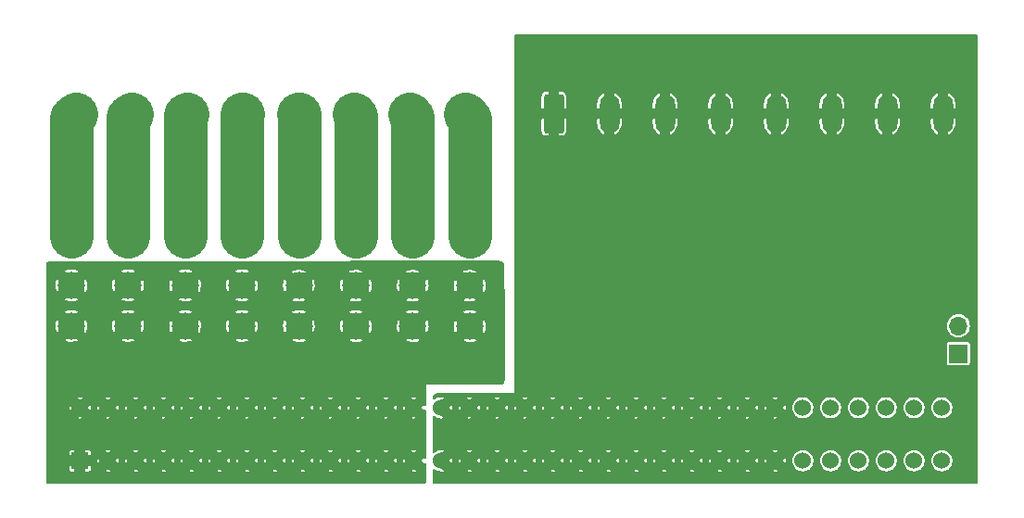
<source format=gbr>
G04 #@! TF.GenerationSoftware,KiCad,Pcbnew,(6.0.4)*
G04 #@! TF.CreationDate,2022-05-02T19:54:18-04:00*
G04 #@! TF.ProjectId,Power_Breakout,506f7765-725f-4427-9265-616b6f75742e,v1*
G04 #@! TF.SameCoordinates,Original*
G04 #@! TF.FileFunction,Copper,L2,Bot*
G04 #@! TF.FilePolarity,Positive*
%FSLAX46Y46*%
G04 Gerber Fmt 4.6, Leading zero omitted, Abs format (unit mm)*
G04 Created by KiCad (PCBNEW (6.0.4)) date 2022-05-02 19:54:18*
%MOMM*%
%LPD*%
G01*
G04 APERTURE LIST*
G04 Aperture macros list*
%AMRoundRect*
0 Rectangle with rounded corners*
0 $1 Rounding radius*
0 $2 $3 $4 $5 $6 $7 $8 $9 X,Y pos of 4 corners*
0 Add a 4 corners polygon primitive as box body*
4,1,4,$2,$3,$4,$5,$6,$7,$8,$9,$2,$3,0*
0 Add four circle primitives for the rounded corners*
1,1,$1+$1,$2,$3*
1,1,$1+$1,$4,$5*
1,1,$1+$1,$6,$7*
1,1,$1+$1,$8,$9*
0 Add four rect primitives between the rounded corners*
20,1,$1+$1,$2,$3,$4,$5,0*
20,1,$1+$1,$4,$5,$6,$7,0*
20,1,$1+$1,$6,$7,$8,$9,0*
20,1,$1+$1,$8,$9,$2,$3,0*%
G04 Aperture macros list end*
G04 #@! TA.AperFunction,ComponentPad*
%ADD10R,1.530000X1.530000*%
G04 #@! TD*
G04 #@! TA.AperFunction,ComponentPad*
%ADD11C,1.530000*%
G04 #@! TD*
G04 #@! TA.AperFunction,ComponentPad*
%ADD12RoundRect,0.250000X-0.650000X-1.550000X0.650000X-1.550000X0.650000X1.550000X-0.650000X1.550000X0*%
G04 #@! TD*
G04 #@! TA.AperFunction,ComponentPad*
%ADD13O,1.800000X3.600000*%
G04 #@! TD*
G04 #@! TA.AperFunction,ComponentPad*
%ADD14C,2.475000*%
G04 #@! TD*
G04 #@! TA.AperFunction,ComponentPad*
%ADD15R,1.700000X1.700000*%
G04 #@! TD*
G04 #@! TA.AperFunction,ComponentPad*
%ADD16O,1.700000X1.700000*%
G04 #@! TD*
G04 #@! TA.AperFunction,Conductor*
%ADD17C,4.000000*%
G04 #@! TD*
G04 APERTURE END LIST*
D10*
X120396000Y-159671400D03*
D11*
X122936000Y-159671400D03*
X125476000Y-159671400D03*
X128016000Y-159671400D03*
X130556000Y-159671400D03*
X133096000Y-159671400D03*
X135636000Y-159671400D03*
X138176000Y-159671400D03*
X140716000Y-159671400D03*
X143256000Y-159671400D03*
X145796000Y-159671400D03*
X148336000Y-159671400D03*
X150876000Y-159671400D03*
X153416000Y-159671400D03*
X155956000Y-159671400D03*
X158496000Y-159671400D03*
X161036000Y-159671400D03*
X163576000Y-159671400D03*
X166116000Y-159671400D03*
X168656000Y-159671400D03*
X171196000Y-159671400D03*
X173736000Y-159671400D03*
X176276000Y-159671400D03*
X178816000Y-159671400D03*
X181356000Y-159671400D03*
X183896000Y-159671400D03*
X186436000Y-159671400D03*
X188976000Y-159671400D03*
X191516000Y-159671400D03*
X194056000Y-159671400D03*
X196596000Y-159671400D03*
X199136000Y-159671400D03*
X199136000Y-154831400D03*
X196596000Y-154831400D03*
X194056000Y-154831400D03*
X191516000Y-154831400D03*
X188976000Y-154831400D03*
X186436000Y-154831400D03*
X183896000Y-154831400D03*
X181356000Y-154831400D03*
X178816000Y-154831400D03*
X176276000Y-154831400D03*
X173736000Y-154831400D03*
X171196000Y-154831400D03*
X168656000Y-154831400D03*
X166116000Y-154831400D03*
X163576000Y-154831400D03*
X161036000Y-154831400D03*
X158496000Y-154831400D03*
X155956000Y-154831400D03*
X153416000Y-154831400D03*
X150876000Y-154831400D03*
X148336000Y-154831400D03*
X145796000Y-154831400D03*
X143256000Y-154831400D03*
X140716000Y-154831400D03*
X138176000Y-154831400D03*
X135636000Y-154831400D03*
X133096000Y-154831400D03*
X130556000Y-154831400D03*
X128016000Y-154831400D03*
X125476000Y-154831400D03*
X122936000Y-154831400D03*
X120396000Y-154831400D03*
D12*
X163687500Y-127950000D03*
D13*
X168767500Y-127950000D03*
X173847500Y-127950000D03*
X178927500Y-127950000D03*
X184007500Y-127950000D03*
X189087500Y-127950000D03*
X194167500Y-127950000D03*
X199247500Y-127950000D03*
D14*
X135200000Y-147350000D03*
X135200000Y-143650000D03*
X135200000Y-139150000D03*
X135200000Y-135450000D03*
X124800000Y-147350000D03*
X124800000Y-143650000D03*
X124800000Y-139150000D03*
X124800000Y-135450000D03*
X150800000Y-147366790D03*
X150800000Y-143666790D03*
X150800000Y-139166790D03*
X150800000Y-135466790D03*
D12*
X120000000Y-127950000D03*
D13*
X125080000Y-127950000D03*
X130160000Y-127950000D03*
X135240000Y-127950000D03*
X140320000Y-127950000D03*
X145400000Y-127950000D03*
X150480000Y-127950000D03*
X155560000Y-127950000D03*
D14*
X140400000Y-147366790D03*
X140400000Y-143666790D03*
X140400000Y-139166790D03*
X140400000Y-135466790D03*
X145600000Y-147366790D03*
X145600000Y-143666790D03*
X145600000Y-139166790D03*
X145600000Y-135466790D03*
X119600000Y-147350000D03*
X119600000Y-143650000D03*
X119600000Y-139150000D03*
X119600000Y-135450000D03*
X156000000Y-147366790D03*
X156000000Y-143666790D03*
X156000000Y-139166790D03*
X156000000Y-135466790D03*
D15*
X200650000Y-149875000D03*
D16*
X200650000Y-147335000D03*
D14*
X130000000Y-147350000D03*
X130000000Y-143650000D03*
X130000000Y-139150000D03*
X130000000Y-135450000D03*
D17*
X119600000Y-128350000D02*
X120000000Y-127950000D01*
X119600000Y-139150000D02*
X119600000Y-128350000D01*
X124800000Y-139150000D02*
X124800000Y-128230000D01*
X124800000Y-128230000D02*
X125080000Y-127950000D01*
X130000000Y-139150000D02*
X130000000Y-128110000D01*
X130000000Y-128110000D02*
X130160000Y-127950000D01*
X135200000Y-139150000D02*
X135200000Y-127990000D01*
X135200000Y-127990000D02*
X135240000Y-127950000D01*
X140400000Y-139166790D02*
X140400000Y-128030000D01*
X140400000Y-128030000D02*
X140320000Y-127950000D01*
X145600000Y-139166790D02*
X145600000Y-128150000D01*
X145600000Y-128150000D02*
X145400000Y-127950000D01*
X150800000Y-139166790D02*
X150800000Y-128270000D01*
X150800000Y-128270000D02*
X150480000Y-127950000D01*
X156000000Y-128390000D02*
X155560000Y-127950000D01*
X156000000Y-139166790D02*
X156000000Y-128390000D01*
G04 #@! TA.AperFunction,Conductor*
G36*
X202357421Y-120720502D02*
G01*
X202403914Y-120774158D01*
X202415300Y-120826500D01*
X202415300Y-161649300D01*
X202395298Y-161717421D01*
X202341642Y-161763914D01*
X202289300Y-161775300D01*
X152771681Y-161775300D01*
X152703560Y-161755298D01*
X152655272Y-161697518D01*
X152623385Y-161620535D01*
X152614872Y-161588763D01*
X152601078Y-161483988D01*
X152600000Y-161467542D01*
X152600000Y-160527350D01*
X152620002Y-160459229D01*
X152673658Y-160412736D01*
X152743932Y-160402632D01*
X152807663Y-160431396D01*
X152853317Y-160470251D01*
X152863389Y-160477251D01*
X153019196Y-160564328D01*
X153030436Y-160569239D01*
X153200193Y-160624396D01*
X153212167Y-160627029D01*
X153389412Y-160648165D01*
X153401661Y-160648422D01*
X153579634Y-160634727D01*
X153591712Y-160632597D01*
X153635535Y-160620362D01*
X153641585Y-160616587D01*
X155723540Y-160616587D01*
X155725571Y-160619300D01*
X155727353Y-160620224D01*
X155740193Y-160624396D01*
X155752167Y-160627029D01*
X155929412Y-160648165D01*
X155941661Y-160648422D01*
X156119634Y-160634727D01*
X156131712Y-160632597D01*
X156175535Y-160620362D01*
X156181585Y-160616587D01*
X158263540Y-160616587D01*
X158265571Y-160619300D01*
X158267353Y-160620224D01*
X158280193Y-160624396D01*
X158292167Y-160627029D01*
X158469412Y-160648165D01*
X158481661Y-160648422D01*
X158659634Y-160634727D01*
X158671712Y-160632597D01*
X158715535Y-160620362D01*
X158721585Y-160616587D01*
X160803540Y-160616587D01*
X160805571Y-160619300D01*
X160807353Y-160620224D01*
X160820193Y-160624396D01*
X160832167Y-160627029D01*
X161009412Y-160648165D01*
X161021661Y-160648422D01*
X161199634Y-160634727D01*
X161211712Y-160632597D01*
X161255535Y-160620362D01*
X161261585Y-160616587D01*
X163343540Y-160616587D01*
X163345571Y-160619300D01*
X163347353Y-160620224D01*
X163360193Y-160624396D01*
X163372167Y-160627029D01*
X163549412Y-160648165D01*
X163561661Y-160648422D01*
X163739634Y-160634727D01*
X163751712Y-160632597D01*
X163795535Y-160620362D01*
X163801585Y-160616587D01*
X165883540Y-160616587D01*
X165885571Y-160619300D01*
X165887353Y-160620224D01*
X165900193Y-160624396D01*
X165912167Y-160627029D01*
X166089412Y-160648165D01*
X166101661Y-160648422D01*
X166279634Y-160634727D01*
X166291712Y-160632597D01*
X166335535Y-160620362D01*
X166341585Y-160616587D01*
X168423540Y-160616587D01*
X168425571Y-160619300D01*
X168427353Y-160620224D01*
X168440193Y-160624396D01*
X168452167Y-160627029D01*
X168629412Y-160648165D01*
X168641661Y-160648422D01*
X168819634Y-160634727D01*
X168831712Y-160632597D01*
X168875535Y-160620362D01*
X168881585Y-160616587D01*
X170963540Y-160616587D01*
X170965571Y-160619300D01*
X170967353Y-160620224D01*
X170980193Y-160624396D01*
X170992167Y-160627029D01*
X171169412Y-160648165D01*
X171181661Y-160648422D01*
X171359634Y-160634727D01*
X171371712Y-160632597D01*
X171415535Y-160620362D01*
X171421585Y-160616587D01*
X173503540Y-160616587D01*
X173505571Y-160619300D01*
X173507353Y-160620224D01*
X173520193Y-160624396D01*
X173532167Y-160627029D01*
X173709412Y-160648165D01*
X173721661Y-160648422D01*
X173899634Y-160634727D01*
X173911712Y-160632597D01*
X173955535Y-160620362D01*
X173961585Y-160616587D01*
X176043540Y-160616587D01*
X176045571Y-160619300D01*
X176047353Y-160620224D01*
X176060193Y-160624396D01*
X176072167Y-160627029D01*
X176249412Y-160648165D01*
X176261661Y-160648422D01*
X176439634Y-160634727D01*
X176451712Y-160632597D01*
X176495535Y-160620362D01*
X176501585Y-160616587D01*
X178583540Y-160616587D01*
X178585571Y-160619300D01*
X178587353Y-160620224D01*
X178600193Y-160624396D01*
X178612167Y-160627029D01*
X178789412Y-160648165D01*
X178801661Y-160648422D01*
X178979634Y-160634727D01*
X178991712Y-160632597D01*
X179035535Y-160620362D01*
X179041585Y-160616587D01*
X181123540Y-160616587D01*
X181125571Y-160619300D01*
X181127353Y-160620224D01*
X181140193Y-160624396D01*
X181152167Y-160627029D01*
X181329412Y-160648165D01*
X181341661Y-160648422D01*
X181519634Y-160634727D01*
X181531712Y-160632597D01*
X181575535Y-160620362D01*
X181581585Y-160616587D01*
X183663540Y-160616587D01*
X183665571Y-160619300D01*
X183667353Y-160620224D01*
X183680193Y-160624396D01*
X183692167Y-160627029D01*
X183869412Y-160648165D01*
X183881661Y-160648422D01*
X184059634Y-160634727D01*
X184071712Y-160632597D01*
X184115535Y-160620362D01*
X184127498Y-160612897D01*
X184127239Y-160610914D01*
X184124707Y-160607214D01*
X183908812Y-160391319D01*
X183894868Y-160383705D01*
X183893035Y-160383836D01*
X183886420Y-160388087D01*
X183670300Y-160604207D01*
X183663540Y-160616587D01*
X181581585Y-160616587D01*
X181587498Y-160612897D01*
X181587239Y-160610914D01*
X181584707Y-160607214D01*
X181368812Y-160391319D01*
X181354868Y-160383705D01*
X181353035Y-160383836D01*
X181346420Y-160388087D01*
X181130300Y-160604207D01*
X181123540Y-160616587D01*
X179041585Y-160616587D01*
X179047498Y-160612897D01*
X179047239Y-160610914D01*
X179044707Y-160607214D01*
X178828812Y-160391319D01*
X178814868Y-160383705D01*
X178813035Y-160383836D01*
X178806420Y-160388087D01*
X178590300Y-160604207D01*
X178583540Y-160616587D01*
X176501585Y-160616587D01*
X176507498Y-160612897D01*
X176507239Y-160610914D01*
X176504707Y-160607214D01*
X176288812Y-160391319D01*
X176274868Y-160383705D01*
X176273035Y-160383836D01*
X176266420Y-160388087D01*
X176050300Y-160604207D01*
X176043540Y-160616587D01*
X173961585Y-160616587D01*
X173967498Y-160612897D01*
X173967239Y-160610914D01*
X173964707Y-160607214D01*
X173748812Y-160391319D01*
X173734868Y-160383705D01*
X173733035Y-160383836D01*
X173726420Y-160388087D01*
X173510300Y-160604207D01*
X173503540Y-160616587D01*
X171421585Y-160616587D01*
X171427498Y-160612897D01*
X171427239Y-160610914D01*
X171424707Y-160607214D01*
X171208812Y-160391319D01*
X171194868Y-160383705D01*
X171193035Y-160383836D01*
X171186420Y-160388087D01*
X170970300Y-160604207D01*
X170963540Y-160616587D01*
X168881585Y-160616587D01*
X168887498Y-160612897D01*
X168887239Y-160610914D01*
X168884707Y-160607214D01*
X168668812Y-160391319D01*
X168654868Y-160383705D01*
X168653035Y-160383836D01*
X168646420Y-160388087D01*
X168430300Y-160604207D01*
X168423540Y-160616587D01*
X166341585Y-160616587D01*
X166347498Y-160612897D01*
X166347239Y-160610914D01*
X166344707Y-160607214D01*
X166128812Y-160391319D01*
X166114868Y-160383705D01*
X166113035Y-160383836D01*
X166106420Y-160388087D01*
X165890300Y-160604207D01*
X165883540Y-160616587D01*
X163801585Y-160616587D01*
X163807498Y-160612897D01*
X163807239Y-160610914D01*
X163804707Y-160607214D01*
X163588812Y-160391319D01*
X163574868Y-160383705D01*
X163573035Y-160383836D01*
X163566420Y-160388087D01*
X163350300Y-160604207D01*
X163343540Y-160616587D01*
X161261585Y-160616587D01*
X161267498Y-160612897D01*
X161267239Y-160610914D01*
X161264707Y-160607214D01*
X161048812Y-160391319D01*
X161034868Y-160383705D01*
X161033035Y-160383836D01*
X161026420Y-160388087D01*
X160810300Y-160604207D01*
X160803540Y-160616587D01*
X158721585Y-160616587D01*
X158727498Y-160612897D01*
X158727239Y-160610914D01*
X158724707Y-160607214D01*
X158508812Y-160391319D01*
X158494868Y-160383705D01*
X158493035Y-160383836D01*
X158486420Y-160388087D01*
X158270300Y-160604207D01*
X158263540Y-160616587D01*
X156181585Y-160616587D01*
X156187498Y-160612897D01*
X156187239Y-160610914D01*
X156184707Y-160607214D01*
X155968812Y-160391319D01*
X155954868Y-160383705D01*
X155953035Y-160383836D01*
X155946420Y-160388087D01*
X155730300Y-160604207D01*
X155723540Y-160616587D01*
X153641585Y-160616587D01*
X153647498Y-160612897D01*
X153647239Y-160610914D01*
X153644707Y-160607214D01*
X152797988Y-159760495D01*
X152763962Y-159698183D01*
X152765797Y-159672532D01*
X154128305Y-159672532D01*
X154128436Y-159674365D01*
X154132687Y-159680980D01*
X154349187Y-159897480D01*
X154361567Y-159904240D01*
X154364467Y-159902069D01*
X154365202Y-159900663D01*
X154367466Y-159893858D01*
X154370184Y-159881891D01*
X154392885Y-159702202D01*
X154393376Y-159695175D01*
X154393659Y-159674905D01*
X154393366Y-159667912D01*
X154392972Y-159663893D01*
X154978903Y-159663893D01*
X154993838Y-159841756D01*
X154996052Y-159853815D01*
X155006753Y-159891133D01*
X155014301Y-159903044D01*
X155016513Y-159902740D01*
X155019864Y-159900429D01*
X155236081Y-159684212D01*
X155242459Y-159672532D01*
X156668305Y-159672532D01*
X156668436Y-159674365D01*
X156672687Y-159680980D01*
X156889187Y-159897480D01*
X156901567Y-159904240D01*
X156904467Y-159902069D01*
X156905202Y-159900663D01*
X156907466Y-159893858D01*
X156910184Y-159881891D01*
X156932885Y-159702202D01*
X156933376Y-159695175D01*
X156933659Y-159674905D01*
X156933366Y-159667912D01*
X156932972Y-159663893D01*
X157518903Y-159663893D01*
X157533838Y-159841756D01*
X157536052Y-159853815D01*
X157546753Y-159891133D01*
X157554301Y-159903044D01*
X157556513Y-159902740D01*
X157559864Y-159900429D01*
X157776081Y-159684212D01*
X157782459Y-159672532D01*
X159208305Y-159672532D01*
X159208436Y-159674365D01*
X159212687Y-159680980D01*
X159429187Y-159897480D01*
X159441567Y-159904240D01*
X159444467Y-159902069D01*
X159445202Y-159900663D01*
X159447466Y-159893858D01*
X159450184Y-159881891D01*
X159472885Y-159702202D01*
X159473376Y-159695175D01*
X159473659Y-159674905D01*
X159473366Y-159667912D01*
X159472972Y-159663893D01*
X160058903Y-159663893D01*
X160073838Y-159841756D01*
X160076052Y-159853815D01*
X160086753Y-159891133D01*
X160094301Y-159903044D01*
X160096513Y-159902740D01*
X160099864Y-159900429D01*
X160316081Y-159684212D01*
X160322459Y-159672532D01*
X161748305Y-159672532D01*
X161748436Y-159674365D01*
X161752687Y-159680980D01*
X161969187Y-159897480D01*
X161981567Y-159904240D01*
X161984467Y-159902069D01*
X161985202Y-159900663D01*
X161987466Y-159893858D01*
X161990184Y-159881891D01*
X162012885Y-159702202D01*
X162013376Y-159695175D01*
X162013659Y-159674905D01*
X162013366Y-159667912D01*
X162012972Y-159663893D01*
X162598903Y-159663893D01*
X162613838Y-159841756D01*
X162616052Y-159853815D01*
X162626753Y-159891133D01*
X162634301Y-159903044D01*
X162636513Y-159902740D01*
X162639864Y-159900429D01*
X162856081Y-159684212D01*
X162862459Y-159672532D01*
X164288305Y-159672532D01*
X164288436Y-159674365D01*
X164292687Y-159680980D01*
X164509187Y-159897480D01*
X164521567Y-159904240D01*
X164524467Y-159902069D01*
X164525202Y-159900663D01*
X164527466Y-159893858D01*
X164530184Y-159881891D01*
X164552885Y-159702202D01*
X164553376Y-159695175D01*
X164553659Y-159674905D01*
X164553366Y-159667912D01*
X164552972Y-159663893D01*
X165138903Y-159663893D01*
X165153838Y-159841756D01*
X165156052Y-159853815D01*
X165166753Y-159891133D01*
X165174301Y-159903044D01*
X165176513Y-159902740D01*
X165179864Y-159900429D01*
X165396081Y-159684212D01*
X165402459Y-159672532D01*
X166828305Y-159672532D01*
X166828436Y-159674365D01*
X166832687Y-159680980D01*
X167049187Y-159897480D01*
X167061567Y-159904240D01*
X167064467Y-159902069D01*
X167065202Y-159900663D01*
X167067466Y-159893858D01*
X167070184Y-159881891D01*
X167092885Y-159702202D01*
X167093376Y-159695175D01*
X167093659Y-159674905D01*
X167093366Y-159667912D01*
X167092972Y-159663893D01*
X167678903Y-159663893D01*
X167693838Y-159841756D01*
X167696052Y-159853815D01*
X167706753Y-159891133D01*
X167714301Y-159903044D01*
X167716513Y-159902740D01*
X167719864Y-159900429D01*
X167936081Y-159684212D01*
X167942459Y-159672532D01*
X169368305Y-159672532D01*
X169368436Y-159674365D01*
X169372687Y-159680980D01*
X169589187Y-159897480D01*
X169601567Y-159904240D01*
X169604467Y-159902069D01*
X169605202Y-159900663D01*
X169607466Y-159893858D01*
X169610184Y-159881891D01*
X169632885Y-159702202D01*
X169633376Y-159695175D01*
X169633659Y-159674905D01*
X169633366Y-159667912D01*
X169632972Y-159663893D01*
X170218903Y-159663893D01*
X170233838Y-159841756D01*
X170236052Y-159853815D01*
X170246753Y-159891133D01*
X170254301Y-159903044D01*
X170256513Y-159902740D01*
X170259864Y-159900429D01*
X170476081Y-159684212D01*
X170482459Y-159672532D01*
X171908305Y-159672532D01*
X171908436Y-159674365D01*
X171912687Y-159680980D01*
X172129187Y-159897480D01*
X172141567Y-159904240D01*
X172144467Y-159902069D01*
X172145202Y-159900663D01*
X172147466Y-159893858D01*
X172150184Y-159881891D01*
X172172885Y-159702202D01*
X172173376Y-159695175D01*
X172173659Y-159674905D01*
X172173366Y-159667912D01*
X172172972Y-159663893D01*
X172758903Y-159663893D01*
X172773838Y-159841756D01*
X172776052Y-159853815D01*
X172786753Y-159891133D01*
X172794301Y-159903044D01*
X172796513Y-159902740D01*
X172799864Y-159900429D01*
X173016081Y-159684212D01*
X173022459Y-159672532D01*
X174448305Y-159672532D01*
X174448436Y-159674365D01*
X174452687Y-159680980D01*
X174669187Y-159897480D01*
X174681567Y-159904240D01*
X174684467Y-159902069D01*
X174685202Y-159900663D01*
X174687466Y-159893858D01*
X174690184Y-159881891D01*
X174712885Y-159702202D01*
X174713376Y-159695175D01*
X174713659Y-159674905D01*
X174713366Y-159667912D01*
X174712972Y-159663893D01*
X175298903Y-159663893D01*
X175313838Y-159841756D01*
X175316052Y-159853815D01*
X175326753Y-159891133D01*
X175334301Y-159903044D01*
X175336513Y-159902740D01*
X175339864Y-159900429D01*
X175556081Y-159684212D01*
X175562459Y-159672532D01*
X176988305Y-159672532D01*
X176988436Y-159674365D01*
X176992687Y-159680980D01*
X177209187Y-159897480D01*
X177221567Y-159904240D01*
X177224467Y-159902069D01*
X177225202Y-159900663D01*
X177227466Y-159893858D01*
X177230184Y-159881891D01*
X177252885Y-159702202D01*
X177253376Y-159695175D01*
X177253659Y-159674905D01*
X177253366Y-159667912D01*
X177252972Y-159663893D01*
X177838903Y-159663893D01*
X177853838Y-159841756D01*
X177856052Y-159853815D01*
X177866753Y-159891133D01*
X177874301Y-159903044D01*
X177876513Y-159902740D01*
X177879864Y-159900429D01*
X178096081Y-159684212D01*
X178102459Y-159672532D01*
X179528305Y-159672532D01*
X179528436Y-159674365D01*
X179532687Y-159680980D01*
X179749187Y-159897480D01*
X179761567Y-159904240D01*
X179764467Y-159902069D01*
X179765202Y-159900663D01*
X179767466Y-159893858D01*
X179770184Y-159881891D01*
X179792885Y-159702202D01*
X179793376Y-159695175D01*
X179793659Y-159674905D01*
X179793366Y-159667912D01*
X179792972Y-159663893D01*
X180378903Y-159663893D01*
X180393838Y-159841756D01*
X180396052Y-159853815D01*
X180406753Y-159891133D01*
X180414301Y-159903044D01*
X180416513Y-159902740D01*
X180419864Y-159900429D01*
X180636081Y-159684212D01*
X180642459Y-159672532D01*
X182068305Y-159672532D01*
X182068436Y-159674365D01*
X182072687Y-159680980D01*
X182289187Y-159897480D01*
X182301567Y-159904240D01*
X182304467Y-159902069D01*
X182305202Y-159900663D01*
X182307466Y-159893858D01*
X182310184Y-159881891D01*
X182332885Y-159702202D01*
X182333376Y-159695175D01*
X182333659Y-159674905D01*
X182333366Y-159667912D01*
X182332972Y-159663893D01*
X182918903Y-159663893D01*
X182933838Y-159841756D01*
X182936052Y-159853815D01*
X182946753Y-159891133D01*
X182954301Y-159903044D01*
X182956513Y-159902740D01*
X182959864Y-159900429D01*
X183176081Y-159684212D01*
X183182459Y-159672532D01*
X184608305Y-159672532D01*
X184608436Y-159674365D01*
X184612687Y-159680980D01*
X184829187Y-159897480D01*
X184841567Y-159904240D01*
X184844467Y-159902069D01*
X184845202Y-159900663D01*
X184847466Y-159893858D01*
X184850184Y-159881891D01*
X184872885Y-159702202D01*
X184873376Y-159695175D01*
X184873659Y-159674905D01*
X184873366Y-159667912D01*
X184872380Y-159657854D01*
X185465923Y-159657854D01*
X185481766Y-159846535D01*
X185533957Y-160028544D01*
X185536775Y-160034027D01*
X185617686Y-160191464D01*
X185617689Y-160191468D01*
X185620506Y-160196950D01*
X185738117Y-160345338D01*
X185742811Y-160349333D01*
X185839235Y-160431396D01*
X185882310Y-160468056D01*
X185887688Y-160471062D01*
X185887690Y-160471063D01*
X185915766Y-160486754D01*
X186047593Y-160560429D01*
X186227670Y-160618940D01*
X186415682Y-160641359D01*
X186421817Y-160640887D01*
X186421819Y-160640887D01*
X186598327Y-160627306D01*
X186598331Y-160627305D01*
X186604469Y-160626833D01*
X186610401Y-160625177D01*
X186610405Y-160625176D01*
X186695654Y-160601373D01*
X186786838Y-160575914D01*
X186955844Y-160490543D01*
X186980778Y-160471063D01*
X187100200Y-160377760D01*
X187105050Y-160373971D01*
X187129766Y-160345338D01*
X187224747Y-160235300D01*
X187224747Y-160235299D01*
X187228771Y-160230638D01*
X187322296Y-160066005D01*
X187382063Y-159886340D01*
X187405325Y-159702202D01*
X187405352Y-159701992D01*
X187405353Y-159701983D01*
X187405794Y-159698489D01*
X187406172Y-159671400D01*
X187404844Y-159657854D01*
X188005923Y-159657854D01*
X188021766Y-159846535D01*
X188073957Y-160028544D01*
X188076775Y-160034027D01*
X188157686Y-160191464D01*
X188157689Y-160191468D01*
X188160506Y-160196950D01*
X188278117Y-160345338D01*
X188282811Y-160349333D01*
X188379235Y-160431396D01*
X188422310Y-160468056D01*
X188427688Y-160471062D01*
X188427690Y-160471063D01*
X188455766Y-160486754D01*
X188587593Y-160560429D01*
X188767670Y-160618940D01*
X188955682Y-160641359D01*
X188961817Y-160640887D01*
X188961819Y-160640887D01*
X189138327Y-160627306D01*
X189138331Y-160627305D01*
X189144469Y-160626833D01*
X189150401Y-160625177D01*
X189150405Y-160625176D01*
X189235654Y-160601373D01*
X189326838Y-160575914D01*
X189495844Y-160490543D01*
X189520778Y-160471063D01*
X189640200Y-160377760D01*
X189645050Y-160373971D01*
X189669766Y-160345338D01*
X189764747Y-160235300D01*
X189764747Y-160235299D01*
X189768771Y-160230638D01*
X189862296Y-160066005D01*
X189922063Y-159886340D01*
X189945325Y-159702202D01*
X189945352Y-159701992D01*
X189945353Y-159701983D01*
X189945794Y-159698489D01*
X189946172Y-159671400D01*
X189944844Y-159657854D01*
X190545923Y-159657854D01*
X190561766Y-159846535D01*
X190613957Y-160028544D01*
X190616775Y-160034027D01*
X190697686Y-160191464D01*
X190697689Y-160191468D01*
X190700506Y-160196950D01*
X190818117Y-160345338D01*
X190822811Y-160349333D01*
X190919235Y-160431396D01*
X190962310Y-160468056D01*
X190967688Y-160471062D01*
X190967690Y-160471063D01*
X190995766Y-160486754D01*
X191127593Y-160560429D01*
X191307670Y-160618940D01*
X191495682Y-160641359D01*
X191501817Y-160640887D01*
X191501819Y-160640887D01*
X191678327Y-160627306D01*
X191678331Y-160627305D01*
X191684469Y-160626833D01*
X191690401Y-160625177D01*
X191690405Y-160625176D01*
X191775654Y-160601373D01*
X191866838Y-160575914D01*
X192035844Y-160490543D01*
X192060778Y-160471063D01*
X192180200Y-160377760D01*
X192185050Y-160373971D01*
X192209766Y-160345338D01*
X192304747Y-160235300D01*
X192304747Y-160235299D01*
X192308771Y-160230638D01*
X192402296Y-160066005D01*
X192462063Y-159886340D01*
X192485325Y-159702202D01*
X192485352Y-159701992D01*
X192485353Y-159701983D01*
X192485794Y-159698489D01*
X192486172Y-159671400D01*
X192484844Y-159657854D01*
X193085923Y-159657854D01*
X193101766Y-159846535D01*
X193153957Y-160028544D01*
X193156775Y-160034027D01*
X193237686Y-160191464D01*
X193237689Y-160191468D01*
X193240506Y-160196950D01*
X193358117Y-160345338D01*
X193362811Y-160349333D01*
X193459235Y-160431396D01*
X193502310Y-160468056D01*
X193507688Y-160471062D01*
X193507690Y-160471063D01*
X193535766Y-160486754D01*
X193667593Y-160560429D01*
X193847670Y-160618940D01*
X194035682Y-160641359D01*
X194041817Y-160640887D01*
X194041819Y-160640887D01*
X194218327Y-160627306D01*
X194218331Y-160627305D01*
X194224469Y-160626833D01*
X194230401Y-160625177D01*
X194230405Y-160625176D01*
X194315654Y-160601373D01*
X194406838Y-160575914D01*
X194575844Y-160490543D01*
X194600778Y-160471063D01*
X194720200Y-160377760D01*
X194725050Y-160373971D01*
X194749766Y-160345338D01*
X194844747Y-160235300D01*
X194844747Y-160235299D01*
X194848771Y-160230638D01*
X194942296Y-160066005D01*
X195002063Y-159886340D01*
X195025325Y-159702202D01*
X195025352Y-159701992D01*
X195025353Y-159701983D01*
X195025794Y-159698489D01*
X195026172Y-159671400D01*
X195024844Y-159657854D01*
X195625923Y-159657854D01*
X195641766Y-159846535D01*
X195693957Y-160028544D01*
X195696775Y-160034027D01*
X195777686Y-160191464D01*
X195777689Y-160191468D01*
X195780506Y-160196950D01*
X195898117Y-160345338D01*
X195902811Y-160349333D01*
X195999235Y-160431396D01*
X196042310Y-160468056D01*
X196047688Y-160471062D01*
X196047690Y-160471063D01*
X196075766Y-160486754D01*
X196207593Y-160560429D01*
X196387670Y-160618940D01*
X196575682Y-160641359D01*
X196581817Y-160640887D01*
X196581819Y-160640887D01*
X196758327Y-160627306D01*
X196758331Y-160627305D01*
X196764469Y-160626833D01*
X196770401Y-160625177D01*
X196770405Y-160625176D01*
X196855654Y-160601373D01*
X196946838Y-160575914D01*
X197115844Y-160490543D01*
X197140778Y-160471063D01*
X197260200Y-160377760D01*
X197265050Y-160373971D01*
X197289766Y-160345338D01*
X197384747Y-160235300D01*
X197384747Y-160235299D01*
X197388771Y-160230638D01*
X197482296Y-160066005D01*
X197542063Y-159886340D01*
X197565325Y-159702202D01*
X197565352Y-159701992D01*
X197565353Y-159701983D01*
X197565794Y-159698489D01*
X197566172Y-159671400D01*
X197564844Y-159657854D01*
X198165923Y-159657854D01*
X198181766Y-159846535D01*
X198233957Y-160028544D01*
X198236775Y-160034027D01*
X198317686Y-160191464D01*
X198317689Y-160191468D01*
X198320506Y-160196950D01*
X198438117Y-160345338D01*
X198442811Y-160349333D01*
X198539235Y-160431396D01*
X198582310Y-160468056D01*
X198587688Y-160471062D01*
X198587690Y-160471063D01*
X198615766Y-160486754D01*
X198747593Y-160560429D01*
X198927670Y-160618940D01*
X199115682Y-160641359D01*
X199121817Y-160640887D01*
X199121819Y-160640887D01*
X199298327Y-160627306D01*
X199298331Y-160627305D01*
X199304469Y-160626833D01*
X199310401Y-160625177D01*
X199310405Y-160625176D01*
X199395654Y-160601373D01*
X199486838Y-160575914D01*
X199655844Y-160490543D01*
X199680778Y-160471063D01*
X199800200Y-160377760D01*
X199805050Y-160373971D01*
X199829766Y-160345338D01*
X199924747Y-160235300D01*
X199924747Y-160235299D01*
X199928771Y-160230638D01*
X200022296Y-160066005D01*
X200082063Y-159886340D01*
X200105325Y-159702202D01*
X200105352Y-159701992D01*
X200105353Y-159701983D01*
X200105794Y-159698489D01*
X200106172Y-159671400D01*
X200087695Y-159482959D01*
X200085914Y-159477060D01*
X200085913Y-159477055D01*
X200034750Y-159307596D01*
X200032969Y-159301696D01*
X199944077Y-159134515D01*
X199899848Y-159080285D01*
X199828301Y-158992559D01*
X199828298Y-158992556D01*
X199824406Y-158987784D01*
X199812868Y-158978239D01*
X199683263Y-158871020D01*
X199683259Y-158871018D01*
X199678513Y-158867091D01*
X199511957Y-158777034D01*
X199389882Y-158739246D01*
X199336967Y-158722866D01*
X199336964Y-158722865D01*
X199331080Y-158721044D01*
X199324955Y-158720400D01*
X199324954Y-158720400D01*
X199148901Y-158701896D01*
X199148900Y-158701896D01*
X199142773Y-158701252D01*
X199072653Y-158707633D01*
X198960346Y-158717853D01*
X198960342Y-158717854D01*
X198954208Y-158718412D01*
X198772567Y-158771872D01*
X198604769Y-158859595D01*
X198457206Y-158978239D01*
X198453248Y-158982957D01*
X198453245Y-158982959D01*
X198445190Y-158992559D01*
X198335498Y-159123285D01*
X198244281Y-159289209D01*
X198242420Y-159295076D01*
X198242419Y-159295078D01*
X198194530Y-159446044D01*
X198187029Y-159469690D01*
X198165923Y-159657854D01*
X197564844Y-159657854D01*
X197547695Y-159482959D01*
X197545914Y-159477060D01*
X197545913Y-159477055D01*
X197494750Y-159307596D01*
X197492969Y-159301696D01*
X197404077Y-159134515D01*
X197359848Y-159080285D01*
X197288301Y-158992559D01*
X197288298Y-158992556D01*
X197284406Y-158987784D01*
X197272868Y-158978239D01*
X197143263Y-158871020D01*
X197143259Y-158871018D01*
X197138513Y-158867091D01*
X196971957Y-158777034D01*
X196849882Y-158739246D01*
X196796967Y-158722866D01*
X196796964Y-158722865D01*
X196791080Y-158721044D01*
X196784955Y-158720400D01*
X196784954Y-158720400D01*
X196608901Y-158701896D01*
X196608900Y-158701896D01*
X196602773Y-158701252D01*
X196532653Y-158707633D01*
X196420346Y-158717853D01*
X196420342Y-158717854D01*
X196414208Y-158718412D01*
X196232567Y-158771872D01*
X196064769Y-158859595D01*
X195917206Y-158978239D01*
X195913248Y-158982957D01*
X195913245Y-158982959D01*
X195905190Y-158992559D01*
X195795498Y-159123285D01*
X195704281Y-159289209D01*
X195702420Y-159295076D01*
X195702419Y-159295078D01*
X195654530Y-159446044D01*
X195647029Y-159469690D01*
X195625923Y-159657854D01*
X195024844Y-159657854D01*
X195007695Y-159482959D01*
X195005914Y-159477060D01*
X195005913Y-159477055D01*
X194954750Y-159307596D01*
X194952969Y-159301696D01*
X194864077Y-159134515D01*
X194819848Y-159080285D01*
X194748301Y-158992559D01*
X194748298Y-158992556D01*
X194744406Y-158987784D01*
X194732868Y-158978239D01*
X194603263Y-158871020D01*
X194603259Y-158871018D01*
X194598513Y-158867091D01*
X194431957Y-158777034D01*
X194309882Y-158739246D01*
X194256967Y-158722866D01*
X194256964Y-158722865D01*
X194251080Y-158721044D01*
X194244955Y-158720400D01*
X194244954Y-158720400D01*
X194068901Y-158701896D01*
X194068900Y-158701896D01*
X194062773Y-158701252D01*
X193992653Y-158707633D01*
X193880346Y-158717853D01*
X193880342Y-158717854D01*
X193874208Y-158718412D01*
X193692567Y-158771872D01*
X193524769Y-158859595D01*
X193377206Y-158978239D01*
X193373248Y-158982957D01*
X193373245Y-158982959D01*
X193365190Y-158992559D01*
X193255498Y-159123285D01*
X193164281Y-159289209D01*
X193162420Y-159295076D01*
X193162419Y-159295078D01*
X193114530Y-159446044D01*
X193107029Y-159469690D01*
X193085923Y-159657854D01*
X192484844Y-159657854D01*
X192467695Y-159482959D01*
X192465914Y-159477060D01*
X192465913Y-159477055D01*
X192414750Y-159307596D01*
X192412969Y-159301696D01*
X192324077Y-159134515D01*
X192279848Y-159080285D01*
X192208301Y-158992559D01*
X192208298Y-158992556D01*
X192204406Y-158987784D01*
X192192868Y-158978239D01*
X192063263Y-158871020D01*
X192063259Y-158871018D01*
X192058513Y-158867091D01*
X191891957Y-158777034D01*
X191769882Y-158739246D01*
X191716967Y-158722866D01*
X191716964Y-158722865D01*
X191711080Y-158721044D01*
X191704955Y-158720400D01*
X191704954Y-158720400D01*
X191528901Y-158701896D01*
X191528900Y-158701896D01*
X191522773Y-158701252D01*
X191452653Y-158707633D01*
X191340346Y-158717853D01*
X191340342Y-158717854D01*
X191334208Y-158718412D01*
X191152567Y-158771872D01*
X190984769Y-158859595D01*
X190837206Y-158978239D01*
X190833248Y-158982957D01*
X190833245Y-158982959D01*
X190825190Y-158992559D01*
X190715498Y-159123285D01*
X190624281Y-159289209D01*
X190622420Y-159295076D01*
X190622419Y-159295078D01*
X190574530Y-159446044D01*
X190567029Y-159469690D01*
X190545923Y-159657854D01*
X189944844Y-159657854D01*
X189927695Y-159482959D01*
X189925914Y-159477060D01*
X189925913Y-159477055D01*
X189874750Y-159307596D01*
X189872969Y-159301696D01*
X189784077Y-159134515D01*
X189739848Y-159080285D01*
X189668301Y-158992559D01*
X189668298Y-158992556D01*
X189664406Y-158987784D01*
X189652868Y-158978239D01*
X189523263Y-158871020D01*
X189523259Y-158871018D01*
X189518513Y-158867091D01*
X189351957Y-158777034D01*
X189229882Y-158739246D01*
X189176967Y-158722866D01*
X189176964Y-158722865D01*
X189171080Y-158721044D01*
X189164955Y-158720400D01*
X189164954Y-158720400D01*
X188988901Y-158701896D01*
X188988900Y-158701896D01*
X188982773Y-158701252D01*
X188912653Y-158707633D01*
X188800346Y-158717853D01*
X188800342Y-158717854D01*
X188794208Y-158718412D01*
X188612567Y-158771872D01*
X188444769Y-158859595D01*
X188297206Y-158978239D01*
X188293248Y-158982957D01*
X188293245Y-158982959D01*
X188285190Y-158992559D01*
X188175498Y-159123285D01*
X188084281Y-159289209D01*
X188082420Y-159295076D01*
X188082419Y-159295078D01*
X188034530Y-159446044D01*
X188027029Y-159469690D01*
X188005923Y-159657854D01*
X187404844Y-159657854D01*
X187387695Y-159482959D01*
X187385914Y-159477060D01*
X187385913Y-159477055D01*
X187334750Y-159307596D01*
X187332969Y-159301696D01*
X187244077Y-159134515D01*
X187199848Y-159080285D01*
X187128301Y-158992559D01*
X187128298Y-158992556D01*
X187124406Y-158987784D01*
X187112868Y-158978239D01*
X186983263Y-158871020D01*
X186983259Y-158871018D01*
X186978513Y-158867091D01*
X186811957Y-158777034D01*
X186689882Y-158739246D01*
X186636967Y-158722866D01*
X186636964Y-158722865D01*
X186631080Y-158721044D01*
X186624955Y-158720400D01*
X186624954Y-158720400D01*
X186448901Y-158701896D01*
X186448900Y-158701896D01*
X186442773Y-158701252D01*
X186372653Y-158707633D01*
X186260346Y-158717853D01*
X186260342Y-158717854D01*
X186254208Y-158718412D01*
X186072567Y-158771872D01*
X185904769Y-158859595D01*
X185757206Y-158978239D01*
X185753248Y-158982957D01*
X185753245Y-158982959D01*
X185745190Y-158992559D01*
X185635498Y-159123285D01*
X185544281Y-159289209D01*
X185542420Y-159295076D01*
X185542419Y-159295078D01*
X185494530Y-159446044D01*
X185487029Y-159469690D01*
X185465923Y-159657854D01*
X184872380Y-159657854D01*
X184855689Y-159487627D01*
X184853307Y-159475598D01*
X184845928Y-159451159D01*
X184838213Y-159439353D01*
X184835548Y-159439757D01*
X184832888Y-159441619D01*
X184615919Y-159658588D01*
X184608305Y-159672532D01*
X183182459Y-159672532D01*
X183183695Y-159670268D01*
X183183564Y-159668435D01*
X183179313Y-159661820D01*
X182963537Y-159446044D01*
X182951157Y-159439284D01*
X182948629Y-159441176D01*
X182947521Y-159443331D01*
X182941520Y-159462250D01*
X182938970Y-159474244D01*
X182919074Y-159651624D01*
X182918903Y-159663893D01*
X182332972Y-159663893D01*
X182315689Y-159487627D01*
X182313307Y-159475598D01*
X182305928Y-159451159D01*
X182298213Y-159439353D01*
X182295548Y-159439757D01*
X182292888Y-159441619D01*
X182075919Y-159658588D01*
X182068305Y-159672532D01*
X180642459Y-159672532D01*
X180643695Y-159670268D01*
X180643564Y-159668435D01*
X180639313Y-159661820D01*
X180423537Y-159446044D01*
X180411157Y-159439284D01*
X180408629Y-159441176D01*
X180407521Y-159443331D01*
X180401520Y-159462250D01*
X180398970Y-159474244D01*
X180379074Y-159651624D01*
X180378903Y-159663893D01*
X179792972Y-159663893D01*
X179775689Y-159487627D01*
X179773307Y-159475598D01*
X179765928Y-159451159D01*
X179758213Y-159439353D01*
X179755548Y-159439757D01*
X179752888Y-159441619D01*
X179535919Y-159658588D01*
X179528305Y-159672532D01*
X178102459Y-159672532D01*
X178103695Y-159670268D01*
X178103564Y-159668435D01*
X178099313Y-159661820D01*
X177883537Y-159446044D01*
X177871157Y-159439284D01*
X177868629Y-159441176D01*
X177867521Y-159443331D01*
X177861520Y-159462250D01*
X177858970Y-159474244D01*
X177839074Y-159651624D01*
X177838903Y-159663893D01*
X177252972Y-159663893D01*
X177235689Y-159487627D01*
X177233307Y-159475598D01*
X177225928Y-159451159D01*
X177218213Y-159439353D01*
X177215548Y-159439757D01*
X177212888Y-159441619D01*
X176995919Y-159658588D01*
X176988305Y-159672532D01*
X175562459Y-159672532D01*
X175563695Y-159670268D01*
X175563564Y-159668435D01*
X175559313Y-159661820D01*
X175343537Y-159446044D01*
X175331157Y-159439284D01*
X175328629Y-159441176D01*
X175327521Y-159443331D01*
X175321520Y-159462250D01*
X175318970Y-159474244D01*
X175299074Y-159651624D01*
X175298903Y-159663893D01*
X174712972Y-159663893D01*
X174695689Y-159487627D01*
X174693307Y-159475598D01*
X174685928Y-159451159D01*
X174678213Y-159439353D01*
X174675548Y-159439757D01*
X174672888Y-159441619D01*
X174455919Y-159658588D01*
X174448305Y-159672532D01*
X173022459Y-159672532D01*
X173023695Y-159670268D01*
X173023564Y-159668435D01*
X173019313Y-159661820D01*
X172803537Y-159446044D01*
X172791157Y-159439284D01*
X172788629Y-159441176D01*
X172787521Y-159443331D01*
X172781520Y-159462250D01*
X172778970Y-159474244D01*
X172759074Y-159651624D01*
X172758903Y-159663893D01*
X172172972Y-159663893D01*
X172155689Y-159487627D01*
X172153307Y-159475598D01*
X172145928Y-159451159D01*
X172138213Y-159439353D01*
X172135548Y-159439757D01*
X172132888Y-159441619D01*
X171915919Y-159658588D01*
X171908305Y-159672532D01*
X170482459Y-159672532D01*
X170483695Y-159670268D01*
X170483564Y-159668435D01*
X170479313Y-159661820D01*
X170263537Y-159446044D01*
X170251157Y-159439284D01*
X170248629Y-159441176D01*
X170247521Y-159443331D01*
X170241520Y-159462250D01*
X170238970Y-159474244D01*
X170219074Y-159651624D01*
X170218903Y-159663893D01*
X169632972Y-159663893D01*
X169615689Y-159487627D01*
X169613307Y-159475598D01*
X169605928Y-159451159D01*
X169598213Y-159439353D01*
X169595548Y-159439757D01*
X169592888Y-159441619D01*
X169375919Y-159658588D01*
X169368305Y-159672532D01*
X167942459Y-159672532D01*
X167943695Y-159670268D01*
X167943564Y-159668435D01*
X167939313Y-159661820D01*
X167723537Y-159446044D01*
X167711157Y-159439284D01*
X167708629Y-159441176D01*
X167707521Y-159443331D01*
X167701520Y-159462250D01*
X167698970Y-159474244D01*
X167679074Y-159651624D01*
X167678903Y-159663893D01*
X167092972Y-159663893D01*
X167075689Y-159487627D01*
X167073307Y-159475598D01*
X167065928Y-159451159D01*
X167058213Y-159439353D01*
X167055548Y-159439757D01*
X167052888Y-159441619D01*
X166835919Y-159658588D01*
X166828305Y-159672532D01*
X165402459Y-159672532D01*
X165403695Y-159670268D01*
X165403564Y-159668435D01*
X165399313Y-159661820D01*
X165183537Y-159446044D01*
X165171157Y-159439284D01*
X165168629Y-159441176D01*
X165167521Y-159443331D01*
X165161520Y-159462250D01*
X165158970Y-159474244D01*
X165139074Y-159651624D01*
X165138903Y-159663893D01*
X164552972Y-159663893D01*
X164535689Y-159487627D01*
X164533307Y-159475598D01*
X164525928Y-159451159D01*
X164518213Y-159439353D01*
X164515548Y-159439757D01*
X164512888Y-159441619D01*
X164295919Y-159658588D01*
X164288305Y-159672532D01*
X162862459Y-159672532D01*
X162863695Y-159670268D01*
X162863564Y-159668435D01*
X162859313Y-159661820D01*
X162643537Y-159446044D01*
X162631157Y-159439284D01*
X162628629Y-159441176D01*
X162627521Y-159443331D01*
X162621520Y-159462250D01*
X162618970Y-159474244D01*
X162599074Y-159651624D01*
X162598903Y-159663893D01*
X162012972Y-159663893D01*
X161995689Y-159487627D01*
X161993307Y-159475598D01*
X161985928Y-159451159D01*
X161978213Y-159439353D01*
X161975548Y-159439757D01*
X161972888Y-159441619D01*
X161755919Y-159658588D01*
X161748305Y-159672532D01*
X160322459Y-159672532D01*
X160323695Y-159670268D01*
X160323564Y-159668435D01*
X160319313Y-159661820D01*
X160103537Y-159446044D01*
X160091157Y-159439284D01*
X160088629Y-159441176D01*
X160087521Y-159443331D01*
X160081520Y-159462250D01*
X160078970Y-159474244D01*
X160059074Y-159651624D01*
X160058903Y-159663893D01*
X159472972Y-159663893D01*
X159455689Y-159487627D01*
X159453307Y-159475598D01*
X159445928Y-159451159D01*
X159438213Y-159439353D01*
X159435548Y-159439757D01*
X159432888Y-159441619D01*
X159215919Y-159658588D01*
X159208305Y-159672532D01*
X157782459Y-159672532D01*
X157783695Y-159670268D01*
X157783564Y-159668435D01*
X157779313Y-159661820D01*
X157563537Y-159446044D01*
X157551157Y-159439284D01*
X157548629Y-159441176D01*
X157547521Y-159443331D01*
X157541520Y-159462250D01*
X157538970Y-159474244D01*
X157519074Y-159651624D01*
X157518903Y-159663893D01*
X156932972Y-159663893D01*
X156915689Y-159487627D01*
X156913307Y-159475598D01*
X156905928Y-159451159D01*
X156898213Y-159439353D01*
X156895548Y-159439757D01*
X156892888Y-159441619D01*
X156675919Y-159658588D01*
X156668305Y-159672532D01*
X155242459Y-159672532D01*
X155243695Y-159670268D01*
X155243564Y-159668435D01*
X155239313Y-159661820D01*
X155023537Y-159446044D01*
X155011157Y-159439284D01*
X155008629Y-159441176D01*
X155007521Y-159443331D01*
X155001520Y-159462250D01*
X154998970Y-159474244D01*
X154979074Y-159651624D01*
X154978903Y-159663893D01*
X154392972Y-159663893D01*
X154375689Y-159487627D01*
X154373307Y-159475598D01*
X154365928Y-159451159D01*
X154358213Y-159439353D01*
X154355548Y-159439757D01*
X154352888Y-159441619D01*
X154135919Y-159658588D01*
X154128305Y-159672532D01*
X152765797Y-159672532D01*
X152769027Y-159627368D01*
X152797988Y-159582305D01*
X153641047Y-158739246D01*
X153646389Y-158729462D01*
X155724172Y-158729462D01*
X155724524Y-158731900D01*
X155726612Y-158734905D01*
X155943188Y-158951481D01*
X155957132Y-158959095D01*
X155958965Y-158958964D01*
X155965580Y-158954713D01*
X156181047Y-158739246D01*
X156186389Y-158729462D01*
X158264172Y-158729462D01*
X158264524Y-158731900D01*
X158266612Y-158734905D01*
X158483188Y-158951481D01*
X158497132Y-158959095D01*
X158498965Y-158958964D01*
X158505580Y-158954713D01*
X158721047Y-158739246D01*
X158726389Y-158729462D01*
X160804172Y-158729462D01*
X160804524Y-158731900D01*
X160806612Y-158734905D01*
X161023188Y-158951481D01*
X161037132Y-158959095D01*
X161038965Y-158958964D01*
X161045580Y-158954713D01*
X161261047Y-158739246D01*
X161266389Y-158729462D01*
X163344172Y-158729462D01*
X163344524Y-158731900D01*
X163346612Y-158734905D01*
X163563188Y-158951481D01*
X163577132Y-158959095D01*
X163578965Y-158958964D01*
X163585580Y-158954713D01*
X163801047Y-158739246D01*
X163806389Y-158729462D01*
X165884172Y-158729462D01*
X165884524Y-158731900D01*
X165886612Y-158734905D01*
X166103188Y-158951481D01*
X166117132Y-158959095D01*
X166118965Y-158958964D01*
X166125580Y-158954713D01*
X166341047Y-158739246D01*
X166346389Y-158729462D01*
X168424172Y-158729462D01*
X168424524Y-158731900D01*
X168426612Y-158734905D01*
X168643188Y-158951481D01*
X168657132Y-158959095D01*
X168658965Y-158958964D01*
X168665580Y-158954713D01*
X168881047Y-158739246D01*
X168886389Y-158729462D01*
X170964172Y-158729462D01*
X170964524Y-158731900D01*
X170966612Y-158734905D01*
X171183188Y-158951481D01*
X171197132Y-158959095D01*
X171198965Y-158958964D01*
X171205580Y-158954713D01*
X171421047Y-158739246D01*
X171426389Y-158729462D01*
X173504172Y-158729462D01*
X173504524Y-158731900D01*
X173506612Y-158734905D01*
X173723188Y-158951481D01*
X173737132Y-158959095D01*
X173738965Y-158958964D01*
X173745580Y-158954713D01*
X173961047Y-158739246D01*
X173966389Y-158729462D01*
X176044172Y-158729462D01*
X176044524Y-158731900D01*
X176046612Y-158734905D01*
X176263188Y-158951481D01*
X176277132Y-158959095D01*
X176278965Y-158958964D01*
X176285580Y-158954713D01*
X176501047Y-158739246D01*
X176506389Y-158729462D01*
X178584172Y-158729462D01*
X178584524Y-158731900D01*
X178586612Y-158734905D01*
X178803188Y-158951481D01*
X178817132Y-158959095D01*
X178818965Y-158958964D01*
X178825580Y-158954713D01*
X179041047Y-158739246D01*
X179046389Y-158729462D01*
X181124172Y-158729462D01*
X181124524Y-158731900D01*
X181126612Y-158734905D01*
X181343188Y-158951481D01*
X181357132Y-158959095D01*
X181358965Y-158958964D01*
X181365580Y-158954713D01*
X181581047Y-158739246D01*
X181586389Y-158729462D01*
X183664172Y-158729462D01*
X183664524Y-158731900D01*
X183666612Y-158734905D01*
X183883188Y-158951481D01*
X183897132Y-158959095D01*
X183898965Y-158958964D01*
X183905580Y-158954713D01*
X184121047Y-158739246D01*
X184127807Y-158726866D01*
X184126052Y-158724522D01*
X184123531Y-158723237D01*
X184098484Y-158715484D01*
X184086467Y-158713017D01*
X183908955Y-158694360D01*
X183896686Y-158694275D01*
X183718938Y-158710451D01*
X183706883Y-158712750D01*
X183676030Y-158721831D01*
X183664172Y-158729462D01*
X181586389Y-158729462D01*
X181587807Y-158726866D01*
X181586052Y-158724522D01*
X181583531Y-158723237D01*
X181558484Y-158715484D01*
X181546467Y-158713017D01*
X181368955Y-158694360D01*
X181356686Y-158694275D01*
X181178938Y-158710451D01*
X181166883Y-158712750D01*
X181136030Y-158721831D01*
X181124172Y-158729462D01*
X179046389Y-158729462D01*
X179047807Y-158726866D01*
X179046052Y-158724522D01*
X179043531Y-158723237D01*
X179018484Y-158715484D01*
X179006467Y-158713017D01*
X178828955Y-158694360D01*
X178816686Y-158694275D01*
X178638938Y-158710451D01*
X178626883Y-158712750D01*
X178596030Y-158721831D01*
X178584172Y-158729462D01*
X176506389Y-158729462D01*
X176507807Y-158726866D01*
X176506052Y-158724522D01*
X176503531Y-158723237D01*
X176478484Y-158715484D01*
X176466467Y-158713017D01*
X176288955Y-158694360D01*
X176276686Y-158694275D01*
X176098938Y-158710451D01*
X176086883Y-158712750D01*
X176056030Y-158721831D01*
X176044172Y-158729462D01*
X173966389Y-158729462D01*
X173967807Y-158726866D01*
X173966052Y-158724522D01*
X173963531Y-158723237D01*
X173938484Y-158715484D01*
X173926467Y-158713017D01*
X173748955Y-158694360D01*
X173736686Y-158694275D01*
X173558938Y-158710451D01*
X173546883Y-158712750D01*
X173516030Y-158721831D01*
X173504172Y-158729462D01*
X171426389Y-158729462D01*
X171427807Y-158726866D01*
X171426052Y-158724522D01*
X171423531Y-158723237D01*
X171398484Y-158715484D01*
X171386467Y-158713017D01*
X171208955Y-158694360D01*
X171196686Y-158694275D01*
X171018938Y-158710451D01*
X171006883Y-158712750D01*
X170976030Y-158721831D01*
X170964172Y-158729462D01*
X168886389Y-158729462D01*
X168887807Y-158726866D01*
X168886052Y-158724522D01*
X168883531Y-158723237D01*
X168858484Y-158715484D01*
X168846467Y-158713017D01*
X168668955Y-158694360D01*
X168656686Y-158694275D01*
X168478938Y-158710451D01*
X168466883Y-158712750D01*
X168436030Y-158721831D01*
X168424172Y-158729462D01*
X166346389Y-158729462D01*
X166347807Y-158726866D01*
X166346052Y-158724522D01*
X166343531Y-158723237D01*
X166318484Y-158715484D01*
X166306467Y-158713017D01*
X166128955Y-158694360D01*
X166116686Y-158694275D01*
X165938938Y-158710451D01*
X165926883Y-158712750D01*
X165896030Y-158721831D01*
X165884172Y-158729462D01*
X163806389Y-158729462D01*
X163807807Y-158726866D01*
X163806052Y-158724522D01*
X163803531Y-158723237D01*
X163778484Y-158715484D01*
X163766467Y-158713017D01*
X163588955Y-158694360D01*
X163576686Y-158694275D01*
X163398938Y-158710451D01*
X163386883Y-158712750D01*
X163356030Y-158721831D01*
X163344172Y-158729462D01*
X161266389Y-158729462D01*
X161267807Y-158726866D01*
X161266052Y-158724522D01*
X161263531Y-158723237D01*
X161238484Y-158715484D01*
X161226467Y-158713017D01*
X161048955Y-158694360D01*
X161036686Y-158694275D01*
X160858938Y-158710451D01*
X160846883Y-158712750D01*
X160816030Y-158721831D01*
X160804172Y-158729462D01*
X158726389Y-158729462D01*
X158727807Y-158726866D01*
X158726052Y-158724522D01*
X158723531Y-158723237D01*
X158698484Y-158715484D01*
X158686467Y-158713017D01*
X158508955Y-158694360D01*
X158496686Y-158694275D01*
X158318938Y-158710451D01*
X158306883Y-158712750D01*
X158276030Y-158721831D01*
X158264172Y-158729462D01*
X156186389Y-158729462D01*
X156187807Y-158726866D01*
X156186052Y-158724522D01*
X156183531Y-158723237D01*
X156158484Y-158715484D01*
X156146467Y-158713017D01*
X155968955Y-158694360D01*
X155956686Y-158694275D01*
X155778938Y-158710451D01*
X155766883Y-158712750D01*
X155736030Y-158721831D01*
X155724172Y-158729462D01*
X153646389Y-158729462D01*
X153647807Y-158726866D01*
X153646052Y-158724522D01*
X153643531Y-158723237D01*
X153618484Y-158715484D01*
X153606467Y-158713017D01*
X153428955Y-158694360D01*
X153416686Y-158694275D01*
X153238935Y-158710451D01*
X153226886Y-158712749D01*
X153055653Y-158763146D01*
X153044285Y-158767739D01*
X152886103Y-158850435D01*
X152875842Y-158857149D01*
X152804952Y-158914146D01*
X152739330Y-158941242D01*
X152669475Y-158928559D01*
X152617567Y-158880123D01*
X152600000Y-158815949D01*
X152600000Y-155687350D01*
X152620002Y-155619229D01*
X152673658Y-155572736D01*
X152743932Y-155562632D01*
X152807663Y-155591396D01*
X152853317Y-155630251D01*
X152863389Y-155637251D01*
X153019196Y-155724328D01*
X153030436Y-155729239D01*
X153200193Y-155784396D01*
X153212167Y-155787029D01*
X153389412Y-155808165D01*
X153401661Y-155808422D01*
X153579634Y-155794727D01*
X153591712Y-155792597D01*
X153635535Y-155780362D01*
X153641585Y-155776587D01*
X155723540Y-155776587D01*
X155725571Y-155779300D01*
X155727353Y-155780224D01*
X155740193Y-155784396D01*
X155752167Y-155787029D01*
X155929412Y-155808165D01*
X155941661Y-155808422D01*
X156119634Y-155794727D01*
X156131712Y-155792597D01*
X156175535Y-155780362D01*
X156181585Y-155776587D01*
X158263540Y-155776587D01*
X158265571Y-155779300D01*
X158267353Y-155780224D01*
X158280193Y-155784396D01*
X158292167Y-155787029D01*
X158469412Y-155808165D01*
X158481661Y-155808422D01*
X158659634Y-155794727D01*
X158671712Y-155792597D01*
X158715535Y-155780362D01*
X158721585Y-155776587D01*
X160803540Y-155776587D01*
X160805571Y-155779300D01*
X160807353Y-155780224D01*
X160820193Y-155784396D01*
X160832167Y-155787029D01*
X161009412Y-155808165D01*
X161021661Y-155808422D01*
X161199634Y-155794727D01*
X161211712Y-155792597D01*
X161255535Y-155780362D01*
X161261585Y-155776587D01*
X163343540Y-155776587D01*
X163345571Y-155779300D01*
X163347353Y-155780224D01*
X163360193Y-155784396D01*
X163372167Y-155787029D01*
X163549412Y-155808165D01*
X163561661Y-155808422D01*
X163739634Y-155794727D01*
X163751712Y-155792597D01*
X163795535Y-155780362D01*
X163801585Y-155776587D01*
X165883540Y-155776587D01*
X165885571Y-155779300D01*
X165887353Y-155780224D01*
X165900193Y-155784396D01*
X165912167Y-155787029D01*
X166089412Y-155808165D01*
X166101661Y-155808422D01*
X166279634Y-155794727D01*
X166291712Y-155792597D01*
X166335535Y-155780362D01*
X166341585Y-155776587D01*
X168423540Y-155776587D01*
X168425571Y-155779300D01*
X168427353Y-155780224D01*
X168440193Y-155784396D01*
X168452167Y-155787029D01*
X168629412Y-155808165D01*
X168641661Y-155808422D01*
X168819634Y-155794727D01*
X168831712Y-155792597D01*
X168875535Y-155780362D01*
X168881585Y-155776587D01*
X170963540Y-155776587D01*
X170965571Y-155779300D01*
X170967353Y-155780224D01*
X170980193Y-155784396D01*
X170992167Y-155787029D01*
X171169412Y-155808165D01*
X171181661Y-155808422D01*
X171359634Y-155794727D01*
X171371712Y-155792597D01*
X171415535Y-155780362D01*
X171421585Y-155776587D01*
X173503540Y-155776587D01*
X173505571Y-155779300D01*
X173507353Y-155780224D01*
X173520193Y-155784396D01*
X173532167Y-155787029D01*
X173709412Y-155808165D01*
X173721661Y-155808422D01*
X173899634Y-155794727D01*
X173911712Y-155792597D01*
X173955535Y-155780362D01*
X173961585Y-155776587D01*
X176043540Y-155776587D01*
X176045571Y-155779300D01*
X176047353Y-155780224D01*
X176060193Y-155784396D01*
X176072167Y-155787029D01*
X176249412Y-155808165D01*
X176261661Y-155808422D01*
X176439634Y-155794727D01*
X176451712Y-155792597D01*
X176495535Y-155780362D01*
X176501585Y-155776587D01*
X178583540Y-155776587D01*
X178585571Y-155779300D01*
X178587353Y-155780224D01*
X178600193Y-155784396D01*
X178612167Y-155787029D01*
X178789412Y-155808165D01*
X178801661Y-155808422D01*
X178979634Y-155794727D01*
X178991712Y-155792597D01*
X179035535Y-155780362D01*
X179041585Y-155776587D01*
X181123540Y-155776587D01*
X181125571Y-155779300D01*
X181127353Y-155780224D01*
X181140193Y-155784396D01*
X181152167Y-155787029D01*
X181329412Y-155808165D01*
X181341661Y-155808422D01*
X181519634Y-155794727D01*
X181531712Y-155792597D01*
X181575535Y-155780362D01*
X181581585Y-155776587D01*
X183663540Y-155776587D01*
X183665571Y-155779300D01*
X183667353Y-155780224D01*
X183680193Y-155784396D01*
X183692167Y-155787029D01*
X183869412Y-155808165D01*
X183881661Y-155808422D01*
X184059634Y-155794727D01*
X184071712Y-155792597D01*
X184115535Y-155780362D01*
X184127498Y-155772897D01*
X184127239Y-155770914D01*
X184124707Y-155767214D01*
X183908812Y-155551319D01*
X183894868Y-155543705D01*
X183893035Y-155543836D01*
X183886420Y-155548087D01*
X183670300Y-155764207D01*
X183663540Y-155776587D01*
X181581585Y-155776587D01*
X181587498Y-155772897D01*
X181587239Y-155770914D01*
X181584707Y-155767214D01*
X181368812Y-155551319D01*
X181354868Y-155543705D01*
X181353035Y-155543836D01*
X181346420Y-155548087D01*
X181130300Y-155764207D01*
X181123540Y-155776587D01*
X179041585Y-155776587D01*
X179047498Y-155772897D01*
X179047239Y-155770914D01*
X179044707Y-155767214D01*
X178828812Y-155551319D01*
X178814868Y-155543705D01*
X178813035Y-155543836D01*
X178806420Y-155548087D01*
X178590300Y-155764207D01*
X178583540Y-155776587D01*
X176501585Y-155776587D01*
X176507498Y-155772897D01*
X176507239Y-155770914D01*
X176504707Y-155767214D01*
X176288812Y-155551319D01*
X176274868Y-155543705D01*
X176273035Y-155543836D01*
X176266420Y-155548087D01*
X176050300Y-155764207D01*
X176043540Y-155776587D01*
X173961585Y-155776587D01*
X173967498Y-155772897D01*
X173967239Y-155770914D01*
X173964707Y-155767214D01*
X173748812Y-155551319D01*
X173734868Y-155543705D01*
X173733035Y-155543836D01*
X173726420Y-155548087D01*
X173510300Y-155764207D01*
X173503540Y-155776587D01*
X171421585Y-155776587D01*
X171427498Y-155772897D01*
X171427239Y-155770914D01*
X171424707Y-155767214D01*
X171208812Y-155551319D01*
X171194868Y-155543705D01*
X171193035Y-155543836D01*
X171186420Y-155548087D01*
X170970300Y-155764207D01*
X170963540Y-155776587D01*
X168881585Y-155776587D01*
X168887498Y-155772897D01*
X168887239Y-155770914D01*
X168884707Y-155767214D01*
X168668812Y-155551319D01*
X168654868Y-155543705D01*
X168653035Y-155543836D01*
X168646420Y-155548087D01*
X168430300Y-155764207D01*
X168423540Y-155776587D01*
X166341585Y-155776587D01*
X166347498Y-155772897D01*
X166347239Y-155770914D01*
X166344707Y-155767214D01*
X166128812Y-155551319D01*
X166114868Y-155543705D01*
X166113035Y-155543836D01*
X166106420Y-155548087D01*
X165890300Y-155764207D01*
X165883540Y-155776587D01*
X163801585Y-155776587D01*
X163807498Y-155772897D01*
X163807239Y-155770914D01*
X163804707Y-155767214D01*
X163588812Y-155551319D01*
X163574868Y-155543705D01*
X163573035Y-155543836D01*
X163566420Y-155548087D01*
X163350300Y-155764207D01*
X163343540Y-155776587D01*
X161261585Y-155776587D01*
X161267498Y-155772897D01*
X161267239Y-155770914D01*
X161264707Y-155767214D01*
X161048812Y-155551319D01*
X161034868Y-155543705D01*
X161033035Y-155543836D01*
X161026420Y-155548087D01*
X160810300Y-155764207D01*
X160803540Y-155776587D01*
X158721585Y-155776587D01*
X158727498Y-155772897D01*
X158727239Y-155770914D01*
X158724707Y-155767214D01*
X158508812Y-155551319D01*
X158494868Y-155543705D01*
X158493035Y-155543836D01*
X158486420Y-155548087D01*
X158270300Y-155764207D01*
X158263540Y-155776587D01*
X156181585Y-155776587D01*
X156187498Y-155772897D01*
X156187239Y-155770914D01*
X156184707Y-155767214D01*
X155968812Y-155551319D01*
X155954868Y-155543705D01*
X155953035Y-155543836D01*
X155946420Y-155548087D01*
X155730300Y-155764207D01*
X155723540Y-155776587D01*
X153641585Y-155776587D01*
X153647498Y-155772897D01*
X153647239Y-155770914D01*
X153644707Y-155767214D01*
X152797988Y-154920495D01*
X152763962Y-154858183D01*
X152765797Y-154832532D01*
X154128305Y-154832532D01*
X154128436Y-154834365D01*
X154132687Y-154840980D01*
X154349187Y-155057480D01*
X154361567Y-155064240D01*
X154364467Y-155062069D01*
X154365202Y-155060663D01*
X154367466Y-155053858D01*
X154370184Y-155041891D01*
X154392885Y-154862202D01*
X154393376Y-154855175D01*
X154393659Y-154834905D01*
X154393366Y-154827912D01*
X154392972Y-154823893D01*
X154978903Y-154823893D01*
X154993838Y-155001756D01*
X154996052Y-155013815D01*
X155006753Y-155051133D01*
X155014301Y-155063044D01*
X155016513Y-155062740D01*
X155019864Y-155060429D01*
X155236081Y-154844212D01*
X155242459Y-154832532D01*
X156668305Y-154832532D01*
X156668436Y-154834365D01*
X156672687Y-154840980D01*
X156889187Y-155057480D01*
X156901567Y-155064240D01*
X156904467Y-155062069D01*
X156905202Y-155060663D01*
X156907466Y-155053858D01*
X156910184Y-155041891D01*
X156932885Y-154862202D01*
X156933376Y-154855175D01*
X156933659Y-154834905D01*
X156933366Y-154827912D01*
X156932972Y-154823893D01*
X157518903Y-154823893D01*
X157533838Y-155001756D01*
X157536052Y-155013815D01*
X157546753Y-155051133D01*
X157554301Y-155063044D01*
X157556513Y-155062740D01*
X157559864Y-155060429D01*
X157776081Y-154844212D01*
X157782459Y-154832532D01*
X159208305Y-154832532D01*
X159208436Y-154834365D01*
X159212687Y-154840980D01*
X159429187Y-155057480D01*
X159441567Y-155064240D01*
X159444467Y-155062069D01*
X159445202Y-155060663D01*
X159447466Y-155053858D01*
X159450184Y-155041891D01*
X159472885Y-154862202D01*
X159473376Y-154855175D01*
X159473659Y-154834905D01*
X159473366Y-154827912D01*
X159472972Y-154823893D01*
X160058903Y-154823893D01*
X160073838Y-155001756D01*
X160076052Y-155013815D01*
X160086753Y-155051133D01*
X160094301Y-155063044D01*
X160096513Y-155062740D01*
X160099864Y-155060429D01*
X160316081Y-154844212D01*
X160322459Y-154832532D01*
X161748305Y-154832532D01*
X161748436Y-154834365D01*
X161752687Y-154840980D01*
X161969187Y-155057480D01*
X161981567Y-155064240D01*
X161984467Y-155062069D01*
X161985202Y-155060663D01*
X161987466Y-155053858D01*
X161990184Y-155041891D01*
X162012885Y-154862202D01*
X162013376Y-154855175D01*
X162013659Y-154834905D01*
X162013366Y-154827912D01*
X162012972Y-154823893D01*
X162598903Y-154823893D01*
X162613838Y-155001756D01*
X162616052Y-155013815D01*
X162626753Y-155051133D01*
X162634301Y-155063044D01*
X162636513Y-155062740D01*
X162639864Y-155060429D01*
X162856081Y-154844212D01*
X162862459Y-154832532D01*
X164288305Y-154832532D01*
X164288436Y-154834365D01*
X164292687Y-154840980D01*
X164509187Y-155057480D01*
X164521567Y-155064240D01*
X164524467Y-155062069D01*
X164525202Y-155060663D01*
X164527466Y-155053858D01*
X164530184Y-155041891D01*
X164552885Y-154862202D01*
X164553376Y-154855175D01*
X164553659Y-154834905D01*
X164553366Y-154827912D01*
X164552972Y-154823893D01*
X165138903Y-154823893D01*
X165153838Y-155001756D01*
X165156052Y-155013815D01*
X165166753Y-155051133D01*
X165174301Y-155063044D01*
X165176513Y-155062740D01*
X165179864Y-155060429D01*
X165396081Y-154844212D01*
X165402459Y-154832532D01*
X166828305Y-154832532D01*
X166828436Y-154834365D01*
X166832687Y-154840980D01*
X167049187Y-155057480D01*
X167061567Y-155064240D01*
X167064467Y-155062069D01*
X167065202Y-155060663D01*
X167067466Y-155053858D01*
X167070184Y-155041891D01*
X167092885Y-154862202D01*
X167093376Y-154855175D01*
X167093659Y-154834905D01*
X167093366Y-154827912D01*
X167092972Y-154823893D01*
X167678903Y-154823893D01*
X167693838Y-155001756D01*
X167696052Y-155013815D01*
X167706753Y-155051133D01*
X167714301Y-155063044D01*
X167716513Y-155062740D01*
X167719864Y-155060429D01*
X167936081Y-154844212D01*
X167942459Y-154832532D01*
X169368305Y-154832532D01*
X169368436Y-154834365D01*
X169372687Y-154840980D01*
X169589187Y-155057480D01*
X169601567Y-155064240D01*
X169604467Y-155062069D01*
X169605202Y-155060663D01*
X169607466Y-155053858D01*
X169610184Y-155041891D01*
X169632885Y-154862202D01*
X169633376Y-154855175D01*
X169633659Y-154834905D01*
X169633366Y-154827912D01*
X169632972Y-154823893D01*
X170218903Y-154823893D01*
X170233838Y-155001756D01*
X170236052Y-155013815D01*
X170246753Y-155051133D01*
X170254301Y-155063044D01*
X170256513Y-155062740D01*
X170259864Y-155060429D01*
X170476081Y-154844212D01*
X170482459Y-154832532D01*
X171908305Y-154832532D01*
X171908436Y-154834365D01*
X171912687Y-154840980D01*
X172129187Y-155057480D01*
X172141567Y-155064240D01*
X172144467Y-155062069D01*
X172145202Y-155060663D01*
X172147466Y-155053858D01*
X172150184Y-155041891D01*
X172172885Y-154862202D01*
X172173376Y-154855175D01*
X172173659Y-154834905D01*
X172173366Y-154827912D01*
X172172972Y-154823893D01*
X172758903Y-154823893D01*
X172773838Y-155001756D01*
X172776052Y-155013815D01*
X172786753Y-155051133D01*
X172794301Y-155063044D01*
X172796513Y-155062740D01*
X172799864Y-155060429D01*
X173016081Y-154844212D01*
X173022459Y-154832532D01*
X174448305Y-154832532D01*
X174448436Y-154834365D01*
X174452687Y-154840980D01*
X174669187Y-155057480D01*
X174681567Y-155064240D01*
X174684467Y-155062069D01*
X174685202Y-155060663D01*
X174687466Y-155053858D01*
X174690184Y-155041891D01*
X174712885Y-154862202D01*
X174713376Y-154855175D01*
X174713659Y-154834905D01*
X174713366Y-154827912D01*
X174712972Y-154823893D01*
X175298903Y-154823893D01*
X175313838Y-155001756D01*
X175316052Y-155013815D01*
X175326753Y-155051133D01*
X175334301Y-155063044D01*
X175336513Y-155062740D01*
X175339864Y-155060429D01*
X175556081Y-154844212D01*
X175562459Y-154832532D01*
X176988305Y-154832532D01*
X176988436Y-154834365D01*
X176992687Y-154840980D01*
X177209187Y-155057480D01*
X177221567Y-155064240D01*
X177224467Y-155062069D01*
X177225202Y-155060663D01*
X177227466Y-155053858D01*
X177230184Y-155041891D01*
X177252885Y-154862202D01*
X177253376Y-154855175D01*
X177253659Y-154834905D01*
X177253366Y-154827912D01*
X177252972Y-154823893D01*
X177838903Y-154823893D01*
X177853838Y-155001756D01*
X177856052Y-155013815D01*
X177866753Y-155051133D01*
X177874301Y-155063044D01*
X177876513Y-155062740D01*
X177879864Y-155060429D01*
X178096081Y-154844212D01*
X178102459Y-154832532D01*
X179528305Y-154832532D01*
X179528436Y-154834365D01*
X179532687Y-154840980D01*
X179749187Y-155057480D01*
X179761567Y-155064240D01*
X179764467Y-155062069D01*
X179765202Y-155060663D01*
X179767466Y-155053858D01*
X179770184Y-155041891D01*
X179792885Y-154862202D01*
X179793376Y-154855175D01*
X179793659Y-154834905D01*
X179793366Y-154827912D01*
X179792972Y-154823893D01*
X180378903Y-154823893D01*
X180393838Y-155001756D01*
X180396052Y-155013815D01*
X180406753Y-155051133D01*
X180414301Y-155063044D01*
X180416513Y-155062740D01*
X180419864Y-155060429D01*
X180636081Y-154844212D01*
X180642459Y-154832532D01*
X182068305Y-154832532D01*
X182068436Y-154834365D01*
X182072687Y-154840980D01*
X182289187Y-155057480D01*
X182301567Y-155064240D01*
X182304467Y-155062069D01*
X182305202Y-155060663D01*
X182307466Y-155053858D01*
X182310184Y-155041891D01*
X182332885Y-154862202D01*
X182333376Y-154855175D01*
X182333659Y-154834905D01*
X182333366Y-154827912D01*
X182332972Y-154823893D01*
X182918903Y-154823893D01*
X182933838Y-155001756D01*
X182936052Y-155013815D01*
X182946753Y-155051133D01*
X182954301Y-155063044D01*
X182956513Y-155062740D01*
X182959864Y-155060429D01*
X183176081Y-154844212D01*
X183182459Y-154832532D01*
X184608305Y-154832532D01*
X184608436Y-154834365D01*
X184612687Y-154840980D01*
X184829187Y-155057480D01*
X184841567Y-155064240D01*
X184844467Y-155062069D01*
X184845202Y-155060663D01*
X184847466Y-155053858D01*
X184850184Y-155041891D01*
X184872885Y-154862202D01*
X184873376Y-154855175D01*
X184873659Y-154834905D01*
X184873366Y-154827912D01*
X184872380Y-154817854D01*
X185465923Y-154817854D01*
X185481766Y-155006535D01*
X185533957Y-155188544D01*
X185536775Y-155194027D01*
X185617686Y-155351464D01*
X185617689Y-155351468D01*
X185620506Y-155356950D01*
X185738117Y-155505338D01*
X185742811Y-155509333D01*
X185839235Y-155591396D01*
X185882310Y-155628056D01*
X185887688Y-155631062D01*
X185887690Y-155631063D01*
X185915766Y-155646754D01*
X186047593Y-155720429D01*
X186227670Y-155778940D01*
X186415682Y-155801359D01*
X186421817Y-155800887D01*
X186421819Y-155800887D01*
X186598327Y-155787306D01*
X186598331Y-155787305D01*
X186604469Y-155786833D01*
X186610401Y-155785177D01*
X186610405Y-155785176D01*
X186695654Y-155761373D01*
X186786838Y-155735914D01*
X186955844Y-155650543D01*
X186980778Y-155631063D01*
X187100200Y-155537760D01*
X187105050Y-155533971D01*
X187129766Y-155505338D01*
X187224747Y-155395300D01*
X187224747Y-155395299D01*
X187228771Y-155390638D01*
X187322296Y-155226005D01*
X187382063Y-155046340D01*
X187405325Y-154862202D01*
X187405352Y-154861992D01*
X187405353Y-154861983D01*
X187405794Y-154858489D01*
X187406172Y-154831400D01*
X187404844Y-154817854D01*
X188005923Y-154817854D01*
X188021766Y-155006535D01*
X188073957Y-155188544D01*
X188076775Y-155194027D01*
X188157686Y-155351464D01*
X188157689Y-155351468D01*
X188160506Y-155356950D01*
X188278117Y-155505338D01*
X188282811Y-155509333D01*
X188379235Y-155591396D01*
X188422310Y-155628056D01*
X188427688Y-155631062D01*
X188427690Y-155631063D01*
X188455766Y-155646754D01*
X188587593Y-155720429D01*
X188767670Y-155778940D01*
X188955682Y-155801359D01*
X188961817Y-155800887D01*
X188961819Y-155800887D01*
X189138327Y-155787306D01*
X189138331Y-155787305D01*
X189144469Y-155786833D01*
X189150401Y-155785177D01*
X189150405Y-155785176D01*
X189235654Y-155761373D01*
X189326838Y-155735914D01*
X189495844Y-155650543D01*
X189520778Y-155631063D01*
X189640200Y-155537760D01*
X189645050Y-155533971D01*
X189669766Y-155505338D01*
X189764747Y-155395300D01*
X189764747Y-155395299D01*
X189768771Y-155390638D01*
X189862296Y-155226005D01*
X189922063Y-155046340D01*
X189945325Y-154862202D01*
X189945352Y-154861992D01*
X189945353Y-154861983D01*
X189945794Y-154858489D01*
X189946172Y-154831400D01*
X189944844Y-154817854D01*
X190545923Y-154817854D01*
X190561766Y-155006535D01*
X190613957Y-155188544D01*
X190616775Y-155194027D01*
X190697686Y-155351464D01*
X190697689Y-155351468D01*
X190700506Y-155356950D01*
X190818117Y-155505338D01*
X190822811Y-155509333D01*
X190919235Y-155591396D01*
X190962310Y-155628056D01*
X190967688Y-155631062D01*
X190967690Y-155631063D01*
X190995766Y-155646754D01*
X191127593Y-155720429D01*
X191307670Y-155778940D01*
X191495682Y-155801359D01*
X191501817Y-155800887D01*
X191501819Y-155800887D01*
X191678327Y-155787306D01*
X191678331Y-155787305D01*
X191684469Y-155786833D01*
X191690401Y-155785177D01*
X191690405Y-155785176D01*
X191775654Y-155761373D01*
X191866838Y-155735914D01*
X192035844Y-155650543D01*
X192060778Y-155631063D01*
X192180200Y-155537760D01*
X192185050Y-155533971D01*
X192209766Y-155505338D01*
X192304747Y-155395300D01*
X192304747Y-155395299D01*
X192308771Y-155390638D01*
X192402296Y-155226005D01*
X192462063Y-155046340D01*
X192485325Y-154862202D01*
X192485352Y-154861992D01*
X192485353Y-154861983D01*
X192485794Y-154858489D01*
X192486172Y-154831400D01*
X192484844Y-154817854D01*
X193085923Y-154817854D01*
X193101766Y-155006535D01*
X193153957Y-155188544D01*
X193156775Y-155194027D01*
X193237686Y-155351464D01*
X193237689Y-155351468D01*
X193240506Y-155356950D01*
X193358117Y-155505338D01*
X193362811Y-155509333D01*
X193459235Y-155591396D01*
X193502310Y-155628056D01*
X193507688Y-155631062D01*
X193507690Y-155631063D01*
X193535766Y-155646754D01*
X193667593Y-155720429D01*
X193847670Y-155778940D01*
X194035682Y-155801359D01*
X194041817Y-155800887D01*
X194041819Y-155800887D01*
X194218327Y-155787306D01*
X194218331Y-155787305D01*
X194224469Y-155786833D01*
X194230401Y-155785177D01*
X194230405Y-155785176D01*
X194315654Y-155761373D01*
X194406838Y-155735914D01*
X194575844Y-155650543D01*
X194600778Y-155631063D01*
X194720200Y-155537760D01*
X194725050Y-155533971D01*
X194749766Y-155505338D01*
X194844747Y-155395300D01*
X194844747Y-155395299D01*
X194848771Y-155390638D01*
X194942296Y-155226005D01*
X195002063Y-155046340D01*
X195025325Y-154862202D01*
X195025352Y-154861992D01*
X195025353Y-154861983D01*
X195025794Y-154858489D01*
X195026172Y-154831400D01*
X195024844Y-154817854D01*
X195625923Y-154817854D01*
X195641766Y-155006535D01*
X195693957Y-155188544D01*
X195696775Y-155194027D01*
X195777686Y-155351464D01*
X195777689Y-155351468D01*
X195780506Y-155356950D01*
X195898117Y-155505338D01*
X195902811Y-155509333D01*
X195999235Y-155591396D01*
X196042310Y-155628056D01*
X196047688Y-155631062D01*
X196047690Y-155631063D01*
X196075766Y-155646754D01*
X196207593Y-155720429D01*
X196387670Y-155778940D01*
X196575682Y-155801359D01*
X196581817Y-155800887D01*
X196581819Y-155800887D01*
X196758327Y-155787306D01*
X196758331Y-155787305D01*
X196764469Y-155786833D01*
X196770401Y-155785177D01*
X196770405Y-155785176D01*
X196855654Y-155761373D01*
X196946838Y-155735914D01*
X197115844Y-155650543D01*
X197140778Y-155631063D01*
X197260200Y-155537760D01*
X197265050Y-155533971D01*
X197289766Y-155505338D01*
X197384747Y-155395300D01*
X197384747Y-155395299D01*
X197388771Y-155390638D01*
X197482296Y-155226005D01*
X197542063Y-155046340D01*
X197565325Y-154862202D01*
X197565352Y-154861992D01*
X197565353Y-154861983D01*
X197565794Y-154858489D01*
X197566172Y-154831400D01*
X197564844Y-154817854D01*
X198165923Y-154817854D01*
X198181766Y-155006535D01*
X198233957Y-155188544D01*
X198236775Y-155194027D01*
X198317686Y-155351464D01*
X198317689Y-155351468D01*
X198320506Y-155356950D01*
X198438117Y-155505338D01*
X198442811Y-155509333D01*
X198539235Y-155591396D01*
X198582310Y-155628056D01*
X198587688Y-155631062D01*
X198587690Y-155631063D01*
X198615766Y-155646754D01*
X198747593Y-155720429D01*
X198927670Y-155778940D01*
X199115682Y-155801359D01*
X199121817Y-155800887D01*
X199121819Y-155800887D01*
X199298327Y-155787306D01*
X199298331Y-155787305D01*
X199304469Y-155786833D01*
X199310401Y-155785177D01*
X199310405Y-155785176D01*
X199395654Y-155761373D01*
X199486838Y-155735914D01*
X199655844Y-155650543D01*
X199680778Y-155631063D01*
X199800200Y-155537760D01*
X199805050Y-155533971D01*
X199829766Y-155505338D01*
X199924747Y-155395300D01*
X199924747Y-155395299D01*
X199928771Y-155390638D01*
X200022296Y-155226005D01*
X200082063Y-155046340D01*
X200105325Y-154862202D01*
X200105352Y-154861992D01*
X200105353Y-154861983D01*
X200105794Y-154858489D01*
X200106172Y-154831400D01*
X200087695Y-154642959D01*
X200085914Y-154637060D01*
X200085913Y-154637055D01*
X200034750Y-154467596D01*
X200032969Y-154461696D01*
X199944077Y-154294515D01*
X199899848Y-154240285D01*
X199828301Y-154152559D01*
X199828298Y-154152556D01*
X199824406Y-154147784D01*
X199812868Y-154138239D01*
X199683263Y-154031020D01*
X199683259Y-154031018D01*
X199678513Y-154027091D01*
X199511957Y-153937034D01*
X199389882Y-153899246D01*
X199336967Y-153882866D01*
X199336964Y-153882865D01*
X199331080Y-153881044D01*
X199324955Y-153880400D01*
X199324954Y-153880400D01*
X199148901Y-153861896D01*
X199148900Y-153861896D01*
X199142773Y-153861252D01*
X199072653Y-153867633D01*
X198960346Y-153877853D01*
X198960342Y-153877854D01*
X198954208Y-153878412D01*
X198772567Y-153931872D01*
X198604769Y-154019595D01*
X198457206Y-154138239D01*
X198453248Y-154142957D01*
X198453245Y-154142959D01*
X198445190Y-154152559D01*
X198335498Y-154283285D01*
X198244281Y-154449209D01*
X198242420Y-154455076D01*
X198242419Y-154455078D01*
X198194530Y-154606044D01*
X198187029Y-154629690D01*
X198165923Y-154817854D01*
X197564844Y-154817854D01*
X197547695Y-154642959D01*
X197545914Y-154637060D01*
X197545913Y-154637055D01*
X197494750Y-154467596D01*
X197492969Y-154461696D01*
X197404077Y-154294515D01*
X197359848Y-154240285D01*
X197288301Y-154152559D01*
X197288298Y-154152556D01*
X197284406Y-154147784D01*
X197272868Y-154138239D01*
X197143263Y-154031020D01*
X197143259Y-154031018D01*
X197138513Y-154027091D01*
X196971957Y-153937034D01*
X196849882Y-153899246D01*
X196796967Y-153882866D01*
X196796964Y-153882865D01*
X196791080Y-153881044D01*
X196784955Y-153880400D01*
X196784954Y-153880400D01*
X196608901Y-153861896D01*
X196608900Y-153861896D01*
X196602773Y-153861252D01*
X196532653Y-153867633D01*
X196420346Y-153877853D01*
X196420342Y-153877854D01*
X196414208Y-153878412D01*
X196232567Y-153931872D01*
X196064769Y-154019595D01*
X195917206Y-154138239D01*
X195913248Y-154142957D01*
X195913245Y-154142959D01*
X195905190Y-154152559D01*
X195795498Y-154283285D01*
X195704281Y-154449209D01*
X195702420Y-154455076D01*
X195702419Y-154455078D01*
X195654530Y-154606044D01*
X195647029Y-154629690D01*
X195625923Y-154817854D01*
X195024844Y-154817854D01*
X195007695Y-154642959D01*
X195005914Y-154637060D01*
X195005913Y-154637055D01*
X194954750Y-154467596D01*
X194952969Y-154461696D01*
X194864077Y-154294515D01*
X194819848Y-154240285D01*
X194748301Y-154152559D01*
X194748298Y-154152556D01*
X194744406Y-154147784D01*
X194732868Y-154138239D01*
X194603263Y-154031020D01*
X194603259Y-154031018D01*
X194598513Y-154027091D01*
X194431957Y-153937034D01*
X194309882Y-153899246D01*
X194256967Y-153882866D01*
X194256964Y-153882865D01*
X194251080Y-153881044D01*
X194244955Y-153880400D01*
X194244954Y-153880400D01*
X194068901Y-153861896D01*
X194068900Y-153861896D01*
X194062773Y-153861252D01*
X193992653Y-153867633D01*
X193880346Y-153877853D01*
X193880342Y-153877854D01*
X193874208Y-153878412D01*
X193692567Y-153931872D01*
X193524769Y-154019595D01*
X193377206Y-154138239D01*
X193373248Y-154142957D01*
X193373245Y-154142959D01*
X193365190Y-154152559D01*
X193255498Y-154283285D01*
X193164281Y-154449209D01*
X193162420Y-154455076D01*
X193162419Y-154455078D01*
X193114530Y-154606044D01*
X193107029Y-154629690D01*
X193085923Y-154817854D01*
X192484844Y-154817854D01*
X192467695Y-154642959D01*
X192465914Y-154637060D01*
X192465913Y-154637055D01*
X192414750Y-154467596D01*
X192412969Y-154461696D01*
X192324077Y-154294515D01*
X192279848Y-154240285D01*
X192208301Y-154152559D01*
X192208298Y-154152556D01*
X192204406Y-154147784D01*
X192192868Y-154138239D01*
X192063263Y-154031020D01*
X192063259Y-154031018D01*
X192058513Y-154027091D01*
X191891957Y-153937034D01*
X191769882Y-153899246D01*
X191716967Y-153882866D01*
X191716964Y-153882865D01*
X191711080Y-153881044D01*
X191704955Y-153880400D01*
X191704954Y-153880400D01*
X191528901Y-153861896D01*
X191528900Y-153861896D01*
X191522773Y-153861252D01*
X191452653Y-153867633D01*
X191340346Y-153877853D01*
X191340342Y-153877854D01*
X191334208Y-153878412D01*
X191152567Y-153931872D01*
X190984769Y-154019595D01*
X190837206Y-154138239D01*
X190833248Y-154142957D01*
X190833245Y-154142959D01*
X190825190Y-154152559D01*
X190715498Y-154283285D01*
X190624281Y-154449209D01*
X190622420Y-154455076D01*
X190622419Y-154455078D01*
X190574530Y-154606044D01*
X190567029Y-154629690D01*
X190545923Y-154817854D01*
X189944844Y-154817854D01*
X189927695Y-154642959D01*
X189925914Y-154637060D01*
X189925913Y-154637055D01*
X189874750Y-154467596D01*
X189872969Y-154461696D01*
X189784077Y-154294515D01*
X189739848Y-154240285D01*
X189668301Y-154152559D01*
X189668298Y-154152556D01*
X189664406Y-154147784D01*
X189652868Y-154138239D01*
X189523263Y-154031020D01*
X189523259Y-154031018D01*
X189518513Y-154027091D01*
X189351957Y-153937034D01*
X189229882Y-153899246D01*
X189176967Y-153882866D01*
X189176964Y-153882865D01*
X189171080Y-153881044D01*
X189164955Y-153880400D01*
X189164954Y-153880400D01*
X188988901Y-153861896D01*
X188988900Y-153861896D01*
X188982773Y-153861252D01*
X188912653Y-153867633D01*
X188800346Y-153877853D01*
X188800342Y-153877854D01*
X188794208Y-153878412D01*
X188612567Y-153931872D01*
X188444769Y-154019595D01*
X188297206Y-154138239D01*
X188293248Y-154142957D01*
X188293245Y-154142959D01*
X188285190Y-154152559D01*
X188175498Y-154283285D01*
X188084281Y-154449209D01*
X188082420Y-154455076D01*
X188082419Y-154455078D01*
X188034530Y-154606044D01*
X188027029Y-154629690D01*
X188005923Y-154817854D01*
X187404844Y-154817854D01*
X187387695Y-154642959D01*
X187385914Y-154637060D01*
X187385913Y-154637055D01*
X187334750Y-154467596D01*
X187332969Y-154461696D01*
X187244077Y-154294515D01*
X187199848Y-154240285D01*
X187128301Y-154152559D01*
X187128298Y-154152556D01*
X187124406Y-154147784D01*
X187112868Y-154138239D01*
X186983263Y-154031020D01*
X186983259Y-154031018D01*
X186978513Y-154027091D01*
X186811957Y-153937034D01*
X186689882Y-153899246D01*
X186636967Y-153882866D01*
X186636964Y-153882865D01*
X186631080Y-153881044D01*
X186624955Y-153880400D01*
X186624954Y-153880400D01*
X186448901Y-153861896D01*
X186448900Y-153861896D01*
X186442773Y-153861252D01*
X186372653Y-153867633D01*
X186260346Y-153877853D01*
X186260342Y-153877854D01*
X186254208Y-153878412D01*
X186072567Y-153931872D01*
X185904769Y-154019595D01*
X185757206Y-154138239D01*
X185753248Y-154142957D01*
X185753245Y-154142959D01*
X185745190Y-154152559D01*
X185635498Y-154283285D01*
X185544281Y-154449209D01*
X185542420Y-154455076D01*
X185542419Y-154455078D01*
X185494530Y-154606044D01*
X185487029Y-154629690D01*
X185465923Y-154817854D01*
X184872380Y-154817854D01*
X184855689Y-154647627D01*
X184853307Y-154635598D01*
X184845928Y-154611159D01*
X184838213Y-154599353D01*
X184835548Y-154599757D01*
X184832888Y-154601619D01*
X184615919Y-154818588D01*
X184608305Y-154832532D01*
X183182459Y-154832532D01*
X183183695Y-154830268D01*
X183183564Y-154828435D01*
X183179313Y-154821820D01*
X182963537Y-154606044D01*
X182951157Y-154599284D01*
X182948629Y-154601176D01*
X182947521Y-154603331D01*
X182941520Y-154622250D01*
X182938970Y-154634244D01*
X182919074Y-154811624D01*
X182918903Y-154823893D01*
X182332972Y-154823893D01*
X182315689Y-154647627D01*
X182313307Y-154635598D01*
X182305928Y-154611159D01*
X182298213Y-154599353D01*
X182295548Y-154599757D01*
X182292888Y-154601619D01*
X182075919Y-154818588D01*
X182068305Y-154832532D01*
X180642459Y-154832532D01*
X180643695Y-154830268D01*
X180643564Y-154828435D01*
X180639313Y-154821820D01*
X180423537Y-154606044D01*
X180411157Y-154599284D01*
X180408629Y-154601176D01*
X180407521Y-154603331D01*
X180401520Y-154622250D01*
X180398970Y-154634244D01*
X180379074Y-154811624D01*
X180378903Y-154823893D01*
X179792972Y-154823893D01*
X179775689Y-154647627D01*
X179773307Y-154635598D01*
X179765928Y-154611159D01*
X179758213Y-154599353D01*
X179755548Y-154599757D01*
X179752888Y-154601619D01*
X179535919Y-154818588D01*
X179528305Y-154832532D01*
X178102459Y-154832532D01*
X178103695Y-154830268D01*
X178103564Y-154828435D01*
X178099313Y-154821820D01*
X177883537Y-154606044D01*
X177871157Y-154599284D01*
X177868629Y-154601176D01*
X177867521Y-154603331D01*
X177861520Y-154622250D01*
X177858970Y-154634244D01*
X177839074Y-154811624D01*
X177838903Y-154823893D01*
X177252972Y-154823893D01*
X177235689Y-154647627D01*
X177233307Y-154635598D01*
X177225928Y-154611159D01*
X177218213Y-154599353D01*
X177215548Y-154599757D01*
X177212888Y-154601619D01*
X176995919Y-154818588D01*
X176988305Y-154832532D01*
X175562459Y-154832532D01*
X175563695Y-154830268D01*
X175563564Y-154828435D01*
X175559313Y-154821820D01*
X175343537Y-154606044D01*
X175331157Y-154599284D01*
X175328629Y-154601176D01*
X175327521Y-154603331D01*
X175321520Y-154622250D01*
X175318970Y-154634244D01*
X175299074Y-154811624D01*
X175298903Y-154823893D01*
X174712972Y-154823893D01*
X174695689Y-154647627D01*
X174693307Y-154635598D01*
X174685928Y-154611159D01*
X174678213Y-154599353D01*
X174675548Y-154599757D01*
X174672888Y-154601619D01*
X174455919Y-154818588D01*
X174448305Y-154832532D01*
X173022459Y-154832532D01*
X173023695Y-154830268D01*
X173023564Y-154828435D01*
X173019313Y-154821820D01*
X172803537Y-154606044D01*
X172791157Y-154599284D01*
X172788629Y-154601176D01*
X172787521Y-154603331D01*
X172781520Y-154622250D01*
X172778970Y-154634244D01*
X172759074Y-154811624D01*
X172758903Y-154823893D01*
X172172972Y-154823893D01*
X172155689Y-154647627D01*
X172153307Y-154635598D01*
X172145928Y-154611159D01*
X172138213Y-154599353D01*
X172135548Y-154599757D01*
X172132888Y-154601619D01*
X171915919Y-154818588D01*
X171908305Y-154832532D01*
X170482459Y-154832532D01*
X170483695Y-154830268D01*
X170483564Y-154828435D01*
X170479313Y-154821820D01*
X170263537Y-154606044D01*
X170251157Y-154599284D01*
X170248629Y-154601176D01*
X170247521Y-154603331D01*
X170241520Y-154622250D01*
X170238970Y-154634244D01*
X170219074Y-154811624D01*
X170218903Y-154823893D01*
X169632972Y-154823893D01*
X169615689Y-154647627D01*
X169613307Y-154635598D01*
X169605928Y-154611159D01*
X169598213Y-154599353D01*
X169595548Y-154599757D01*
X169592888Y-154601619D01*
X169375919Y-154818588D01*
X169368305Y-154832532D01*
X167942459Y-154832532D01*
X167943695Y-154830268D01*
X167943564Y-154828435D01*
X167939313Y-154821820D01*
X167723537Y-154606044D01*
X167711157Y-154599284D01*
X167708629Y-154601176D01*
X167707521Y-154603331D01*
X167701520Y-154622250D01*
X167698970Y-154634244D01*
X167679074Y-154811624D01*
X167678903Y-154823893D01*
X167092972Y-154823893D01*
X167075689Y-154647627D01*
X167073307Y-154635598D01*
X167065928Y-154611159D01*
X167058213Y-154599353D01*
X167055548Y-154599757D01*
X167052888Y-154601619D01*
X166835919Y-154818588D01*
X166828305Y-154832532D01*
X165402459Y-154832532D01*
X165403695Y-154830268D01*
X165403564Y-154828435D01*
X165399313Y-154821820D01*
X165183537Y-154606044D01*
X165171157Y-154599284D01*
X165168629Y-154601176D01*
X165167521Y-154603331D01*
X165161520Y-154622250D01*
X165158970Y-154634244D01*
X165139074Y-154811624D01*
X165138903Y-154823893D01*
X164552972Y-154823893D01*
X164535689Y-154647627D01*
X164533307Y-154635598D01*
X164525928Y-154611159D01*
X164518213Y-154599353D01*
X164515548Y-154599757D01*
X164512888Y-154601619D01*
X164295919Y-154818588D01*
X164288305Y-154832532D01*
X162862459Y-154832532D01*
X162863695Y-154830268D01*
X162863564Y-154828435D01*
X162859313Y-154821820D01*
X162643537Y-154606044D01*
X162631157Y-154599284D01*
X162628629Y-154601176D01*
X162627521Y-154603331D01*
X162621520Y-154622250D01*
X162618970Y-154634244D01*
X162599074Y-154811624D01*
X162598903Y-154823893D01*
X162012972Y-154823893D01*
X161995689Y-154647627D01*
X161993307Y-154635598D01*
X161985928Y-154611159D01*
X161978213Y-154599353D01*
X161975548Y-154599757D01*
X161972888Y-154601619D01*
X161755919Y-154818588D01*
X161748305Y-154832532D01*
X160322459Y-154832532D01*
X160323695Y-154830268D01*
X160323564Y-154828435D01*
X160319313Y-154821820D01*
X160103537Y-154606044D01*
X160091157Y-154599284D01*
X160088629Y-154601176D01*
X160087521Y-154603331D01*
X160081520Y-154622250D01*
X160078970Y-154634244D01*
X160059074Y-154811624D01*
X160058903Y-154823893D01*
X159472972Y-154823893D01*
X159455689Y-154647627D01*
X159453307Y-154635598D01*
X159445928Y-154611159D01*
X159438213Y-154599353D01*
X159435548Y-154599757D01*
X159432888Y-154601619D01*
X159215919Y-154818588D01*
X159208305Y-154832532D01*
X157782459Y-154832532D01*
X157783695Y-154830268D01*
X157783564Y-154828435D01*
X157779313Y-154821820D01*
X157563537Y-154606044D01*
X157551157Y-154599284D01*
X157548629Y-154601176D01*
X157547521Y-154603331D01*
X157541520Y-154622250D01*
X157538970Y-154634244D01*
X157519074Y-154811624D01*
X157518903Y-154823893D01*
X156932972Y-154823893D01*
X156915689Y-154647627D01*
X156913307Y-154635598D01*
X156905928Y-154611159D01*
X156898213Y-154599353D01*
X156895548Y-154599757D01*
X156892888Y-154601619D01*
X156675919Y-154818588D01*
X156668305Y-154832532D01*
X155242459Y-154832532D01*
X155243695Y-154830268D01*
X155243564Y-154828435D01*
X155239313Y-154821820D01*
X155023537Y-154606044D01*
X155011157Y-154599284D01*
X155008629Y-154601176D01*
X155007521Y-154603331D01*
X155001520Y-154622250D01*
X154998970Y-154634244D01*
X154979074Y-154811624D01*
X154978903Y-154823893D01*
X154392972Y-154823893D01*
X154375689Y-154647627D01*
X154373307Y-154635598D01*
X154365928Y-154611159D01*
X154358213Y-154599353D01*
X154355548Y-154599757D01*
X154352888Y-154601619D01*
X154135919Y-154818588D01*
X154128305Y-154832532D01*
X152765797Y-154832532D01*
X152769027Y-154787368D01*
X152797988Y-154742305D01*
X153641047Y-153899246D01*
X153646389Y-153889462D01*
X155724172Y-153889462D01*
X155724524Y-153891900D01*
X155726612Y-153894905D01*
X155943188Y-154111481D01*
X155957132Y-154119095D01*
X155958965Y-154118964D01*
X155965580Y-154114713D01*
X156181047Y-153899246D01*
X156186389Y-153889462D01*
X158264172Y-153889462D01*
X158264524Y-153891900D01*
X158266612Y-153894905D01*
X158483188Y-154111481D01*
X158497132Y-154119095D01*
X158498965Y-154118964D01*
X158505580Y-154114713D01*
X158721047Y-153899246D01*
X158726389Y-153889462D01*
X160804172Y-153889462D01*
X160804524Y-153891900D01*
X160806612Y-153894905D01*
X161023188Y-154111481D01*
X161037132Y-154119095D01*
X161038965Y-154118964D01*
X161045580Y-154114713D01*
X161261047Y-153899246D01*
X161266389Y-153889462D01*
X163344172Y-153889462D01*
X163344524Y-153891900D01*
X163346612Y-153894905D01*
X163563188Y-154111481D01*
X163577132Y-154119095D01*
X163578965Y-154118964D01*
X163585580Y-154114713D01*
X163801047Y-153899246D01*
X163806389Y-153889462D01*
X165884172Y-153889462D01*
X165884524Y-153891900D01*
X165886612Y-153894905D01*
X166103188Y-154111481D01*
X166117132Y-154119095D01*
X166118965Y-154118964D01*
X166125580Y-154114713D01*
X166341047Y-153899246D01*
X166346389Y-153889462D01*
X168424172Y-153889462D01*
X168424524Y-153891900D01*
X168426612Y-153894905D01*
X168643188Y-154111481D01*
X168657132Y-154119095D01*
X168658965Y-154118964D01*
X168665580Y-154114713D01*
X168881047Y-153899246D01*
X168886389Y-153889462D01*
X170964172Y-153889462D01*
X170964524Y-153891900D01*
X170966612Y-153894905D01*
X171183188Y-154111481D01*
X171197132Y-154119095D01*
X171198965Y-154118964D01*
X171205580Y-154114713D01*
X171421047Y-153899246D01*
X171426389Y-153889462D01*
X173504172Y-153889462D01*
X173504524Y-153891900D01*
X173506612Y-153894905D01*
X173723188Y-154111481D01*
X173737132Y-154119095D01*
X173738965Y-154118964D01*
X173745580Y-154114713D01*
X173961047Y-153899246D01*
X173966389Y-153889462D01*
X176044172Y-153889462D01*
X176044524Y-153891900D01*
X176046612Y-153894905D01*
X176263188Y-154111481D01*
X176277132Y-154119095D01*
X176278965Y-154118964D01*
X176285580Y-154114713D01*
X176501047Y-153899246D01*
X176506389Y-153889462D01*
X178584172Y-153889462D01*
X178584524Y-153891900D01*
X178586612Y-153894905D01*
X178803188Y-154111481D01*
X178817132Y-154119095D01*
X178818965Y-154118964D01*
X178825580Y-154114713D01*
X179041047Y-153899246D01*
X179046389Y-153889462D01*
X181124172Y-153889462D01*
X181124524Y-153891900D01*
X181126612Y-153894905D01*
X181343188Y-154111481D01*
X181357132Y-154119095D01*
X181358965Y-154118964D01*
X181365580Y-154114713D01*
X181581047Y-153899246D01*
X181586389Y-153889462D01*
X183664172Y-153889462D01*
X183664524Y-153891900D01*
X183666612Y-153894905D01*
X183883188Y-154111481D01*
X183897132Y-154119095D01*
X183898965Y-154118964D01*
X183905580Y-154114713D01*
X184121047Y-153899246D01*
X184127807Y-153886866D01*
X184126052Y-153884522D01*
X184123531Y-153883237D01*
X184098484Y-153875484D01*
X184086467Y-153873017D01*
X183908955Y-153854360D01*
X183896686Y-153854275D01*
X183718938Y-153870451D01*
X183706883Y-153872750D01*
X183676030Y-153881831D01*
X183664172Y-153889462D01*
X181586389Y-153889462D01*
X181587807Y-153886866D01*
X181586052Y-153884522D01*
X181583531Y-153883237D01*
X181558484Y-153875484D01*
X181546467Y-153873017D01*
X181368955Y-153854360D01*
X181356686Y-153854275D01*
X181178938Y-153870451D01*
X181166883Y-153872750D01*
X181136030Y-153881831D01*
X181124172Y-153889462D01*
X179046389Y-153889462D01*
X179047807Y-153886866D01*
X179046052Y-153884522D01*
X179043531Y-153883237D01*
X179018484Y-153875484D01*
X179006467Y-153873017D01*
X178828955Y-153854360D01*
X178816686Y-153854275D01*
X178638938Y-153870451D01*
X178626883Y-153872750D01*
X178596030Y-153881831D01*
X178584172Y-153889462D01*
X176506389Y-153889462D01*
X176507807Y-153886866D01*
X176506052Y-153884522D01*
X176503531Y-153883237D01*
X176478484Y-153875484D01*
X176466467Y-153873017D01*
X176288955Y-153854360D01*
X176276686Y-153854275D01*
X176098938Y-153870451D01*
X176086883Y-153872750D01*
X176056030Y-153881831D01*
X176044172Y-153889462D01*
X173966389Y-153889462D01*
X173967807Y-153886866D01*
X173966052Y-153884522D01*
X173963531Y-153883237D01*
X173938484Y-153875484D01*
X173926467Y-153873017D01*
X173748955Y-153854360D01*
X173736686Y-153854275D01*
X173558938Y-153870451D01*
X173546883Y-153872750D01*
X173516030Y-153881831D01*
X173504172Y-153889462D01*
X171426389Y-153889462D01*
X171427807Y-153886866D01*
X171426052Y-153884522D01*
X171423531Y-153883237D01*
X171398484Y-153875484D01*
X171386467Y-153873017D01*
X171208955Y-153854360D01*
X171196686Y-153854275D01*
X171018938Y-153870451D01*
X171006883Y-153872750D01*
X170976030Y-153881831D01*
X170964172Y-153889462D01*
X168886389Y-153889462D01*
X168887807Y-153886866D01*
X168886052Y-153884522D01*
X168883531Y-153883237D01*
X168858484Y-153875484D01*
X168846467Y-153873017D01*
X168668955Y-153854360D01*
X168656686Y-153854275D01*
X168478938Y-153870451D01*
X168466883Y-153872750D01*
X168436030Y-153881831D01*
X168424172Y-153889462D01*
X166346389Y-153889462D01*
X166347807Y-153886866D01*
X166346052Y-153884522D01*
X166343531Y-153883237D01*
X166318484Y-153875484D01*
X166306467Y-153873017D01*
X166128955Y-153854360D01*
X166116686Y-153854275D01*
X165938938Y-153870451D01*
X165926883Y-153872750D01*
X165896030Y-153881831D01*
X165884172Y-153889462D01*
X163806389Y-153889462D01*
X163807807Y-153886866D01*
X163806052Y-153884522D01*
X163803531Y-153883237D01*
X163778484Y-153875484D01*
X163766467Y-153873017D01*
X163588955Y-153854360D01*
X163576686Y-153854275D01*
X163398938Y-153870451D01*
X163386883Y-153872750D01*
X163356030Y-153881831D01*
X163344172Y-153889462D01*
X161266389Y-153889462D01*
X161267807Y-153886866D01*
X161266052Y-153884522D01*
X161263531Y-153883237D01*
X161238484Y-153875484D01*
X161226467Y-153873017D01*
X161048955Y-153854360D01*
X161036686Y-153854275D01*
X160858938Y-153870451D01*
X160846883Y-153872750D01*
X160816030Y-153881831D01*
X160804172Y-153889462D01*
X158726389Y-153889462D01*
X158727807Y-153886866D01*
X158726052Y-153884522D01*
X158723531Y-153883237D01*
X158698484Y-153875484D01*
X158686467Y-153873017D01*
X158508955Y-153854360D01*
X158496686Y-153854275D01*
X158318938Y-153870451D01*
X158306883Y-153872750D01*
X158276030Y-153881831D01*
X158264172Y-153889462D01*
X156186389Y-153889462D01*
X156187807Y-153886866D01*
X156186052Y-153884522D01*
X156183531Y-153883237D01*
X156158484Y-153875484D01*
X156146467Y-153873017D01*
X155968955Y-153854360D01*
X155956686Y-153854275D01*
X155778938Y-153870451D01*
X155766883Y-153872750D01*
X155736030Y-153881831D01*
X155724172Y-153889462D01*
X153646389Y-153889462D01*
X153647807Y-153886866D01*
X153646052Y-153884522D01*
X153643531Y-153883237D01*
X153618484Y-153875484D01*
X153606467Y-153873017D01*
X153428955Y-153854360D01*
X153416686Y-153854275D01*
X153238935Y-153870451D01*
X153226886Y-153872749D01*
X153055653Y-153923146D01*
X153044285Y-153927739D01*
X152886103Y-154010435D01*
X152875842Y-154017149D01*
X152809709Y-154070321D01*
X152744086Y-154097417D01*
X152674232Y-154084733D01*
X152622324Y-154036297D01*
X152604842Y-153967486D01*
X152605835Y-153955677D01*
X152614872Y-153887036D01*
X152623385Y-153855265D01*
X152660639Y-153765326D01*
X152677086Y-153736840D01*
X152736349Y-153659607D01*
X152759607Y-153636349D01*
X152836840Y-153577086D01*
X152865326Y-153560639D01*
X152955265Y-153523385D01*
X152987037Y-153514872D01*
X153091812Y-153501078D01*
X153108258Y-153500000D01*
X160050000Y-153500000D01*
X160050000Y-150744748D01*
X199599500Y-150744748D01*
X199611133Y-150803231D01*
X199655448Y-150869552D01*
X199721769Y-150913867D01*
X199733938Y-150916288D01*
X199733939Y-150916288D01*
X199774184Y-150924293D01*
X199780252Y-150925500D01*
X201519748Y-150925500D01*
X201525816Y-150924293D01*
X201566061Y-150916288D01*
X201566062Y-150916288D01*
X201578231Y-150913867D01*
X201644552Y-150869552D01*
X201688867Y-150803231D01*
X201700500Y-150744748D01*
X201700500Y-149005252D01*
X201688867Y-148946769D01*
X201644552Y-148880448D01*
X201578231Y-148836133D01*
X201566062Y-148833712D01*
X201566061Y-148833712D01*
X201525816Y-148825707D01*
X201519748Y-148824500D01*
X199780252Y-148824500D01*
X199774184Y-148825707D01*
X199733939Y-148833712D01*
X199733938Y-148833712D01*
X199721769Y-148836133D01*
X199655448Y-148880448D01*
X199611133Y-148946769D01*
X199599500Y-149005252D01*
X199599500Y-150744748D01*
X160050000Y-150744748D01*
X160050000Y-147320262D01*
X199594520Y-147320262D01*
X199611759Y-147525553D01*
X199613458Y-147531478D01*
X199653671Y-147671716D01*
X199668544Y-147723586D01*
X199671359Y-147729063D01*
X199671360Y-147729066D01*
X199692247Y-147769707D01*
X199762712Y-147906818D01*
X199890677Y-148068270D01*
X200047564Y-148201791D01*
X200052942Y-148204797D01*
X200052944Y-148204798D01*
X200084563Y-148222469D01*
X200227398Y-148302297D01*
X200322238Y-148333113D01*
X200417471Y-148364056D01*
X200417475Y-148364057D01*
X200423329Y-148365959D01*
X200627894Y-148390351D01*
X200634029Y-148389879D01*
X200634031Y-148389879D01*
X200690039Y-148385569D01*
X200833300Y-148374546D01*
X200839230Y-148372890D01*
X200839232Y-148372890D01*
X201025797Y-148320800D01*
X201025796Y-148320800D01*
X201031725Y-148319145D01*
X201037214Y-148316372D01*
X201037220Y-148316370D01*
X201210116Y-148229033D01*
X201215610Y-148226258D01*
X201224912Y-148218991D01*
X201373101Y-148103213D01*
X201377951Y-148099424D01*
X201512564Y-147943472D01*
X201533387Y-147906818D01*
X201611276Y-147769707D01*
X201614323Y-147764344D01*
X201679351Y-147568863D01*
X201705171Y-147364474D01*
X201705583Y-147335000D01*
X201685480Y-147129970D01*
X201625935Y-146932749D01*
X201529218Y-146750849D01*
X201450284Y-146654067D01*
X201402906Y-146595975D01*
X201402903Y-146595972D01*
X201399011Y-146591200D01*
X201381786Y-146576950D01*
X201245025Y-146463811D01*
X201245021Y-146463809D01*
X201240275Y-146459882D01*
X201059055Y-146361897D01*
X200862254Y-146300977D01*
X200856129Y-146300333D01*
X200856128Y-146300333D01*
X200663498Y-146280087D01*
X200663496Y-146280087D01*
X200657369Y-146279443D01*
X200570529Y-146287346D01*
X200458342Y-146297555D01*
X200458339Y-146297556D01*
X200452203Y-146298114D01*
X200254572Y-146356280D01*
X200072002Y-146451726D01*
X200067201Y-146455586D01*
X200067198Y-146455588D01*
X199916254Y-146576950D01*
X199911447Y-146580815D01*
X199779024Y-146738630D01*
X199776056Y-146744028D01*
X199776053Y-146744033D01*
X199769315Y-146756290D01*
X199679776Y-146919162D01*
X199617484Y-147115532D01*
X199616798Y-147121649D01*
X199616797Y-147121653D01*
X199595207Y-147314137D01*
X199594520Y-147320262D01*
X160050000Y-147320262D01*
X160050000Y-129551757D01*
X162579501Y-129551757D01*
X162579780Y-129557681D01*
X162581808Y-129579141D01*
X162585077Y-129594039D01*
X162625042Y-129707842D01*
X162633760Y-129724309D01*
X162704395Y-129819942D01*
X162717558Y-129833105D01*
X162813191Y-129903740D01*
X162829658Y-129912458D01*
X162943462Y-129952424D01*
X162958355Y-129955692D01*
X162979827Y-129957721D01*
X162985738Y-129958000D01*
X163169385Y-129958000D01*
X163184624Y-129953525D01*
X163185829Y-129952135D01*
X163187500Y-129944452D01*
X163187500Y-129939884D01*
X164187500Y-129939884D01*
X164191975Y-129955123D01*
X164193365Y-129956328D01*
X164201048Y-129957999D01*
X164389257Y-129957999D01*
X164395181Y-129957720D01*
X164416641Y-129955692D01*
X164431539Y-129952423D01*
X164545342Y-129912458D01*
X164561809Y-129903740D01*
X164657442Y-129833105D01*
X164670605Y-129819942D01*
X164741240Y-129724309D01*
X164749958Y-129707842D01*
X164789924Y-129594038D01*
X164793192Y-129579145D01*
X164795221Y-129557673D01*
X164795500Y-129551762D01*
X164795500Y-128899832D01*
X167659500Y-128899832D01*
X167659785Y-128905808D01*
X167673971Y-129054494D01*
X167676230Y-129066228D01*
X167732372Y-129257599D01*
X167736802Y-129268675D01*
X167828119Y-129445978D01*
X167834569Y-129456024D01*
X167957762Y-129612857D01*
X167965999Y-129621506D01*
X168116623Y-129752212D01*
X168126347Y-129759147D01*
X168251819Y-129831734D01*
X168265521Y-129835071D01*
X168266524Y-129833797D01*
X168267500Y-129828747D01*
X168267500Y-129821709D01*
X169267500Y-129821709D01*
X169271473Y-129835240D01*
X169276115Y-129835907D01*
X169316882Y-129817371D01*
X169327224Y-129811424D01*
X169489897Y-129696032D01*
X169498925Y-129688239D01*
X169636842Y-129544169D01*
X169644238Y-129534804D01*
X169752421Y-129367259D01*
X169757917Y-129356655D01*
X169832461Y-129171688D01*
X169835855Y-129160230D01*
X169874357Y-128963072D01*
X169875434Y-128954209D01*
X169875500Y-128951500D01*
X169875500Y-128899832D01*
X172739500Y-128899832D01*
X172739785Y-128905808D01*
X172753971Y-129054494D01*
X172756230Y-129066228D01*
X172812372Y-129257599D01*
X172816802Y-129268675D01*
X172908119Y-129445978D01*
X172914569Y-129456024D01*
X173037762Y-129612857D01*
X173045999Y-129621506D01*
X173196623Y-129752212D01*
X173206347Y-129759147D01*
X173331819Y-129831734D01*
X173345521Y-129835071D01*
X173346524Y-129833797D01*
X173347500Y-129828747D01*
X173347500Y-129821709D01*
X174347500Y-129821709D01*
X174351473Y-129835240D01*
X174356115Y-129835907D01*
X174396882Y-129817371D01*
X174407224Y-129811424D01*
X174569897Y-129696032D01*
X174578925Y-129688239D01*
X174716842Y-129544169D01*
X174724238Y-129534804D01*
X174832421Y-129367259D01*
X174837917Y-129356655D01*
X174912461Y-129171688D01*
X174915855Y-129160230D01*
X174954357Y-128963072D01*
X174955434Y-128954209D01*
X174955500Y-128951500D01*
X174955500Y-128899832D01*
X177819500Y-128899832D01*
X177819785Y-128905808D01*
X177833971Y-129054494D01*
X177836230Y-129066228D01*
X177892372Y-129257599D01*
X177896802Y-129268675D01*
X177988119Y-129445978D01*
X177994569Y-129456024D01*
X178117762Y-129612857D01*
X178125999Y-129621506D01*
X178276623Y-129752212D01*
X178286347Y-129759147D01*
X178411819Y-129831734D01*
X178425521Y-129835071D01*
X178426524Y-129833797D01*
X178427500Y-129828747D01*
X178427500Y-129821709D01*
X179427500Y-129821709D01*
X179431473Y-129835240D01*
X179436115Y-129835907D01*
X179476882Y-129817371D01*
X179487224Y-129811424D01*
X179649897Y-129696032D01*
X179658925Y-129688239D01*
X179796842Y-129544169D01*
X179804238Y-129534804D01*
X179912421Y-129367259D01*
X179917917Y-129356655D01*
X179992461Y-129171688D01*
X179995855Y-129160230D01*
X180034357Y-128963072D01*
X180035434Y-128954209D01*
X180035500Y-128951500D01*
X180035500Y-128899832D01*
X182899500Y-128899832D01*
X182899785Y-128905808D01*
X182913971Y-129054494D01*
X182916230Y-129066228D01*
X182972372Y-129257599D01*
X182976802Y-129268675D01*
X183068119Y-129445978D01*
X183074569Y-129456024D01*
X183197762Y-129612857D01*
X183205999Y-129621506D01*
X183356623Y-129752212D01*
X183366347Y-129759147D01*
X183491819Y-129831734D01*
X183505521Y-129835071D01*
X183506524Y-129833797D01*
X183507500Y-129828747D01*
X183507500Y-129821709D01*
X184507500Y-129821709D01*
X184511473Y-129835240D01*
X184516115Y-129835907D01*
X184556882Y-129817371D01*
X184567224Y-129811424D01*
X184729897Y-129696032D01*
X184738925Y-129688239D01*
X184876842Y-129544169D01*
X184884238Y-129534804D01*
X184992421Y-129367259D01*
X184997917Y-129356655D01*
X185072461Y-129171688D01*
X185075855Y-129160230D01*
X185114357Y-128963072D01*
X185115434Y-128954209D01*
X185115500Y-128951500D01*
X185115500Y-128899832D01*
X187979500Y-128899832D01*
X187979785Y-128905808D01*
X187993971Y-129054494D01*
X187996230Y-129066228D01*
X188052372Y-129257599D01*
X188056802Y-129268675D01*
X188148119Y-129445978D01*
X188154569Y-129456024D01*
X188277762Y-129612857D01*
X188285999Y-129621506D01*
X188436623Y-129752212D01*
X188446347Y-129759147D01*
X188571819Y-129831734D01*
X188585521Y-129835071D01*
X188586524Y-129833797D01*
X188587500Y-129828747D01*
X188587500Y-129821709D01*
X189587500Y-129821709D01*
X189591473Y-129835240D01*
X189596115Y-129835907D01*
X189636882Y-129817371D01*
X189647224Y-129811424D01*
X189809897Y-129696032D01*
X189818925Y-129688239D01*
X189956842Y-129544169D01*
X189964238Y-129534804D01*
X190072421Y-129367259D01*
X190077917Y-129356655D01*
X190152461Y-129171688D01*
X190155855Y-129160230D01*
X190194357Y-128963072D01*
X190195434Y-128954209D01*
X190195500Y-128951500D01*
X190195500Y-128899832D01*
X193059500Y-128899832D01*
X193059785Y-128905808D01*
X193073971Y-129054494D01*
X193076230Y-129066228D01*
X193132372Y-129257599D01*
X193136802Y-129268675D01*
X193228119Y-129445978D01*
X193234569Y-129456024D01*
X193357762Y-129612857D01*
X193365999Y-129621506D01*
X193516623Y-129752212D01*
X193526347Y-129759147D01*
X193651819Y-129831734D01*
X193665521Y-129835071D01*
X193666524Y-129833797D01*
X193667500Y-129828747D01*
X193667500Y-129821709D01*
X194667500Y-129821709D01*
X194671473Y-129835240D01*
X194676115Y-129835907D01*
X194716882Y-129817371D01*
X194727224Y-129811424D01*
X194889897Y-129696032D01*
X194898925Y-129688239D01*
X195036842Y-129544169D01*
X195044238Y-129534804D01*
X195152421Y-129367259D01*
X195157917Y-129356655D01*
X195232461Y-129171688D01*
X195235855Y-129160230D01*
X195274357Y-128963072D01*
X195275434Y-128954209D01*
X195275500Y-128951500D01*
X195275500Y-128899832D01*
X198139500Y-128899832D01*
X198139785Y-128905808D01*
X198153971Y-129054494D01*
X198156230Y-129066228D01*
X198212372Y-129257599D01*
X198216802Y-129268675D01*
X198308119Y-129445978D01*
X198314569Y-129456024D01*
X198437762Y-129612857D01*
X198445999Y-129621506D01*
X198596623Y-129752212D01*
X198606347Y-129759147D01*
X198731819Y-129831734D01*
X198745521Y-129835071D01*
X198746524Y-129833797D01*
X198747500Y-129828747D01*
X198747500Y-129821709D01*
X199747500Y-129821709D01*
X199751473Y-129835240D01*
X199756115Y-129835907D01*
X199796882Y-129817371D01*
X199807224Y-129811424D01*
X199969897Y-129696032D01*
X199978925Y-129688239D01*
X200116842Y-129544169D01*
X200124238Y-129534804D01*
X200232421Y-129367259D01*
X200237917Y-129356655D01*
X200312461Y-129171688D01*
X200315855Y-129160230D01*
X200354357Y-128963072D01*
X200355434Y-128954209D01*
X200355500Y-128951500D01*
X200355500Y-128468115D01*
X200351025Y-128452876D01*
X200349635Y-128451671D01*
X200341952Y-128450000D01*
X199765615Y-128450000D01*
X199750376Y-128454475D01*
X199749171Y-128455865D01*
X199747500Y-128463548D01*
X199747500Y-129821709D01*
X198747500Y-129821709D01*
X198747500Y-128468115D01*
X198743025Y-128452876D01*
X198741635Y-128451671D01*
X198733952Y-128450000D01*
X198157615Y-128450000D01*
X198142376Y-128454475D01*
X198141171Y-128455865D01*
X198139500Y-128463548D01*
X198139500Y-128899832D01*
X195275500Y-128899832D01*
X195275500Y-128468115D01*
X195271025Y-128452876D01*
X195269635Y-128451671D01*
X195261952Y-128450000D01*
X194685615Y-128450000D01*
X194670376Y-128454475D01*
X194669171Y-128455865D01*
X194667500Y-128463548D01*
X194667500Y-129821709D01*
X193667500Y-129821709D01*
X193667500Y-128468115D01*
X193663025Y-128452876D01*
X193661635Y-128451671D01*
X193653952Y-128450000D01*
X193077615Y-128450000D01*
X193062376Y-128454475D01*
X193061171Y-128455865D01*
X193059500Y-128463548D01*
X193059500Y-128899832D01*
X190195500Y-128899832D01*
X190195500Y-128468115D01*
X190191025Y-128452876D01*
X190189635Y-128451671D01*
X190181952Y-128450000D01*
X189605615Y-128450000D01*
X189590376Y-128454475D01*
X189589171Y-128455865D01*
X189587500Y-128463548D01*
X189587500Y-129821709D01*
X188587500Y-129821709D01*
X188587500Y-128468115D01*
X188583025Y-128452876D01*
X188581635Y-128451671D01*
X188573952Y-128450000D01*
X187997615Y-128450000D01*
X187982376Y-128454475D01*
X187981171Y-128455865D01*
X187979500Y-128463548D01*
X187979500Y-128899832D01*
X185115500Y-128899832D01*
X185115500Y-128468115D01*
X185111025Y-128452876D01*
X185109635Y-128451671D01*
X185101952Y-128450000D01*
X184525615Y-128450000D01*
X184510376Y-128454475D01*
X184509171Y-128455865D01*
X184507500Y-128463548D01*
X184507500Y-129821709D01*
X183507500Y-129821709D01*
X183507500Y-128468115D01*
X183503025Y-128452876D01*
X183501635Y-128451671D01*
X183493952Y-128450000D01*
X182917615Y-128450000D01*
X182902376Y-128454475D01*
X182901171Y-128455865D01*
X182899500Y-128463548D01*
X182899500Y-128899832D01*
X180035500Y-128899832D01*
X180035500Y-128468115D01*
X180031025Y-128452876D01*
X180029635Y-128451671D01*
X180021952Y-128450000D01*
X179445615Y-128450000D01*
X179430376Y-128454475D01*
X179429171Y-128455865D01*
X179427500Y-128463548D01*
X179427500Y-129821709D01*
X178427500Y-129821709D01*
X178427500Y-128468115D01*
X178423025Y-128452876D01*
X178421635Y-128451671D01*
X178413952Y-128450000D01*
X177837615Y-128450000D01*
X177822376Y-128454475D01*
X177821171Y-128455865D01*
X177819500Y-128463548D01*
X177819500Y-128899832D01*
X174955500Y-128899832D01*
X174955500Y-128468115D01*
X174951025Y-128452876D01*
X174949635Y-128451671D01*
X174941952Y-128450000D01*
X174365615Y-128450000D01*
X174350376Y-128454475D01*
X174349171Y-128455865D01*
X174347500Y-128463548D01*
X174347500Y-129821709D01*
X173347500Y-129821709D01*
X173347500Y-128468115D01*
X173343025Y-128452876D01*
X173341635Y-128451671D01*
X173333952Y-128450000D01*
X172757615Y-128450000D01*
X172742376Y-128454475D01*
X172741171Y-128455865D01*
X172739500Y-128463548D01*
X172739500Y-128899832D01*
X169875500Y-128899832D01*
X169875500Y-128468115D01*
X169871025Y-128452876D01*
X169869635Y-128451671D01*
X169861952Y-128450000D01*
X169285615Y-128450000D01*
X169270376Y-128454475D01*
X169269171Y-128455865D01*
X169267500Y-128463548D01*
X169267500Y-129821709D01*
X168267500Y-129821709D01*
X168267500Y-128468115D01*
X168263025Y-128452876D01*
X168261635Y-128451671D01*
X168253952Y-128450000D01*
X167677615Y-128450000D01*
X167662376Y-128454475D01*
X167661171Y-128455865D01*
X167659500Y-128463548D01*
X167659500Y-128899832D01*
X164795500Y-128899832D01*
X164795500Y-128468115D01*
X164791025Y-128452876D01*
X164789635Y-128451671D01*
X164781952Y-128450000D01*
X164205615Y-128450000D01*
X164190376Y-128454475D01*
X164189171Y-128455865D01*
X164187500Y-128463548D01*
X164187500Y-129939884D01*
X163187500Y-129939884D01*
X163187500Y-128468115D01*
X163183025Y-128452876D01*
X163181635Y-128451671D01*
X163173952Y-128450000D01*
X162597616Y-128450000D01*
X162582377Y-128454475D01*
X162581172Y-128455865D01*
X162579501Y-128463548D01*
X162579501Y-129551757D01*
X160050000Y-129551757D01*
X160050000Y-127431885D01*
X162579500Y-127431885D01*
X162583975Y-127447124D01*
X162585365Y-127448329D01*
X162593048Y-127450000D01*
X163169385Y-127450000D01*
X163184624Y-127445525D01*
X163185829Y-127444135D01*
X163187500Y-127436452D01*
X163187500Y-127431885D01*
X164187500Y-127431885D01*
X164191975Y-127447124D01*
X164193365Y-127448329D01*
X164201048Y-127450000D01*
X164777384Y-127450000D01*
X164792623Y-127445525D01*
X164793828Y-127444135D01*
X164795499Y-127436452D01*
X164795499Y-127431885D01*
X167659500Y-127431885D01*
X167663975Y-127447124D01*
X167665365Y-127448329D01*
X167673048Y-127450000D01*
X168249385Y-127450000D01*
X168264624Y-127445525D01*
X168265829Y-127444135D01*
X168267500Y-127436452D01*
X168267500Y-127431885D01*
X169267500Y-127431885D01*
X169271975Y-127447124D01*
X169273365Y-127448329D01*
X169281048Y-127450000D01*
X169857385Y-127450000D01*
X169872624Y-127445525D01*
X169873829Y-127444135D01*
X169875500Y-127436452D01*
X169875500Y-127431885D01*
X172739500Y-127431885D01*
X172743975Y-127447124D01*
X172745365Y-127448329D01*
X172753048Y-127450000D01*
X173329385Y-127450000D01*
X173344624Y-127445525D01*
X173345829Y-127444135D01*
X173347500Y-127436452D01*
X173347500Y-127431885D01*
X174347500Y-127431885D01*
X174351975Y-127447124D01*
X174353365Y-127448329D01*
X174361048Y-127450000D01*
X174937385Y-127450000D01*
X174952624Y-127445525D01*
X174953829Y-127444135D01*
X174955500Y-127436452D01*
X174955500Y-127431885D01*
X177819500Y-127431885D01*
X177823975Y-127447124D01*
X177825365Y-127448329D01*
X177833048Y-127450000D01*
X178409385Y-127450000D01*
X178424624Y-127445525D01*
X178425829Y-127444135D01*
X178427500Y-127436452D01*
X178427500Y-127431885D01*
X179427500Y-127431885D01*
X179431975Y-127447124D01*
X179433365Y-127448329D01*
X179441048Y-127450000D01*
X180017385Y-127450000D01*
X180032624Y-127445525D01*
X180033829Y-127444135D01*
X180035500Y-127436452D01*
X180035500Y-127431885D01*
X182899500Y-127431885D01*
X182903975Y-127447124D01*
X182905365Y-127448329D01*
X182913048Y-127450000D01*
X183489385Y-127450000D01*
X183504624Y-127445525D01*
X183505829Y-127444135D01*
X183507500Y-127436452D01*
X183507500Y-127431885D01*
X184507500Y-127431885D01*
X184511975Y-127447124D01*
X184513365Y-127448329D01*
X184521048Y-127450000D01*
X185097385Y-127450000D01*
X185112624Y-127445525D01*
X185113829Y-127444135D01*
X185115500Y-127436452D01*
X185115500Y-127431885D01*
X187979500Y-127431885D01*
X187983975Y-127447124D01*
X187985365Y-127448329D01*
X187993048Y-127450000D01*
X188569385Y-127450000D01*
X188584624Y-127445525D01*
X188585829Y-127444135D01*
X188587500Y-127436452D01*
X188587500Y-127431885D01*
X189587500Y-127431885D01*
X189591975Y-127447124D01*
X189593365Y-127448329D01*
X189601048Y-127450000D01*
X190177385Y-127450000D01*
X190192624Y-127445525D01*
X190193829Y-127444135D01*
X190195500Y-127436452D01*
X190195500Y-127431885D01*
X193059500Y-127431885D01*
X193063975Y-127447124D01*
X193065365Y-127448329D01*
X193073048Y-127450000D01*
X193649385Y-127450000D01*
X193664624Y-127445525D01*
X193665829Y-127444135D01*
X193667500Y-127436452D01*
X193667500Y-127431885D01*
X194667500Y-127431885D01*
X194671975Y-127447124D01*
X194673365Y-127448329D01*
X194681048Y-127450000D01*
X195257385Y-127450000D01*
X195272624Y-127445525D01*
X195273829Y-127444135D01*
X195275500Y-127436452D01*
X195275500Y-127431885D01*
X198139500Y-127431885D01*
X198143975Y-127447124D01*
X198145365Y-127448329D01*
X198153048Y-127450000D01*
X198729385Y-127450000D01*
X198744624Y-127445525D01*
X198745829Y-127444135D01*
X198747500Y-127436452D01*
X198747500Y-127431885D01*
X199747500Y-127431885D01*
X199751975Y-127447124D01*
X199753365Y-127448329D01*
X199761048Y-127450000D01*
X200337385Y-127450000D01*
X200352624Y-127445525D01*
X200353829Y-127444135D01*
X200355500Y-127436452D01*
X200355500Y-127000168D01*
X200355215Y-126994192D01*
X200341029Y-126845506D01*
X200338770Y-126833772D01*
X200282628Y-126642401D01*
X200278198Y-126631325D01*
X200186881Y-126454022D01*
X200180431Y-126443976D01*
X200057238Y-126287143D01*
X200049001Y-126278494D01*
X199898377Y-126147788D01*
X199888653Y-126140853D01*
X199763181Y-126068266D01*
X199749479Y-126064929D01*
X199748476Y-126066203D01*
X199747500Y-126071253D01*
X199747500Y-127431885D01*
X198747500Y-127431885D01*
X198747500Y-126078291D01*
X198743527Y-126064760D01*
X198738885Y-126064093D01*
X198698118Y-126082629D01*
X198687776Y-126088576D01*
X198525103Y-126203968D01*
X198516075Y-126211761D01*
X198378158Y-126355831D01*
X198370762Y-126365196D01*
X198262579Y-126532741D01*
X198257083Y-126543345D01*
X198182539Y-126728312D01*
X198179145Y-126739770D01*
X198140643Y-126936928D01*
X198139566Y-126945791D01*
X198139500Y-126948500D01*
X198139500Y-127431885D01*
X195275500Y-127431885D01*
X195275500Y-127000168D01*
X195275215Y-126994192D01*
X195261029Y-126845506D01*
X195258770Y-126833772D01*
X195202628Y-126642401D01*
X195198198Y-126631325D01*
X195106881Y-126454022D01*
X195100431Y-126443976D01*
X194977238Y-126287143D01*
X194969001Y-126278494D01*
X194818377Y-126147788D01*
X194808653Y-126140853D01*
X194683181Y-126068266D01*
X194669479Y-126064929D01*
X194668476Y-126066203D01*
X194667500Y-126071253D01*
X194667500Y-127431885D01*
X193667500Y-127431885D01*
X193667500Y-126078291D01*
X193663527Y-126064760D01*
X193658885Y-126064093D01*
X193618118Y-126082629D01*
X193607776Y-126088576D01*
X193445103Y-126203968D01*
X193436075Y-126211761D01*
X193298158Y-126355831D01*
X193290762Y-126365196D01*
X193182579Y-126532741D01*
X193177083Y-126543345D01*
X193102539Y-126728312D01*
X193099145Y-126739770D01*
X193060643Y-126936928D01*
X193059566Y-126945791D01*
X193059500Y-126948500D01*
X193059500Y-127431885D01*
X190195500Y-127431885D01*
X190195500Y-127000168D01*
X190195215Y-126994192D01*
X190181029Y-126845506D01*
X190178770Y-126833772D01*
X190122628Y-126642401D01*
X190118198Y-126631325D01*
X190026881Y-126454022D01*
X190020431Y-126443976D01*
X189897238Y-126287143D01*
X189889001Y-126278494D01*
X189738377Y-126147788D01*
X189728653Y-126140853D01*
X189603181Y-126068266D01*
X189589479Y-126064929D01*
X189588476Y-126066203D01*
X189587500Y-126071253D01*
X189587500Y-127431885D01*
X188587500Y-127431885D01*
X188587500Y-126078291D01*
X188583527Y-126064760D01*
X188578885Y-126064093D01*
X188538118Y-126082629D01*
X188527776Y-126088576D01*
X188365103Y-126203968D01*
X188356075Y-126211761D01*
X188218158Y-126355831D01*
X188210762Y-126365196D01*
X188102579Y-126532741D01*
X188097083Y-126543345D01*
X188022539Y-126728312D01*
X188019145Y-126739770D01*
X187980643Y-126936928D01*
X187979566Y-126945791D01*
X187979500Y-126948500D01*
X187979500Y-127431885D01*
X185115500Y-127431885D01*
X185115500Y-127000168D01*
X185115215Y-126994192D01*
X185101029Y-126845506D01*
X185098770Y-126833772D01*
X185042628Y-126642401D01*
X185038198Y-126631325D01*
X184946881Y-126454022D01*
X184940431Y-126443976D01*
X184817238Y-126287143D01*
X184809001Y-126278494D01*
X184658377Y-126147788D01*
X184648653Y-126140853D01*
X184523181Y-126068266D01*
X184509479Y-126064929D01*
X184508476Y-126066203D01*
X184507500Y-126071253D01*
X184507500Y-127431885D01*
X183507500Y-127431885D01*
X183507500Y-126078291D01*
X183503527Y-126064760D01*
X183498885Y-126064093D01*
X183458118Y-126082629D01*
X183447776Y-126088576D01*
X183285103Y-126203968D01*
X183276075Y-126211761D01*
X183138158Y-126355831D01*
X183130762Y-126365196D01*
X183022579Y-126532741D01*
X183017083Y-126543345D01*
X182942539Y-126728312D01*
X182939145Y-126739770D01*
X182900643Y-126936928D01*
X182899566Y-126945791D01*
X182899500Y-126948500D01*
X182899500Y-127431885D01*
X180035500Y-127431885D01*
X180035500Y-127000168D01*
X180035215Y-126994192D01*
X180021029Y-126845506D01*
X180018770Y-126833772D01*
X179962628Y-126642401D01*
X179958198Y-126631325D01*
X179866881Y-126454022D01*
X179860431Y-126443976D01*
X179737238Y-126287143D01*
X179729001Y-126278494D01*
X179578377Y-126147788D01*
X179568653Y-126140853D01*
X179443181Y-126068266D01*
X179429479Y-126064929D01*
X179428476Y-126066203D01*
X179427500Y-126071253D01*
X179427500Y-127431885D01*
X178427500Y-127431885D01*
X178427500Y-126078291D01*
X178423527Y-126064760D01*
X178418885Y-126064093D01*
X178378118Y-126082629D01*
X178367776Y-126088576D01*
X178205103Y-126203968D01*
X178196075Y-126211761D01*
X178058158Y-126355831D01*
X178050762Y-126365196D01*
X177942579Y-126532741D01*
X177937083Y-126543345D01*
X177862539Y-126728312D01*
X177859145Y-126739770D01*
X177820643Y-126936928D01*
X177819566Y-126945791D01*
X177819500Y-126948500D01*
X177819500Y-127431885D01*
X174955500Y-127431885D01*
X174955500Y-127000168D01*
X174955215Y-126994192D01*
X174941029Y-126845506D01*
X174938770Y-126833772D01*
X174882628Y-126642401D01*
X174878198Y-126631325D01*
X174786881Y-126454022D01*
X174780431Y-126443976D01*
X174657238Y-126287143D01*
X174649001Y-126278494D01*
X174498377Y-126147788D01*
X174488653Y-126140853D01*
X174363181Y-126068266D01*
X174349479Y-126064929D01*
X174348476Y-126066203D01*
X174347500Y-126071253D01*
X174347500Y-127431885D01*
X173347500Y-127431885D01*
X173347500Y-126078291D01*
X173343527Y-126064760D01*
X173338885Y-126064093D01*
X173298118Y-126082629D01*
X173287776Y-126088576D01*
X173125103Y-126203968D01*
X173116075Y-126211761D01*
X172978158Y-126355831D01*
X172970762Y-126365196D01*
X172862579Y-126532741D01*
X172857083Y-126543345D01*
X172782539Y-126728312D01*
X172779145Y-126739770D01*
X172740643Y-126936928D01*
X172739566Y-126945791D01*
X172739500Y-126948500D01*
X172739500Y-127431885D01*
X169875500Y-127431885D01*
X169875500Y-127000168D01*
X169875215Y-126994192D01*
X169861029Y-126845506D01*
X169858770Y-126833772D01*
X169802628Y-126642401D01*
X169798198Y-126631325D01*
X169706881Y-126454022D01*
X169700431Y-126443976D01*
X169577238Y-126287143D01*
X169569001Y-126278494D01*
X169418377Y-126147788D01*
X169408653Y-126140853D01*
X169283181Y-126068266D01*
X169269479Y-126064929D01*
X169268476Y-126066203D01*
X169267500Y-126071253D01*
X169267500Y-127431885D01*
X168267500Y-127431885D01*
X168267500Y-126078291D01*
X168263527Y-126064760D01*
X168258885Y-126064093D01*
X168218118Y-126082629D01*
X168207776Y-126088576D01*
X168045103Y-126203968D01*
X168036075Y-126211761D01*
X167898158Y-126355831D01*
X167890762Y-126365196D01*
X167782579Y-126532741D01*
X167777083Y-126543345D01*
X167702539Y-126728312D01*
X167699145Y-126739770D01*
X167660643Y-126936928D01*
X167659566Y-126945791D01*
X167659500Y-126948500D01*
X167659500Y-127431885D01*
X164795499Y-127431885D01*
X164795499Y-126348243D01*
X164795220Y-126342319D01*
X164793192Y-126320859D01*
X164789923Y-126305961D01*
X164749958Y-126192158D01*
X164741240Y-126175691D01*
X164670605Y-126080058D01*
X164657442Y-126066895D01*
X164561809Y-125996260D01*
X164545342Y-125987542D01*
X164431538Y-125947576D01*
X164416645Y-125944308D01*
X164395173Y-125942279D01*
X164389262Y-125942000D01*
X164205615Y-125942000D01*
X164190376Y-125946475D01*
X164189171Y-125947865D01*
X164187500Y-125955548D01*
X164187500Y-127431885D01*
X163187500Y-127431885D01*
X163187500Y-125960116D01*
X163183025Y-125944877D01*
X163181635Y-125943672D01*
X163173952Y-125942001D01*
X162985743Y-125942001D01*
X162979819Y-125942280D01*
X162958359Y-125944308D01*
X162943461Y-125947577D01*
X162829658Y-125987542D01*
X162813191Y-125996260D01*
X162717558Y-126066895D01*
X162704395Y-126080058D01*
X162633760Y-126175691D01*
X162625042Y-126192158D01*
X162585076Y-126305962D01*
X162581808Y-126320855D01*
X162579779Y-126342327D01*
X162579500Y-126348238D01*
X162579500Y-127431885D01*
X160050000Y-127431885D01*
X160050000Y-121008258D01*
X160051078Y-120991812D01*
X160064872Y-120887037D01*
X160073385Y-120855265D01*
X160105272Y-120778282D01*
X160149820Y-120723001D01*
X160221681Y-120700500D01*
X202289300Y-120700500D01*
X202357421Y-120720502D01*
G37*
G04 #@! TD.AperFunction*
G04 #@! TA.AperFunction,Conductor*
G36*
X158698812Y-141401660D02*
G01*
X158782114Y-141412529D01*
X158803629Y-141415336D01*
X158835416Y-141423815D01*
X158880417Y-141442398D01*
X158925417Y-141460981D01*
X158953926Y-141477401D01*
X159031241Y-141536601D01*
X159054525Y-141559838D01*
X159113879Y-141637035D01*
X159130353Y-141665507D01*
X159167699Y-141755437D01*
X159176241Y-141787206D01*
X159190128Y-141892002D01*
X159191219Y-141908439D01*
X159194585Y-146064192D01*
X159199588Y-152241334D01*
X159198522Y-152257790D01*
X159184799Y-152362626D01*
X159176303Y-152394420D01*
X159139084Y-152484428D01*
X159122645Y-152512936D01*
X159063387Y-152590239D01*
X159040126Y-152613519D01*
X158962877Y-152672836D01*
X158934380Y-152689299D01*
X158844401Y-152726590D01*
X158812616Y-152735112D01*
X158726542Y-152746450D01*
X158707786Y-152748921D01*
X158691331Y-152750000D01*
X152050000Y-152750000D01*
X152049920Y-153249920D01*
X152049919Y-153254037D01*
X152049919Y-153254042D01*
X152049714Y-154530485D01*
X152029701Y-154598603D01*
X151976038Y-154645087D01*
X151905762Y-154655180D01*
X151841186Y-154625676D01*
X151818238Y-154599391D01*
X151818213Y-154599353D01*
X151815548Y-154599757D01*
X151812888Y-154601619D01*
X151595919Y-154818588D01*
X151588305Y-154832532D01*
X151588436Y-154834365D01*
X151592687Y-154840980D01*
X151809187Y-155057480D01*
X151821567Y-155064240D01*
X151847358Y-155044933D01*
X151849194Y-155047386D01*
X151861262Y-155034879D01*
X151930356Y-155018549D01*
X151997309Y-155042166D01*
X152040865Y-155098232D01*
X152049616Y-155144388D01*
X152049516Y-155764207D01*
X152048937Y-159369295D01*
X152028924Y-159437413D01*
X151975261Y-159483897D01*
X151904985Y-159493990D01*
X151840409Y-159464486D01*
X151818436Y-159439319D01*
X151815548Y-159439757D01*
X151812888Y-159441619D01*
X151595919Y-159658588D01*
X151588305Y-159672532D01*
X151588436Y-159674365D01*
X151592687Y-159680980D01*
X151809187Y-159897480D01*
X151821566Y-159904240D01*
X151847328Y-159884954D01*
X151913848Y-159860143D01*
X151983222Y-159875234D01*
X152033425Y-159925436D01*
X152048838Y-159985842D01*
X152048600Y-161467620D01*
X152047520Y-161484064D01*
X152033712Y-161588830D01*
X152025195Y-161620598D01*
X151993317Y-161697532D01*
X151948762Y-161752808D01*
X151876914Y-161775300D01*
X117445900Y-161775300D01*
X117377779Y-161755298D01*
X117331286Y-161701642D01*
X117319900Y-161649300D01*
X117319900Y-160450698D01*
X119423001Y-160450698D01*
X119424209Y-160462958D01*
X119432647Y-160505383D01*
X119441964Y-160527879D01*
X119474147Y-160576044D01*
X119491356Y-160593253D01*
X119539523Y-160625437D01*
X119562014Y-160634753D01*
X119604445Y-160643193D01*
X119616700Y-160644400D01*
X119877885Y-160644400D01*
X119893124Y-160639925D01*
X119894329Y-160638535D01*
X119896000Y-160630852D01*
X119896000Y-160626284D01*
X120896000Y-160626284D01*
X120900475Y-160641523D01*
X120901865Y-160642728D01*
X120909548Y-160644399D01*
X121175298Y-160644399D01*
X121187558Y-160643191D01*
X121229983Y-160634753D01*
X121252479Y-160625436D01*
X121265722Y-160616587D01*
X122703540Y-160616587D01*
X122705571Y-160619300D01*
X122707353Y-160620224D01*
X122720193Y-160624396D01*
X122732167Y-160627029D01*
X122909412Y-160648165D01*
X122921661Y-160648422D01*
X123099634Y-160634727D01*
X123111712Y-160632597D01*
X123155535Y-160620362D01*
X123161585Y-160616587D01*
X125243540Y-160616587D01*
X125245571Y-160619300D01*
X125247353Y-160620224D01*
X125260193Y-160624396D01*
X125272167Y-160627029D01*
X125449412Y-160648165D01*
X125461661Y-160648422D01*
X125639634Y-160634727D01*
X125651712Y-160632597D01*
X125695535Y-160620362D01*
X125701585Y-160616587D01*
X127783540Y-160616587D01*
X127785571Y-160619300D01*
X127787353Y-160620224D01*
X127800193Y-160624396D01*
X127812167Y-160627029D01*
X127989412Y-160648165D01*
X128001661Y-160648422D01*
X128179634Y-160634727D01*
X128191712Y-160632597D01*
X128235535Y-160620362D01*
X128241585Y-160616587D01*
X130323540Y-160616587D01*
X130325571Y-160619300D01*
X130327353Y-160620224D01*
X130340193Y-160624396D01*
X130352167Y-160627029D01*
X130529412Y-160648165D01*
X130541661Y-160648422D01*
X130719634Y-160634727D01*
X130731712Y-160632597D01*
X130775535Y-160620362D01*
X130781585Y-160616587D01*
X132863540Y-160616587D01*
X132865571Y-160619300D01*
X132867353Y-160620224D01*
X132880193Y-160624396D01*
X132892167Y-160627029D01*
X133069412Y-160648165D01*
X133081661Y-160648422D01*
X133259634Y-160634727D01*
X133271712Y-160632597D01*
X133315535Y-160620362D01*
X133321585Y-160616587D01*
X135403540Y-160616587D01*
X135405571Y-160619300D01*
X135407353Y-160620224D01*
X135420193Y-160624396D01*
X135432167Y-160627029D01*
X135609412Y-160648165D01*
X135621661Y-160648422D01*
X135799634Y-160634727D01*
X135811712Y-160632597D01*
X135855535Y-160620362D01*
X135861585Y-160616587D01*
X137943540Y-160616587D01*
X137945571Y-160619300D01*
X137947353Y-160620224D01*
X137960193Y-160624396D01*
X137972167Y-160627029D01*
X138149412Y-160648165D01*
X138161661Y-160648422D01*
X138339634Y-160634727D01*
X138351712Y-160632597D01*
X138395535Y-160620362D01*
X138401585Y-160616587D01*
X140483540Y-160616587D01*
X140485571Y-160619300D01*
X140487353Y-160620224D01*
X140500193Y-160624396D01*
X140512167Y-160627029D01*
X140689412Y-160648165D01*
X140701661Y-160648422D01*
X140879634Y-160634727D01*
X140891712Y-160632597D01*
X140935535Y-160620362D01*
X140941585Y-160616587D01*
X143023540Y-160616587D01*
X143025571Y-160619300D01*
X143027353Y-160620224D01*
X143040193Y-160624396D01*
X143052167Y-160627029D01*
X143229412Y-160648165D01*
X143241661Y-160648422D01*
X143419634Y-160634727D01*
X143431712Y-160632597D01*
X143475535Y-160620362D01*
X143481585Y-160616587D01*
X145563540Y-160616587D01*
X145565571Y-160619300D01*
X145567353Y-160620224D01*
X145580193Y-160624396D01*
X145592167Y-160627029D01*
X145769412Y-160648165D01*
X145781661Y-160648422D01*
X145959634Y-160634727D01*
X145971712Y-160632597D01*
X146015535Y-160620362D01*
X146021585Y-160616587D01*
X148103540Y-160616587D01*
X148105571Y-160619300D01*
X148107353Y-160620224D01*
X148120193Y-160624396D01*
X148132167Y-160627029D01*
X148309412Y-160648165D01*
X148321661Y-160648422D01*
X148499634Y-160634727D01*
X148511712Y-160632597D01*
X148555535Y-160620362D01*
X148561585Y-160616587D01*
X150643540Y-160616587D01*
X150645571Y-160619300D01*
X150647353Y-160620224D01*
X150660193Y-160624396D01*
X150672167Y-160627029D01*
X150849412Y-160648165D01*
X150861661Y-160648422D01*
X151039634Y-160634727D01*
X151051712Y-160632597D01*
X151095535Y-160620362D01*
X151107498Y-160612897D01*
X151107239Y-160610914D01*
X151104707Y-160607214D01*
X150888812Y-160391319D01*
X150874868Y-160383705D01*
X150873035Y-160383836D01*
X150866420Y-160388087D01*
X150650300Y-160604207D01*
X150643540Y-160616587D01*
X148561585Y-160616587D01*
X148567498Y-160612897D01*
X148567239Y-160610914D01*
X148564707Y-160607214D01*
X148348812Y-160391319D01*
X148334868Y-160383705D01*
X148333035Y-160383836D01*
X148326420Y-160388087D01*
X148110300Y-160604207D01*
X148103540Y-160616587D01*
X146021585Y-160616587D01*
X146027498Y-160612897D01*
X146027239Y-160610914D01*
X146024707Y-160607214D01*
X145808812Y-160391319D01*
X145794868Y-160383705D01*
X145793035Y-160383836D01*
X145786420Y-160388087D01*
X145570300Y-160604207D01*
X145563540Y-160616587D01*
X143481585Y-160616587D01*
X143487498Y-160612897D01*
X143487239Y-160610914D01*
X143484707Y-160607214D01*
X143268812Y-160391319D01*
X143254868Y-160383705D01*
X143253035Y-160383836D01*
X143246420Y-160388087D01*
X143030300Y-160604207D01*
X143023540Y-160616587D01*
X140941585Y-160616587D01*
X140947498Y-160612897D01*
X140947239Y-160610914D01*
X140944707Y-160607214D01*
X140728812Y-160391319D01*
X140714868Y-160383705D01*
X140713035Y-160383836D01*
X140706420Y-160388087D01*
X140490300Y-160604207D01*
X140483540Y-160616587D01*
X138401585Y-160616587D01*
X138407498Y-160612897D01*
X138407239Y-160610914D01*
X138404707Y-160607214D01*
X138188812Y-160391319D01*
X138174868Y-160383705D01*
X138173035Y-160383836D01*
X138166420Y-160388087D01*
X137950300Y-160604207D01*
X137943540Y-160616587D01*
X135861585Y-160616587D01*
X135867498Y-160612897D01*
X135867239Y-160610914D01*
X135864707Y-160607214D01*
X135648812Y-160391319D01*
X135634868Y-160383705D01*
X135633035Y-160383836D01*
X135626420Y-160388087D01*
X135410300Y-160604207D01*
X135403540Y-160616587D01*
X133321585Y-160616587D01*
X133327498Y-160612897D01*
X133327239Y-160610914D01*
X133324707Y-160607214D01*
X133108812Y-160391319D01*
X133094868Y-160383705D01*
X133093035Y-160383836D01*
X133086420Y-160388087D01*
X132870300Y-160604207D01*
X132863540Y-160616587D01*
X130781585Y-160616587D01*
X130787498Y-160612897D01*
X130787239Y-160610914D01*
X130784707Y-160607214D01*
X130568812Y-160391319D01*
X130554868Y-160383705D01*
X130553035Y-160383836D01*
X130546420Y-160388087D01*
X130330300Y-160604207D01*
X130323540Y-160616587D01*
X128241585Y-160616587D01*
X128247498Y-160612897D01*
X128247239Y-160610914D01*
X128244707Y-160607214D01*
X128028812Y-160391319D01*
X128014868Y-160383705D01*
X128013035Y-160383836D01*
X128006420Y-160388087D01*
X127790300Y-160604207D01*
X127783540Y-160616587D01*
X125701585Y-160616587D01*
X125707498Y-160612897D01*
X125707239Y-160610914D01*
X125704707Y-160607214D01*
X125488812Y-160391319D01*
X125474868Y-160383705D01*
X125473035Y-160383836D01*
X125466420Y-160388087D01*
X125250300Y-160604207D01*
X125243540Y-160616587D01*
X123161585Y-160616587D01*
X123167498Y-160612897D01*
X123167239Y-160610914D01*
X123164707Y-160607214D01*
X122948812Y-160391319D01*
X122934868Y-160383705D01*
X122933035Y-160383836D01*
X122926420Y-160388087D01*
X122710300Y-160604207D01*
X122703540Y-160616587D01*
X121265722Y-160616587D01*
X121300644Y-160593253D01*
X121317853Y-160576044D01*
X121350037Y-160527877D01*
X121359353Y-160505386D01*
X121367793Y-160462955D01*
X121369000Y-160450700D01*
X121369000Y-160189515D01*
X121364525Y-160174276D01*
X121363135Y-160173071D01*
X121355452Y-160171400D01*
X120914115Y-160171400D01*
X120898876Y-160175875D01*
X120897671Y-160177265D01*
X120896000Y-160184948D01*
X120896000Y-160626284D01*
X119896000Y-160626284D01*
X119896000Y-160189515D01*
X119891525Y-160174276D01*
X119890135Y-160173071D01*
X119882452Y-160171400D01*
X119441116Y-160171400D01*
X119425877Y-160175875D01*
X119424672Y-160177265D01*
X119423001Y-160184948D01*
X119423001Y-160450698D01*
X117319900Y-160450698D01*
X117319900Y-159663893D01*
X121958903Y-159663893D01*
X121973838Y-159841756D01*
X121976052Y-159853815D01*
X121986753Y-159891133D01*
X121994301Y-159903044D01*
X121996513Y-159902740D01*
X121999864Y-159900429D01*
X122216081Y-159684212D01*
X122222459Y-159672532D01*
X123648305Y-159672532D01*
X123648436Y-159674365D01*
X123652687Y-159680980D01*
X123869187Y-159897480D01*
X123881567Y-159904240D01*
X123884467Y-159902069D01*
X123885202Y-159900663D01*
X123887466Y-159893858D01*
X123890184Y-159881891D01*
X123912885Y-159702202D01*
X123913376Y-159695175D01*
X123913659Y-159674905D01*
X123913366Y-159667912D01*
X123912972Y-159663893D01*
X124498903Y-159663893D01*
X124513838Y-159841756D01*
X124516052Y-159853815D01*
X124526753Y-159891133D01*
X124534301Y-159903044D01*
X124536513Y-159902740D01*
X124539864Y-159900429D01*
X124756081Y-159684212D01*
X124762459Y-159672532D01*
X126188305Y-159672532D01*
X126188436Y-159674365D01*
X126192687Y-159680980D01*
X126409187Y-159897480D01*
X126421567Y-159904240D01*
X126424467Y-159902069D01*
X126425202Y-159900663D01*
X126427466Y-159893858D01*
X126430184Y-159881891D01*
X126452885Y-159702202D01*
X126453376Y-159695175D01*
X126453659Y-159674905D01*
X126453366Y-159667912D01*
X126452972Y-159663893D01*
X127038903Y-159663893D01*
X127053838Y-159841756D01*
X127056052Y-159853815D01*
X127066753Y-159891133D01*
X127074301Y-159903044D01*
X127076513Y-159902740D01*
X127079864Y-159900429D01*
X127296081Y-159684212D01*
X127302459Y-159672532D01*
X128728305Y-159672532D01*
X128728436Y-159674365D01*
X128732687Y-159680980D01*
X128949187Y-159897480D01*
X128961567Y-159904240D01*
X128964467Y-159902069D01*
X128965202Y-159900663D01*
X128967466Y-159893858D01*
X128970184Y-159881891D01*
X128992885Y-159702202D01*
X128993376Y-159695175D01*
X128993659Y-159674905D01*
X128993366Y-159667912D01*
X128992972Y-159663893D01*
X129578903Y-159663893D01*
X129593838Y-159841756D01*
X129596052Y-159853815D01*
X129606753Y-159891133D01*
X129614301Y-159903044D01*
X129616513Y-159902740D01*
X129619864Y-159900429D01*
X129836081Y-159684212D01*
X129842459Y-159672532D01*
X131268305Y-159672532D01*
X131268436Y-159674365D01*
X131272687Y-159680980D01*
X131489187Y-159897480D01*
X131501567Y-159904240D01*
X131504467Y-159902069D01*
X131505202Y-159900663D01*
X131507466Y-159893858D01*
X131510184Y-159881891D01*
X131532885Y-159702202D01*
X131533376Y-159695175D01*
X131533659Y-159674905D01*
X131533366Y-159667912D01*
X131532972Y-159663893D01*
X132118903Y-159663893D01*
X132133838Y-159841756D01*
X132136052Y-159853815D01*
X132146753Y-159891133D01*
X132154301Y-159903044D01*
X132156513Y-159902740D01*
X132159864Y-159900429D01*
X132376081Y-159684212D01*
X132382459Y-159672532D01*
X133808305Y-159672532D01*
X133808436Y-159674365D01*
X133812687Y-159680980D01*
X134029187Y-159897480D01*
X134041567Y-159904240D01*
X134044467Y-159902069D01*
X134045202Y-159900663D01*
X134047466Y-159893858D01*
X134050184Y-159881891D01*
X134072885Y-159702202D01*
X134073376Y-159695175D01*
X134073659Y-159674905D01*
X134073366Y-159667912D01*
X134072972Y-159663893D01*
X134658903Y-159663893D01*
X134673838Y-159841756D01*
X134676052Y-159853815D01*
X134686753Y-159891133D01*
X134694301Y-159903044D01*
X134696513Y-159902740D01*
X134699864Y-159900429D01*
X134916081Y-159684212D01*
X134922459Y-159672532D01*
X136348305Y-159672532D01*
X136348436Y-159674365D01*
X136352687Y-159680980D01*
X136569187Y-159897480D01*
X136581567Y-159904240D01*
X136584467Y-159902069D01*
X136585202Y-159900663D01*
X136587466Y-159893858D01*
X136590184Y-159881891D01*
X136612885Y-159702202D01*
X136613376Y-159695175D01*
X136613659Y-159674905D01*
X136613366Y-159667912D01*
X136612972Y-159663893D01*
X137198903Y-159663893D01*
X137213838Y-159841756D01*
X137216052Y-159853815D01*
X137226753Y-159891133D01*
X137234301Y-159903044D01*
X137236513Y-159902740D01*
X137239864Y-159900429D01*
X137456081Y-159684212D01*
X137462459Y-159672532D01*
X138888305Y-159672532D01*
X138888436Y-159674365D01*
X138892687Y-159680980D01*
X139109187Y-159897480D01*
X139121567Y-159904240D01*
X139124467Y-159902069D01*
X139125202Y-159900663D01*
X139127466Y-159893858D01*
X139130184Y-159881891D01*
X139152885Y-159702202D01*
X139153376Y-159695175D01*
X139153659Y-159674905D01*
X139153366Y-159667912D01*
X139152972Y-159663893D01*
X139738903Y-159663893D01*
X139753838Y-159841756D01*
X139756052Y-159853815D01*
X139766753Y-159891133D01*
X139774301Y-159903044D01*
X139776513Y-159902740D01*
X139779864Y-159900429D01*
X139996081Y-159684212D01*
X140002459Y-159672532D01*
X141428305Y-159672532D01*
X141428436Y-159674365D01*
X141432687Y-159680980D01*
X141649187Y-159897480D01*
X141661567Y-159904240D01*
X141664467Y-159902069D01*
X141665202Y-159900663D01*
X141667466Y-159893858D01*
X141670184Y-159881891D01*
X141692885Y-159702202D01*
X141693376Y-159695175D01*
X141693659Y-159674905D01*
X141693366Y-159667912D01*
X141692972Y-159663893D01*
X142278903Y-159663893D01*
X142293838Y-159841756D01*
X142296052Y-159853815D01*
X142306753Y-159891133D01*
X142314301Y-159903044D01*
X142316513Y-159902740D01*
X142319864Y-159900429D01*
X142536081Y-159684212D01*
X142542459Y-159672532D01*
X143968305Y-159672532D01*
X143968436Y-159674365D01*
X143972687Y-159680980D01*
X144189187Y-159897480D01*
X144201567Y-159904240D01*
X144204467Y-159902069D01*
X144205202Y-159900663D01*
X144207466Y-159893858D01*
X144210184Y-159881891D01*
X144232885Y-159702202D01*
X144233376Y-159695175D01*
X144233659Y-159674905D01*
X144233366Y-159667912D01*
X144232972Y-159663893D01*
X144818903Y-159663893D01*
X144833838Y-159841756D01*
X144836052Y-159853815D01*
X144846753Y-159891133D01*
X144854301Y-159903044D01*
X144856513Y-159902740D01*
X144859864Y-159900429D01*
X145076081Y-159684212D01*
X145082459Y-159672532D01*
X146508305Y-159672532D01*
X146508436Y-159674365D01*
X146512687Y-159680980D01*
X146729187Y-159897480D01*
X146741567Y-159904240D01*
X146744467Y-159902069D01*
X146745202Y-159900663D01*
X146747466Y-159893858D01*
X146750184Y-159881891D01*
X146772885Y-159702202D01*
X146773376Y-159695175D01*
X146773659Y-159674905D01*
X146773366Y-159667912D01*
X146772972Y-159663893D01*
X147358903Y-159663893D01*
X147373838Y-159841756D01*
X147376052Y-159853815D01*
X147386753Y-159891133D01*
X147394301Y-159903044D01*
X147396513Y-159902740D01*
X147399864Y-159900429D01*
X147616081Y-159684212D01*
X147622459Y-159672532D01*
X149048305Y-159672532D01*
X149048436Y-159674365D01*
X149052687Y-159680980D01*
X149269187Y-159897480D01*
X149281567Y-159904240D01*
X149284467Y-159902069D01*
X149285202Y-159900663D01*
X149287466Y-159893858D01*
X149290184Y-159881891D01*
X149312885Y-159702202D01*
X149313376Y-159695175D01*
X149313659Y-159674905D01*
X149313366Y-159667912D01*
X149312972Y-159663893D01*
X149898903Y-159663893D01*
X149913838Y-159841756D01*
X149916052Y-159853815D01*
X149926753Y-159891133D01*
X149934301Y-159903044D01*
X149936513Y-159902740D01*
X149939864Y-159900429D01*
X150156081Y-159684212D01*
X150163695Y-159670268D01*
X150163564Y-159668435D01*
X150159313Y-159661820D01*
X149943537Y-159446044D01*
X149931157Y-159439284D01*
X149928629Y-159441176D01*
X149927521Y-159443331D01*
X149921520Y-159462250D01*
X149918970Y-159474244D01*
X149899074Y-159651624D01*
X149898903Y-159663893D01*
X149312972Y-159663893D01*
X149295689Y-159487627D01*
X149293307Y-159475598D01*
X149285928Y-159451159D01*
X149278213Y-159439353D01*
X149275548Y-159439757D01*
X149272888Y-159441619D01*
X149055919Y-159658588D01*
X149048305Y-159672532D01*
X147622459Y-159672532D01*
X147623695Y-159670268D01*
X147623564Y-159668435D01*
X147619313Y-159661820D01*
X147403537Y-159446044D01*
X147391157Y-159439284D01*
X147388629Y-159441176D01*
X147387521Y-159443331D01*
X147381520Y-159462250D01*
X147378970Y-159474244D01*
X147359074Y-159651624D01*
X147358903Y-159663893D01*
X146772972Y-159663893D01*
X146755689Y-159487627D01*
X146753307Y-159475598D01*
X146745928Y-159451159D01*
X146738213Y-159439353D01*
X146735548Y-159439757D01*
X146732888Y-159441619D01*
X146515919Y-159658588D01*
X146508305Y-159672532D01*
X145082459Y-159672532D01*
X145083695Y-159670268D01*
X145083564Y-159668435D01*
X145079313Y-159661820D01*
X144863537Y-159446044D01*
X144851157Y-159439284D01*
X144848629Y-159441176D01*
X144847521Y-159443331D01*
X144841520Y-159462250D01*
X144838970Y-159474244D01*
X144819074Y-159651624D01*
X144818903Y-159663893D01*
X144232972Y-159663893D01*
X144215689Y-159487627D01*
X144213307Y-159475598D01*
X144205928Y-159451159D01*
X144198213Y-159439353D01*
X144195548Y-159439757D01*
X144192888Y-159441619D01*
X143975919Y-159658588D01*
X143968305Y-159672532D01*
X142542459Y-159672532D01*
X142543695Y-159670268D01*
X142543564Y-159668435D01*
X142539313Y-159661820D01*
X142323537Y-159446044D01*
X142311157Y-159439284D01*
X142308629Y-159441176D01*
X142307521Y-159443331D01*
X142301520Y-159462250D01*
X142298970Y-159474244D01*
X142279074Y-159651624D01*
X142278903Y-159663893D01*
X141692972Y-159663893D01*
X141675689Y-159487627D01*
X141673307Y-159475598D01*
X141665928Y-159451159D01*
X141658213Y-159439353D01*
X141655548Y-159439757D01*
X141652888Y-159441619D01*
X141435919Y-159658588D01*
X141428305Y-159672532D01*
X140002459Y-159672532D01*
X140003695Y-159670268D01*
X140003564Y-159668435D01*
X139999313Y-159661820D01*
X139783537Y-159446044D01*
X139771157Y-159439284D01*
X139768629Y-159441176D01*
X139767521Y-159443331D01*
X139761520Y-159462250D01*
X139758970Y-159474244D01*
X139739074Y-159651624D01*
X139738903Y-159663893D01*
X139152972Y-159663893D01*
X139135689Y-159487627D01*
X139133307Y-159475598D01*
X139125928Y-159451159D01*
X139118213Y-159439353D01*
X139115548Y-159439757D01*
X139112888Y-159441619D01*
X138895919Y-159658588D01*
X138888305Y-159672532D01*
X137462459Y-159672532D01*
X137463695Y-159670268D01*
X137463564Y-159668435D01*
X137459313Y-159661820D01*
X137243537Y-159446044D01*
X137231157Y-159439284D01*
X137228629Y-159441176D01*
X137227521Y-159443331D01*
X137221520Y-159462250D01*
X137218970Y-159474244D01*
X137199074Y-159651624D01*
X137198903Y-159663893D01*
X136612972Y-159663893D01*
X136595689Y-159487627D01*
X136593307Y-159475598D01*
X136585928Y-159451159D01*
X136578213Y-159439353D01*
X136575548Y-159439757D01*
X136572888Y-159441619D01*
X136355919Y-159658588D01*
X136348305Y-159672532D01*
X134922459Y-159672532D01*
X134923695Y-159670268D01*
X134923564Y-159668435D01*
X134919313Y-159661820D01*
X134703537Y-159446044D01*
X134691157Y-159439284D01*
X134688629Y-159441176D01*
X134687521Y-159443331D01*
X134681520Y-159462250D01*
X134678970Y-159474244D01*
X134659074Y-159651624D01*
X134658903Y-159663893D01*
X134072972Y-159663893D01*
X134055689Y-159487627D01*
X134053307Y-159475598D01*
X134045928Y-159451159D01*
X134038213Y-159439353D01*
X134035548Y-159439757D01*
X134032888Y-159441619D01*
X133815919Y-159658588D01*
X133808305Y-159672532D01*
X132382459Y-159672532D01*
X132383695Y-159670268D01*
X132383564Y-159668435D01*
X132379313Y-159661820D01*
X132163537Y-159446044D01*
X132151157Y-159439284D01*
X132148629Y-159441176D01*
X132147521Y-159443331D01*
X132141520Y-159462250D01*
X132138970Y-159474244D01*
X132119074Y-159651624D01*
X132118903Y-159663893D01*
X131532972Y-159663893D01*
X131515689Y-159487627D01*
X131513307Y-159475598D01*
X131505928Y-159451159D01*
X131498213Y-159439353D01*
X131495548Y-159439757D01*
X131492888Y-159441619D01*
X131275919Y-159658588D01*
X131268305Y-159672532D01*
X129842459Y-159672532D01*
X129843695Y-159670268D01*
X129843564Y-159668435D01*
X129839313Y-159661820D01*
X129623537Y-159446044D01*
X129611157Y-159439284D01*
X129608629Y-159441176D01*
X129607521Y-159443331D01*
X129601520Y-159462250D01*
X129598970Y-159474244D01*
X129579074Y-159651624D01*
X129578903Y-159663893D01*
X128992972Y-159663893D01*
X128975689Y-159487627D01*
X128973307Y-159475598D01*
X128965928Y-159451159D01*
X128958213Y-159439353D01*
X128955548Y-159439757D01*
X128952888Y-159441619D01*
X128735919Y-159658588D01*
X128728305Y-159672532D01*
X127302459Y-159672532D01*
X127303695Y-159670268D01*
X127303564Y-159668435D01*
X127299313Y-159661820D01*
X127083537Y-159446044D01*
X127071157Y-159439284D01*
X127068629Y-159441176D01*
X127067521Y-159443331D01*
X127061520Y-159462250D01*
X127058970Y-159474244D01*
X127039074Y-159651624D01*
X127038903Y-159663893D01*
X126452972Y-159663893D01*
X126435689Y-159487627D01*
X126433307Y-159475598D01*
X126425928Y-159451159D01*
X126418213Y-159439353D01*
X126415548Y-159439757D01*
X126412888Y-159441619D01*
X126195919Y-159658588D01*
X126188305Y-159672532D01*
X124762459Y-159672532D01*
X124763695Y-159670268D01*
X124763564Y-159668435D01*
X124759313Y-159661820D01*
X124543537Y-159446044D01*
X124531157Y-159439284D01*
X124528629Y-159441176D01*
X124527521Y-159443331D01*
X124521520Y-159462250D01*
X124518970Y-159474244D01*
X124499074Y-159651624D01*
X124498903Y-159663893D01*
X123912972Y-159663893D01*
X123895689Y-159487627D01*
X123893307Y-159475598D01*
X123885928Y-159451159D01*
X123878213Y-159439353D01*
X123875548Y-159439757D01*
X123872888Y-159441619D01*
X123655919Y-159658588D01*
X123648305Y-159672532D01*
X122222459Y-159672532D01*
X122223695Y-159670268D01*
X122223564Y-159668435D01*
X122219313Y-159661820D01*
X122003537Y-159446044D01*
X121991157Y-159439284D01*
X121988629Y-159441176D01*
X121987521Y-159443331D01*
X121981520Y-159462250D01*
X121978970Y-159474244D01*
X121959074Y-159651624D01*
X121958903Y-159663893D01*
X117319900Y-159663893D01*
X117319900Y-159153285D01*
X119423000Y-159153285D01*
X119427475Y-159168524D01*
X119428865Y-159169729D01*
X119436548Y-159171400D01*
X119877885Y-159171400D01*
X119893124Y-159166925D01*
X119894329Y-159165535D01*
X119896000Y-159157852D01*
X119896000Y-159153285D01*
X120896000Y-159153285D01*
X120900475Y-159168524D01*
X120901865Y-159169729D01*
X120909548Y-159171400D01*
X121350884Y-159171400D01*
X121366123Y-159166925D01*
X121367328Y-159165535D01*
X121368999Y-159157852D01*
X121368999Y-158892102D01*
X121367791Y-158879842D01*
X121359353Y-158837417D01*
X121350036Y-158814921D01*
X121317853Y-158766756D01*
X121300644Y-158749547D01*
X121270585Y-158729462D01*
X122704172Y-158729462D01*
X122704524Y-158731900D01*
X122706612Y-158734905D01*
X122923188Y-158951481D01*
X122937132Y-158959095D01*
X122938965Y-158958964D01*
X122945580Y-158954713D01*
X123161047Y-158739246D01*
X123166389Y-158729462D01*
X125244172Y-158729462D01*
X125244524Y-158731900D01*
X125246612Y-158734905D01*
X125463188Y-158951481D01*
X125477132Y-158959095D01*
X125478965Y-158958964D01*
X125485580Y-158954713D01*
X125701047Y-158739246D01*
X125706389Y-158729462D01*
X127784172Y-158729462D01*
X127784524Y-158731900D01*
X127786612Y-158734905D01*
X128003188Y-158951481D01*
X128017132Y-158959095D01*
X128018965Y-158958964D01*
X128025580Y-158954713D01*
X128241047Y-158739246D01*
X128246389Y-158729462D01*
X130324172Y-158729462D01*
X130324524Y-158731900D01*
X130326612Y-158734905D01*
X130543188Y-158951481D01*
X130557132Y-158959095D01*
X130558965Y-158958964D01*
X130565580Y-158954713D01*
X130781047Y-158739246D01*
X130786389Y-158729462D01*
X132864172Y-158729462D01*
X132864524Y-158731900D01*
X132866612Y-158734905D01*
X133083188Y-158951481D01*
X133097132Y-158959095D01*
X133098965Y-158958964D01*
X133105580Y-158954713D01*
X133321047Y-158739246D01*
X133326389Y-158729462D01*
X135404172Y-158729462D01*
X135404524Y-158731900D01*
X135406612Y-158734905D01*
X135623188Y-158951481D01*
X135637132Y-158959095D01*
X135638965Y-158958964D01*
X135645580Y-158954713D01*
X135861047Y-158739246D01*
X135866389Y-158729462D01*
X137944172Y-158729462D01*
X137944524Y-158731900D01*
X137946612Y-158734905D01*
X138163188Y-158951481D01*
X138177132Y-158959095D01*
X138178965Y-158958964D01*
X138185580Y-158954713D01*
X138401047Y-158739246D01*
X138406389Y-158729462D01*
X140484172Y-158729462D01*
X140484524Y-158731900D01*
X140486612Y-158734905D01*
X140703188Y-158951481D01*
X140717132Y-158959095D01*
X140718965Y-158958964D01*
X140725580Y-158954713D01*
X140941047Y-158739246D01*
X140946389Y-158729462D01*
X143024172Y-158729462D01*
X143024524Y-158731900D01*
X143026612Y-158734905D01*
X143243188Y-158951481D01*
X143257132Y-158959095D01*
X143258965Y-158958964D01*
X143265580Y-158954713D01*
X143481047Y-158739246D01*
X143486389Y-158729462D01*
X145564172Y-158729462D01*
X145564524Y-158731900D01*
X145566612Y-158734905D01*
X145783188Y-158951481D01*
X145797132Y-158959095D01*
X145798965Y-158958964D01*
X145805580Y-158954713D01*
X146021047Y-158739246D01*
X146026389Y-158729462D01*
X148104172Y-158729462D01*
X148104524Y-158731900D01*
X148106612Y-158734905D01*
X148323188Y-158951481D01*
X148337132Y-158959095D01*
X148338965Y-158958964D01*
X148345580Y-158954713D01*
X148561047Y-158739246D01*
X148566389Y-158729462D01*
X150644172Y-158729462D01*
X150644524Y-158731900D01*
X150646612Y-158734905D01*
X150863188Y-158951481D01*
X150877132Y-158959095D01*
X150878965Y-158958964D01*
X150885580Y-158954713D01*
X151101047Y-158739246D01*
X151107807Y-158726866D01*
X151106052Y-158724522D01*
X151103531Y-158723237D01*
X151078484Y-158715484D01*
X151066467Y-158713017D01*
X150888955Y-158694360D01*
X150876686Y-158694275D01*
X150698938Y-158710451D01*
X150686883Y-158712750D01*
X150656030Y-158721831D01*
X150644172Y-158729462D01*
X148566389Y-158729462D01*
X148567807Y-158726866D01*
X148566052Y-158724522D01*
X148563531Y-158723237D01*
X148538484Y-158715484D01*
X148526467Y-158713017D01*
X148348955Y-158694360D01*
X148336686Y-158694275D01*
X148158938Y-158710451D01*
X148146883Y-158712750D01*
X148116030Y-158721831D01*
X148104172Y-158729462D01*
X146026389Y-158729462D01*
X146027807Y-158726866D01*
X146026052Y-158724522D01*
X146023531Y-158723237D01*
X145998484Y-158715484D01*
X145986467Y-158713017D01*
X145808955Y-158694360D01*
X145796686Y-158694275D01*
X145618938Y-158710451D01*
X145606883Y-158712750D01*
X145576030Y-158721831D01*
X145564172Y-158729462D01*
X143486389Y-158729462D01*
X143487807Y-158726866D01*
X143486052Y-158724522D01*
X143483531Y-158723237D01*
X143458484Y-158715484D01*
X143446467Y-158713017D01*
X143268955Y-158694360D01*
X143256686Y-158694275D01*
X143078938Y-158710451D01*
X143066883Y-158712750D01*
X143036030Y-158721831D01*
X143024172Y-158729462D01*
X140946389Y-158729462D01*
X140947807Y-158726866D01*
X140946052Y-158724522D01*
X140943531Y-158723237D01*
X140918484Y-158715484D01*
X140906467Y-158713017D01*
X140728955Y-158694360D01*
X140716686Y-158694275D01*
X140538938Y-158710451D01*
X140526883Y-158712750D01*
X140496030Y-158721831D01*
X140484172Y-158729462D01*
X138406389Y-158729462D01*
X138407807Y-158726866D01*
X138406052Y-158724522D01*
X138403531Y-158723237D01*
X138378484Y-158715484D01*
X138366467Y-158713017D01*
X138188955Y-158694360D01*
X138176686Y-158694275D01*
X137998938Y-158710451D01*
X137986883Y-158712750D01*
X137956030Y-158721831D01*
X137944172Y-158729462D01*
X135866389Y-158729462D01*
X135867807Y-158726866D01*
X135866052Y-158724522D01*
X135863531Y-158723237D01*
X135838484Y-158715484D01*
X135826467Y-158713017D01*
X135648955Y-158694360D01*
X135636686Y-158694275D01*
X135458938Y-158710451D01*
X135446883Y-158712750D01*
X135416030Y-158721831D01*
X135404172Y-158729462D01*
X133326389Y-158729462D01*
X133327807Y-158726866D01*
X133326052Y-158724522D01*
X133323531Y-158723237D01*
X133298484Y-158715484D01*
X133286467Y-158713017D01*
X133108955Y-158694360D01*
X133096686Y-158694275D01*
X132918938Y-158710451D01*
X132906883Y-158712750D01*
X132876030Y-158721831D01*
X132864172Y-158729462D01*
X130786389Y-158729462D01*
X130787807Y-158726866D01*
X130786052Y-158724522D01*
X130783531Y-158723237D01*
X130758484Y-158715484D01*
X130746467Y-158713017D01*
X130568955Y-158694360D01*
X130556686Y-158694275D01*
X130378938Y-158710451D01*
X130366883Y-158712750D01*
X130336030Y-158721831D01*
X130324172Y-158729462D01*
X128246389Y-158729462D01*
X128247807Y-158726866D01*
X128246052Y-158724522D01*
X128243531Y-158723237D01*
X128218484Y-158715484D01*
X128206467Y-158713017D01*
X128028955Y-158694360D01*
X128016686Y-158694275D01*
X127838938Y-158710451D01*
X127826883Y-158712750D01*
X127796030Y-158721831D01*
X127784172Y-158729462D01*
X125706389Y-158729462D01*
X125707807Y-158726866D01*
X125706052Y-158724522D01*
X125703531Y-158723237D01*
X125678484Y-158715484D01*
X125666467Y-158713017D01*
X125488955Y-158694360D01*
X125476686Y-158694275D01*
X125298938Y-158710451D01*
X125286883Y-158712750D01*
X125256030Y-158721831D01*
X125244172Y-158729462D01*
X123166389Y-158729462D01*
X123167807Y-158726866D01*
X123166052Y-158724522D01*
X123163531Y-158723237D01*
X123138484Y-158715484D01*
X123126467Y-158713017D01*
X122948955Y-158694360D01*
X122936686Y-158694275D01*
X122758938Y-158710451D01*
X122746883Y-158712750D01*
X122716030Y-158721831D01*
X122704172Y-158729462D01*
X121270585Y-158729462D01*
X121252477Y-158717363D01*
X121229986Y-158708047D01*
X121187555Y-158699607D01*
X121175300Y-158698400D01*
X120914115Y-158698400D01*
X120898876Y-158702875D01*
X120897671Y-158704265D01*
X120896000Y-158711948D01*
X120896000Y-159153285D01*
X119896000Y-159153285D01*
X119896000Y-158716516D01*
X119891525Y-158701277D01*
X119890135Y-158700072D01*
X119882452Y-158698401D01*
X119616702Y-158698401D01*
X119604442Y-158699609D01*
X119562017Y-158708047D01*
X119539521Y-158717364D01*
X119491356Y-158749547D01*
X119474147Y-158766756D01*
X119441963Y-158814923D01*
X119432647Y-158837414D01*
X119424207Y-158879845D01*
X119423000Y-158892100D01*
X119423000Y-159153285D01*
X117319900Y-159153285D01*
X117319900Y-155776587D01*
X120163540Y-155776587D01*
X120165571Y-155779300D01*
X120167353Y-155780224D01*
X120180193Y-155784396D01*
X120192167Y-155787029D01*
X120369412Y-155808165D01*
X120381661Y-155808422D01*
X120559634Y-155794727D01*
X120571712Y-155792597D01*
X120615535Y-155780362D01*
X120621585Y-155776587D01*
X122703540Y-155776587D01*
X122705571Y-155779300D01*
X122707353Y-155780224D01*
X122720193Y-155784396D01*
X122732167Y-155787029D01*
X122909412Y-155808165D01*
X122921661Y-155808422D01*
X123099634Y-155794727D01*
X123111712Y-155792597D01*
X123155535Y-155780362D01*
X123161585Y-155776587D01*
X125243540Y-155776587D01*
X125245571Y-155779300D01*
X125247353Y-155780224D01*
X125260193Y-155784396D01*
X125272167Y-155787029D01*
X125449412Y-155808165D01*
X125461661Y-155808422D01*
X125639634Y-155794727D01*
X125651712Y-155792597D01*
X125695535Y-155780362D01*
X125701585Y-155776587D01*
X127783540Y-155776587D01*
X127785571Y-155779300D01*
X127787353Y-155780224D01*
X127800193Y-155784396D01*
X127812167Y-155787029D01*
X127989412Y-155808165D01*
X128001661Y-155808422D01*
X128179634Y-155794727D01*
X128191712Y-155792597D01*
X128235535Y-155780362D01*
X128241585Y-155776587D01*
X130323540Y-155776587D01*
X130325571Y-155779300D01*
X130327353Y-155780224D01*
X130340193Y-155784396D01*
X130352167Y-155787029D01*
X130529412Y-155808165D01*
X130541661Y-155808422D01*
X130719634Y-155794727D01*
X130731712Y-155792597D01*
X130775535Y-155780362D01*
X130781585Y-155776587D01*
X132863540Y-155776587D01*
X132865571Y-155779300D01*
X132867353Y-155780224D01*
X132880193Y-155784396D01*
X132892167Y-155787029D01*
X133069412Y-155808165D01*
X133081661Y-155808422D01*
X133259634Y-155794727D01*
X133271712Y-155792597D01*
X133315535Y-155780362D01*
X133321585Y-155776587D01*
X135403540Y-155776587D01*
X135405571Y-155779300D01*
X135407353Y-155780224D01*
X135420193Y-155784396D01*
X135432167Y-155787029D01*
X135609412Y-155808165D01*
X135621661Y-155808422D01*
X135799634Y-155794727D01*
X135811712Y-155792597D01*
X135855535Y-155780362D01*
X135861585Y-155776587D01*
X137943540Y-155776587D01*
X137945571Y-155779300D01*
X137947353Y-155780224D01*
X137960193Y-155784396D01*
X137972167Y-155787029D01*
X138149412Y-155808165D01*
X138161661Y-155808422D01*
X138339634Y-155794727D01*
X138351712Y-155792597D01*
X138395535Y-155780362D01*
X138401585Y-155776587D01*
X140483540Y-155776587D01*
X140485571Y-155779300D01*
X140487353Y-155780224D01*
X140500193Y-155784396D01*
X140512167Y-155787029D01*
X140689412Y-155808165D01*
X140701661Y-155808422D01*
X140879634Y-155794727D01*
X140891712Y-155792597D01*
X140935535Y-155780362D01*
X140941585Y-155776587D01*
X143023540Y-155776587D01*
X143025571Y-155779300D01*
X143027353Y-155780224D01*
X143040193Y-155784396D01*
X143052167Y-155787029D01*
X143229412Y-155808165D01*
X143241661Y-155808422D01*
X143419634Y-155794727D01*
X143431712Y-155792597D01*
X143475535Y-155780362D01*
X143481585Y-155776587D01*
X145563540Y-155776587D01*
X145565571Y-155779300D01*
X145567353Y-155780224D01*
X145580193Y-155784396D01*
X145592167Y-155787029D01*
X145769412Y-155808165D01*
X145781661Y-155808422D01*
X145959634Y-155794727D01*
X145971712Y-155792597D01*
X146015535Y-155780362D01*
X146021585Y-155776587D01*
X148103540Y-155776587D01*
X148105571Y-155779300D01*
X148107353Y-155780224D01*
X148120193Y-155784396D01*
X148132167Y-155787029D01*
X148309412Y-155808165D01*
X148321661Y-155808422D01*
X148499634Y-155794727D01*
X148511712Y-155792597D01*
X148555535Y-155780362D01*
X148561585Y-155776587D01*
X150643540Y-155776587D01*
X150645571Y-155779300D01*
X150647353Y-155780224D01*
X150660193Y-155784396D01*
X150672167Y-155787029D01*
X150849412Y-155808165D01*
X150861661Y-155808422D01*
X151039634Y-155794727D01*
X151051712Y-155792597D01*
X151095535Y-155780362D01*
X151107498Y-155772897D01*
X151107239Y-155770914D01*
X151104707Y-155767214D01*
X150888812Y-155551319D01*
X150874868Y-155543705D01*
X150873035Y-155543836D01*
X150866420Y-155548087D01*
X150650300Y-155764207D01*
X150643540Y-155776587D01*
X148561585Y-155776587D01*
X148567498Y-155772897D01*
X148567239Y-155770914D01*
X148564707Y-155767214D01*
X148348812Y-155551319D01*
X148334868Y-155543705D01*
X148333035Y-155543836D01*
X148326420Y-155548087D01*
X148110300Y-155764207D01*
X148103540Y-155776587D01*
X146021585Y-155776587D01*
X146027498Y-155772897D01*
X146027239Y-155770914D01*
X146024707Y-155767214D01*
X145808812Y-155551319D01*
X145794868Y-155543705D01*
X145793035Y-155543836D01*
X145786420Y-155548087D01*
X145570300Y-155764207D01*
X145563540Y-155776587D01*
X143481585Y-155776587D01*
X143487498Y-155772897D01*
X143487239Y-155770914D01*
X143484707Y-155767214D01*
X143268812Y-155551319D01*
X143254868Y-155543705D01*
X143253035Y-155543836D01*
X143246420Y-155548087D01*
X143030300Y-155764207D01*
X143023540Y-155776587D01*
X140941585Y-155776587D01*
X140947498Y-155772897D01*
X140947239Y-155770914D01*
X140944707Y-155767214D01*
X140728812Y-155551319D01*
X140714868Y-155543705D01*
X140713035Y-155543836D01*
X140706420Y-155548087D01*
X140490300Y-155764207D01*
X140483540Y-155776587D01*
X138401585Y-155776587D01*
X138407498Y-155772897D01*
X138407239Y-155770914D01*
X138404707Y-155767214D01*
X138188812Y-155551319D01*
X138174868Y-155543705D01*
X138173035Y-155543836D01*
X138166420Y-155548087D01*
X137950300Y-155764207D01*
X137943540Y-155776587D01*
X135861585Y-155776587D01*
X135867498Y-155772897D01*
X135867239Y-155770914D01*
X135864707Y-155767214D01*
X135648812Y-155551319D01*
X135634868Y-155543705D01*
X135633035Y-155543836D01*
X135626420Y-155548087D01*
X135410300Y-155764207D01*
X135403540Y-155776587D01*
X133321585Y-155776587D01*
X133327498Y-155772897D01*
X133327239Y-155770914D01*
X133324707Y-155767214D01*
X133108812Y-155551319D01*
X133094868Y-155543705D01*
X133093035Y-155543836D01*
X133086420Y-155548087D01*
X132870300Y-155764207D01*
X132863540Y-155776587D01*
X130781585Y-155776587D01*
X130787498Y-155772897D01*
X130787239Y-155770914D01*
X130784707Y-155767214D01*
X130568812Y-155551319D01*
X130554868Y-155543705D01*
X130553035Y-155543836D01*
X130546420Y-155548087D01*
X130330300Y-155764207D01*
X130323540Y-155776587D01*
X128241585Y-155776587D01*
X128247498Y-155772897D01*
X128247239Y-155770914D01*
X128244707Y-155767214D01*
X128028812Y-155551319D01*
X128014868Y-155543705D01*
X128013035Y-155543836D01*
X128006420Y-155548087D01*
X127790300Y-155764207D01*
X127783540Y-155776587D01*
X125701585Y-155776587D01*
X125707498Y-155772897D01*
X125707239Y-155770914D01*
X125704707Y-155767214D01*
X125488812Y-155551319D01*
X125474868Y-155543705D01*
X125473035Y-155543836D01*
X125466420Y-155548087D01*
X125250300Y-155764207D01*
X125243540Y-155776587D01*
X123161585Y-155776587D01*
X123167498Y-155772897D01*
X123167239Y-155770914D01*
X123164707Y-155767214D01*
X122948812Y-155551319D01*
X122934868Y-155543705D01*
X122933035Y-155543836D01*
X122926420Y-155548087D01*
X122710300Y-155764207D01*
X122703540Y-155776587D01*
X120621585Y-155776587D01*
X120627498Y-155772897D01*
X120627239Y-155770914D01*
X120624707Y-155767214D01*
X120408812Y-155551319D01*
X120394868Y-155543705D01*
X120393035Y-155543836D01*
X120386420Y-155548087D01*
X120170300Y-155764207D01*
X120163540Y-155776587D01*
X117319900Y-155776587D01*
X117319900Y-154823893D01*
X119418903Y-154823893D01*
X119433838Y-155001756D01*
X119436052Y-155013815D01*
X119446753Y-155051133D01*
X119454301Y-155063044D01*
X119456513Y-155062740D01*
X119459864Y-155060429D01*
X119676081Y-154844212D01*
X119682459Y-154832532D01*
X121108305Y-154832532D01*
X121108436Y-154834365D01*
X121112687Y-154840980D01*
X121329187Y-155057480D01*
X121341567Y-155064240D01*
X121344467Y-155062069D01*
X121345202Y-155060663D01*
X121347466Y-155053858D01*
X121350184Y-155041891D01*
X121372885Y-154862202D01*
X121373376Y-154855175D01*
X121373659Y-154834905D01*
X121373366Y-154827912D01*
X121372972Y-154823893D01*
X121958903Y-154823893D01*
X121973838Y-155001756D01*
X121976052Y-155013815D01*
X121986753Y-155051133D01*
X121994301Y-155063044D01*
X121996513Y-155062740D01*
X121999864Y-155060429D01*
X122216081Y-154844212D01*
X122222459Y-154832532D01*
X123648305Y-154832532D01*
X123648436Y-154834365D01*
X123652687Y-154840980D01*
X123869187Y-155057480D01*
X123881567Y-155064240D01*
X123884467Y-155062069D01*
X123885202Y-155060663D01*
X123887466Y-155053858D01*
X123890184Y-155041891D01*
X123912885Y-154862202D01*
X123913376Y-154855175D01*
X123913659Y-154834905D01*
X123913366Y-154827912D01*
X123912972Y-154823893D01*
X124498903Y-154823893D01*
X124513838Y-155001756D01*
X124516052Y-155013815D01*
X124526753Y-155051133D01*
X124534301Y-155063044D01*
X124536513Y-155062740D01*
X124539864Y-155060429D01*
X124756081Y-154844212D01*
X124762459Y-154832532D01*
X126188305Y-154832532D01*
X126188436Y-154834365D01*
X126192687Y-154840980D01*
X126409187Y-155057480D01*
X126421567Y-155064240D01*
X126424467Y-155062069D01*
X126425202Y-155060663D01*
X126427466Y-155053858D01*
X126430184Y-155041891D01*
X126452885Y-154862202D01*
X126453376Y-154855175D01*
X126453659Y-154834905D01*
X126453366Y-154827912D01*
X126452972Y-154823893D01*
X127038903Y-154823893D01*
X127053838Y-155001756D01*
X127056052Y-155013815D01*
X127066753Y-155051133D01*
X127074301Y-155063044D01*
X127076513Y-155062740D01*
X127079864Y-155060429D01*
X127296081Y-154844212D01*
X127302459Y-154832532D01*
X128728305Y-154832532D01*
X128728436Y-154834365D01*
X128732687Y-154840980D01*
X128949187Y-155057480D01*
X128961567Y-155064240D01*
X128964467Y-155062069D01*
X128965202Y-155060663D01*
X128967466Y-155053858D01*
X128970184Y-155041891D01*
X128992885Y-154862202D01*
X128993376Y-154855175D01*
X128993659Y-154834905D01*
X128993366Y-154827912D01*
X128992972Y-154823893D01*
X129578903Y-154823893D01*
X129593838Y-155001756D01*
X129596052Y-155013815D01*
X129606753Y-155051133D01*
X129614301Y-155063044D01*
X129616513Y-155062740D01*
X129619864Y-155060429D01*
X129836081Y-154844212D01*
X129842459Y-154832532D01*
X131268305Y-154832532D01*
X131268436Y-154834365D01*
X131272687Y-154840980D01*
X131489187Y-155057480D01*
X131501567Y-155064240D01*
X131504467Y-155062069D01*
X131505202Y-155060663D01*
X131507466Y-155053858D01*
X131510184Y-155041891D01*
X131532885Y-154862202D01*
X131533376Y-154855175D01*
X131533659Y-154834905D01*
X131533366Y-154827912D01*
X131532972Y-154823893D01*
X132118903Y-154823893D01*
X132133838Y-155001756D01*
X132136052Y-155013815D01*
X132146753Y-155051133D01*
X132154301Y-155063044D01*
X132156513Y-155062740D01*
X132159864Y-155060429D01*
X132376081Y-154844212D01*
X132382459Y-154832532D01*
X133808305Y-154832532D01*
X133808436Y-154834365D01*
X133812687Y-154840980D01*
X134029187Y-155057480D01*
X134041567Y-155064240D01*
X134044467Y-155062069D01*
X134045202Y-155060663D01*
X134047466Y-155053858D01*
X134050184Y-155041891D01*
X134072885Y-154862202D01*
X134073376Y-154855175D01*
X134073659Y-154834905D01*
X134073366Y-154827912D01*
X134072972Y-154823893D01*
X134658903Y-154823893D01*
X134673838Y-155001756D01*
X134676052Y-155013815D01*
X134686753Y-155051133D01*
X134694301Y-155063044D01*
X134696513Y-155062740D01*
X134699864Y-155060429D01*
X134916081Y-154844212D01*
X134922459Y-154832532D01*
X136348305Y-154832532D01*
X136348436Y-154834365D01*
X136352687Y-154840980D01*
X136569187Y-155057480D01*
X136581567Y-155064240D01*
X136584467Y-155062069D01*
X136585202Y-155060663D01*
X136587466Y-155053858D01*
X136590184Y-155041891D01*
X136612885Y-154862202D01*
X136613376Y-154855175D01*
X136613659Y-154834905D01*
X136613366Y-154827912D01*
X136612972Y-154823893D01*
X137198903Y-154823893D01*
X137213838Y-155001756D01*
X137216052Y-155013815D01*
X137226753Y-155051133D01*
X137234301Y-155063044D01*
X137236513Y-155062740D01*
X137239864Y-155060429D01*
X137456081Y-154844212D01*
X137462459Y-154832532D01*
X138888305Y-154832532D01*
X138888436Y-154834365D01*
X138892687Y-154840980D01*
X139109187Y-155057480D01*
X139121567Y-155064240D01*
X139124467Y-155062069D01*
X139125202Y-155060663D01*
X139127466Y-155053858D01*
X139130184Y-155041891D01*
X139152885Y-154862202D01*
X139153376Y-154855175D01*
X139153659Y-154834905D01*
X139153366Y-154827912D01*
X139152972Y-154823893D01*
X139738903Y-154823893D01*
X139753838Y-155001756D01*
X139756052Y-155013815D01*
X139766753Y-155051133D01*
X139774301Y-155063044D01*
X139776513Y-155062740D01*
X139779864Y-155060429D01*
X139996081Y-154844212D01*
X140002459Y-154832532D01*
X141428305Y-154832532D01*
X141428436Y-154834365D01*
X141432687Y-154840980D01*
X141649187Y-155057480D01*
X141661567Y-155064240D01*
X141664467Y-155062069D01*
X141665202Y-155060663D01*
X141667466Y-155053858D01*
X141670184Y-155041891D01*
X141692885Y-154862202D01*
X141693376Y-154855175D01*
X141693659Y-154834905D01*
X141693366Y-154827912D01*
X141692972Y-154823893D01*
X142278903Y-154823893D01*
X142293838Y-155001756D01*
X142296052Y-155013815D01*
X142306753Y-155051133D01*
X142314301Y-155063044D01*
X142316513Y-155062740D01*
X142319864Y-155060429D01*
X142536081Y-154844212D01*
X142542459Y-154832532D01*
X143968305Y-154832532D01*
X143968436Y-154834365D01*
X143972687Y-154840980D01*
X144189187Y-155057480D01*
X144201567Y-155064240D01*
X144204467Y-155062069D01*
X144205202Y-155060663D01*
X144207466Y-155053858D01*
X144210184Y-155041891D01*
X144232885Y-154862202D01*
X144233376Y-154855175D01*
X144233659Y-154834905D01*
X144233366Y-154827912D01*
X144232972Y-154823893D01*
X144818903Y-154823893D01*
X144833838Y-155001756D01*
X144836052Y-155013815D01*
X144846753Y-155051133D01*
X144854301Y-155063044D01*
X144856513Y-155062740D01*
X144859864Y-155060429D01*
X145076081Y-154844212D01*
X145082459Y-154832532D01*
X146508305Y-154832532D01*
X146508436Y-154834365D01*
X146512687Y-154840980D01*
X146729187Y-155057480D01*
X146741567Y-155064240D01*
X146744467Y-155062069D01*
X146745202Y-155060663D01*
X146747466Y-155053858D01*
X146750184Y-155041891D01*
X146772885Y-154862202D01*
X146773376Y-154855175D01*
X146773659Y-154834905D01*
X146773366Y-154827912D01*
X146772972Y-154823893D01*
X147358903Y-154823893D01*
X147373838Y-155001756D01*
X147376052Y-155013815D01*
X147386753Y-155051133D01*
X147394301Y-155063044D01*
X147396513Y-155062740D01*
X147399864Y-155060429D01*
X147616081Y-154844212D01*
X147622459Y-154832532D01*
X149048305Y-154832532D01*
X149048436Y-154834365D01*
X149052687Y-154840980D01*
X149269187Y-155057480D01*
X149281567Y-155064240D01*
X149284467Y-155062069D01*
X149285202Y-155060663D01*
X149287466Y-155053858D01*
X149290184Y-155041891D01*
X149312885Y-154862202D01*
X149313376Y-154855175D01*
X149313659Y-154834905D01*
X149313366Y-154827912D01*
X149312972Y-154823893D01*
X149898903Y-154823893D01*
X149913838Y-155001756D01*
X149916052Y-155013815D01*
X149926753Y-155051133D01*
X149934301Y-155063044D01*
X149936513Y-155062740D01*
X149939864Y-155060429D01*
X150156081Y-154844212D01*
X150163695Y-154830268D01*
X150163564Y-154828435D01*
X150159313Y-154821820D01*
X149943537Y-154606044D01*
X149931157Y-154599284D01*
X149928629Y-154601176D01*
X149927521Y-154603331D01*
X149921520Y-154622250D01*
X149918970Y-154634244D01*
X149899074Y-154811624D01*
X149898903Y-154823893D01*
X149312972Y-154823893D01*
X149295689Y-154647627D01*
X149293307Y-154635598D01*
X149285928Y-154611159D01*
X149278213Y-154599353D01*
X149275548Y-154599757D01*
X149272888Y-154601619D01*
X149055919Y-154818588D01*
X149048305Y-154832532D01*
X147622459Y-154832532D01*
X147623695Y-154830268D01*
X147623564Y-154828435D01*
X147619313Y-154821820D01*
X147403537Y-154606044D01*
X147391157Y-154599284D01*
X147388629Y-154601176D01*
X147387521Y-154603331D01*
X147381520Y-154622250D01*
X147378970Y-154634244D01*
X147359074Y-154811624D01*
X147358903Y-154823893D01*
X146772972Y-154823893D01*
X146755689Y-154647627D01*
X146753307Y-154635598D01*
X146745928Y-154611159D01*
X146738213Y-154599353D01*
X146735548Y-154599757D01*
X146732888Y-154601619D01*
X146515919Y-154818588D01*
X146508305Y-154832532D01*
X145082459Y-154832532D01*
X145083695Y-154830268D01*
X145083564Y-154828435D01*
X145079313Y-154821820D01*
X144863537Y-154606044D01*
X144851157Y-154599284D01*
X144848629Y-154601176D01*
X144847521Y-154603331D01*
X144841520Y-154622250D01*
X144838970Y-154634244D01*
X144819074Y-154811624D01*
X144818903Y-154823893D01*
X144232972Y-154823893D01*
X144215689Y-154647627D01*
X144213307Y-154635598D01*
X144205928Y-154611159D01*
X144198213Y-154599353D01*
X144195548Y-154599757D01*
X144192888Y-154601619D01*
X143975919Y-154818588D01*
X143968305Y-154832532D01*
X142542459Y-154832532D01*
X142543695Y-154830268D01*
X142543564Y-154828435D01*
X142539313Y-154821820D01*
X142323537Y-154606044D01*
X142311157Y-154599284D01*
X142308629Y-154601176D01*
X142307521Y-154603331D01*
X142301520Y-154622250D01*
X142298970Y-154634244D01*
X142279074Y-154811624D01*
X142278903Y-154823893D01*
X141692972Y-154823893D01*
X141675689Y-154647627D01*
X141673307Y-154635598D01*
X141665928Y-154611159D01*
X141658213Y-154599353D01*
X141655548Y-154599757D01*
X141652888Y-154601619D01*
X141435919Y-154818588D01*
X141428305Y-154832532D01*
X140002459Y-154832532D01*
X140003695Y-154830268D01*
X140003564Y-154828435D01*
X139999313Y-154821820D01*
X139783537Y-154606044D01*
X139771157Y-154599284D01*
X139768629Y-154601176D01*
X139767521Y-154603331D01*
X139761520Y-154622250D01*
X139758970Y-154634244D01*
X139739074Y-154811624D01*
X139738903Y-154823893D01*
X139152972Y-154823893D01*
X139135689Y-154647627D01*
X139133307Y-154635598D01*
X139125928Y-154611159D01*
X139118213Y-154599353D01*
X139115548Y-154599757D01*
X139112888Y-154601619D01*
X138895919Y-154818588D01*
X138888305Y-154832532D01*
X137462459Y-154832532D01*
X137463695Y-154830268D01*
X137463564Y-154828435D01*
X137459313Y-154821820D01*
X137243537Y-154606044D01*
X137231157Y-154599284D01*
X137228629Y-154601176D01*
X137227521Y-154603331D01*
X137221520Y-154622250D01*
X137218970Y-154634244D01*
X137199074Y-154811624D01*
X137198903Y-154823893D01*
X136612972Y-154823893D01*
X136595689Y-154647627D01*
X136593307Y-154635598D01*
X136585928Y-154611159D01*
X136578213Y-154599353D01*
X136575548Y-154599757D01*
X136572888Y-154601619D01*
X136355919Y-154818588D01*
X136348305Y-154832532D01*
X134922459Y-154832532D01*
X134923695Y-154830268D01*
X134923564Y-154828435D01*
X134919313Y-154821820D01*
X134703537Y-154606044D01*
X134691157Y-154599284D01*
X134688629Y-154601176D01*
X134687521Y-154603331D01*
X134681520Y-154622250D01*
X134678970Y-154634244D01*
X134659074Y-154811624D01*
X134658903Y-154823893D01*
X134072972Y-154823893D01*
X134055689Y-154647627D01*
X134053307Y-154635598D01*
X134045928Y-154611159D01*
X134038213Y-154599353D01*
X134035548Y-154599757D01*
X134032888Y-154601619D01*
X133815919Y-154818588D01*
X133808305Y-154832532D01*
X132382459Y-154832532D01*
X132383695Y-154830268D01*
X132383564Y-154828435D01*
X132379313Y-154821820D01*
X132163537Y-154606044D01*
X132151157Y-154599284D01*
X132148629Y-154601176D01*
X132147521Y-154603331D01*
X132141520Y-154622250D01*
X132138970Y-154634244D01*
X132119074Y-154811624D01*
X132118903Y-154823893D01*
X131532972Y-154823893D01*
X131515689Y-154647627D01*
X131513307Y-154635598D01*
X131505928Y-154611159D01*
X131498213Y-154599353D01*
X131495548Y-154599757D01*
X131492888Y-154601619D01*
X131275919Y-154818588D01*
X131268305Y-154832532D01*
X129842459Y-154832532D01*
X129843695Y-154830268D01*
X129843564Y-154828435D01*
X129839313Y-154821820D01*
X129623537Y-154606044D01*
X129611157Y-154599284D01*
X129608629Y-154601176D01*
X129607521Y-154603331D01*
X129601520Y-154622250D01*
X129598970Y-154634244D01*
X129579074Y-154811624D01*
X129578903Y-154823893D01*
X128992972Y-154823893D01*
X128975689Y-154647627D01*
X128973307Y-154635598D01*
X128965928Y-154611159D01*
X128958213Y-154599353D01*
X128955548Y-154599757D01*
X128952888Y-154601619D01*
X128735919Y-154818588D01*
X128728305Y-154832532D01*
X127302459Y-154832532D01*
X127303695Y-154830268D01*
X127303564Y-154828435D01*
X127299313Y-154821820D01*
X127083537Y-154606044D01*
X127071157Y-154599284D01*
X127068629Y-154601176D01*
X127067521Y-154603331D01*
X127061520Y-154622250D01*
X127058970Y-154634244D01*
X127039074Y-154811624D01*
X127038903Y-154823893D01*
X126452972Y-154823893D01*
X126435689Y-154647627D01*
X126433307Y-154635598D01*
X126425928Y-154611159D01*
X126418213Y-154599353D01*
X126415548Y-154599757D01*
X126412888Y-154601619D01*
X126195919Y-154818588D01*
X126188305Y-154832532D01*
X124762459Y-154832532D01*
X124763695Y-154830268D01*
X124763564Y-154828435D01*
X124759313Y-154821820D01*
X124543537Y-154606044D01*
X124531157Y-154599284D01*
X124528629Y-154601176D01*
X124527521Y-154603331D01*
X124521520Y-154622250D01*
X124518970Y-154634244D01*
X124499074Y-154811624D01*
X124498903Y-154823893D01*
X123912972Y-154823893D01*
X123895689Y-154647627D01*
X123893307Y-154635598D01*
X123885928Y-154611159D01*
X123878213Y-154599353D01*
X123875548Y-154599757D01*
X123872888Y-154601619D01*
X123655919Y-154818588D01*
X123648305Y-154832532D01*
X122222459Y-154832532D01*
X122223695Y-154830268D01*
X122223564Y-154828435D01*
X122219313Y-154821820D01*
X122003537Y-154606044D01*
X121991157Y-154599284D01*
X121988629Y-154601176D01*
X121987521Y-154603331D01*
X121981520Y-154622250D01*
X121978970Y-154634244D01*
X121959074Y-154811624D01*
X121958903Y-154823893D01*
X121372972Y-154823893D01*
X121355689Y-154647627D01*
X121353307Y-154635598D01*
X121345928Y-154611159D01*
X121338213Y-154599353D01*
X121335548Y-154599757D01*
X121332888Y-154601619D01*
X121115919Y-154818588D01*
X121108305Y-154832532D01*
X119682459Y-154832532D01*
X119683695Y-154830268D01*
X119683564Y-154828435D01*
X119679313Y-154821820D01*
X119463537Y-154606044D01*
X119451157Y-154599284D01*
X119448629Y-154601176D01*
X119447521Y-154603331D01*
X119441520Y-154622250D01*
X119438970Y-154634244D01*
X119419074Y-154811624D01*
X119418903Y-154823893D01*
X117319900Y-154823893D01*
X117319900Y-153889462D01*
X120164172Y-153889462D01*
X120164524Y-153891900D01*
X120166612Y-153894905D01*
X120383188Y-154111481D01*
X120397132Y-154119095D01*
X120398965Y-154118964D01*
X120405580Y-154114713D01*
X120621047Y-153899246D01*
X120626389Y-153889462D01*
X122704172Y-153889462D01*
X122704524Y-153891900D01*
X122706612Y-153894905D01*
X122923188Y-154111481D01*
X122937132Y-154119095D01*
X122938965Y-154118964D01*
X122945580Y-154114713D01*
X123161047Y-153899246D01*
X123166389Y-153889462D01*
X125244172Y-153889462D01*
X125244524Y-153891900D01*
X125246612Y-153894905D01*
X125463188Y-154111481D01*
X125477132Y-154119095D01*
X125478965Y-154118964D01*
X125485580Y-154114713D01*
X125701047Y-153899246D01*
X125706389Y-153889462D01*
X127784172Y-153889462D01*
X127784524Y-153891900D01*
X127786612Y-153894905D01*
X128003188Y-154111481D01*
X128017132Y-154119095D01*
X128018965Y-154118964D01*
X128025580Y-154114713D01*
X128241047Y-153899246D01*
X128246389Y-153889462D01*
X130324172Y-153889462D01*
X130324524Y-153891900D01*
X130326612Y-153894905D01*
X130543188Y-154111481D01*
X130557132Y-154119095D01*
X130558965Y-154118964D01*
X130565580Y-154114713D01*
X130781047Y-153899246D01*
X130786389Y-153889462D01*
X132864172Y-153889462D01*
X132864524Y-153891900D01*
X132866612Y-153894905D01*
X133083188Y-154111481D01*
X133097132Y-154119095D01*
X133098965Y-154118964D01*
X133105580Y-154114713D01*
X133321047Y-153899246D01*
X133326389Y-153889462D01*
X135404172Y-153889462D01*
X135404524Y-153891900D01*
X135406612Y-153894905D01*
X135623188Y-154111481D01*
X135637132Y-154119095D01*
X135638965Y-154118964D01*
X135645580Y-154114713D01*
X135861047Y-153899246D01*
X135866389Y-153889462D01*
X137944172Y-153889462D01*
X137944524Y-153891900D01*
X137946612Y-153894905D01*
X138163188Y-154111481D01*
X138177132Y-154119095D01*
X138178965Y-154118964D01*
X138185580Y-154114713D01*
X138401047Y-153899246D01*
X138406389Y-153889462D01*
X140484172Y-153889462D01*
X140484524Y-153891900D01*
X140486612Y-153894905D01*
X140703188Y-154111481D01*
X140717132Y-154119095D01*
X140718965Y-154118964D01*
X140725580Y-154114713D01*
X140941047Y-153899246D01*
X140946389Y-153889462D01*
X143024172Y-153889462D01*
X143024524Y-153891900D01*
X143026612Y-153894905D01*
X143243188Y-154111481D01*
X143257132Y-154119095D01*
X143258965Y-154118964D01*
X143265580Y-154114713D01*
X143481047Y-153899246D01*
X143486389Y-153889462D01*
X145564172Y-153889462D01*
X145564524Y-153891900D01*
X145566612Y-153894905D01*
X145783188Y-154111481D01*
X145797132Y-154119095D01*
X145798965Y-154118964D01*
X145805580Y-154114713D01*
X146021047Y-153899246D01*
X146026389Y-153889462D01*
X148104172Y-153889462D01*
X148104524Y-153891900D01*
X148106612Y-153894905D01*
X148323188Y-154111481D01*
X148337132Y-154119095D01*
X148338965Y-154118964D01*
X148345580Y-154114713D01*
X148561047Y-153899246D01*
X148566389Y-153889462D01*
X150644172Y-153889462D01*
X150644524Y-153891900D01*
X150646612Y-153894905D01*
X150863188Y-154111481D01*
X150877132Y-154119095D01*
X150878965Y-154118964D01*
X150885580Y-154114713D01*
X151101047Y-153899246D01*
X151107807Y-153886866D01*
X151106052Y-153884522D01*
X151103531Y-153883237D01*
X151078484Y-153875484D01*
X151066467Y-153873017D01*
X150888955Y-153854360D01*
X150876686Y-153854275D01*
X150698938Y-153870451D01*
X150686883Y-153872750D01*
X150656030Y-153881831D01*
X150644172Y-153889462D01*
X148566389Y-153889462D01*
X148567807Y-153886866D01*
X148566052Y-153884522D01*
X148563531Y-153883237D01*
X148538484Y-153875484D01*
X148526467Y-153873017D01*
X148348955Y-153854360D01*
X148336686Y-153854275D01*
X148158938Y-153870451D01*
X148146883Y-153872750D01*
X148116030Y-153881831D01*
X148104172Y-153889462D01*
X146026389Y-153889462D01*
X146027807Y-153886866D01*
X146026052Y-153884522D01*
X146023531Y-153883237D01*
X145998484Y-153875484D01*
X145986467Y-153873017D01*
X145808955Y-153854360D01*
X145796686Y-153854275D01*
X145618938Y-153870451D01*
X145606883Y-153872750D01*
X145576030Y-153881831D01*
X145564172Y-153889462D01*
X143486389Y-153889462D01*
X143487807Y-153886866D01*
X143486052Y-153884522D01*
X143483531Y-153883237D01*
X143458484Y-153875484D01*
X143446467Y-153873017D01*
X143268955Y-153854360D01*
X143256686Y-153854275D01*
X143078938Y-153870451D01*
X143066883Y-153872750D01*
X143036030Y-153881831D01*
X143024172Y-153889462D01*
X140946389Y-153889462D01*
X140947807Y-153886866D01*
X140946052Y-153884522D01*
X140943531Y-153883237D01*
X140918484Y-153875484D01*
X140906467Y-153873017D01*
X140728955Y-153854360D01*
X140716686Y-153854275D01*
X140538938Y-153870451D01*
X140526883Y-153872750D01*
X140496030Y-153881831D01*
X140484172Y-153889462D01*
X138406389Y-153889462D01*
X138407807Y-153886866D01*
X138406052Y-153884522D01*
X138403531Y-153883237D01*
X138378484Y-153875484D01*
X138366467Y-153873017D01*
X138188955Y-153854360D01*
X138176686Y-153854275D01*
X137998938Y-153870451D01*
X137986883Y-153872750D01*
X137956030Y-153881831D01*
X137944172Y-153889462D01*
X135866389Y-153889462D01*
X135867807Y-153886866D01*
X135866052Y-153884522D01*
X135863531Y-153883237D01*
X135838484Y-153875484D01*
X135826467Y-153873017D01*
X135648955Y-153854360D01*
X135636686Y-153854275D01*
X135458938Y-153870451D01*
X135446883Y-153872750D01*
X135416030Y-153881831D01*
X135404172Y-153889462D01*
X133326389Y-153889462D01*
X133327807Y-153886866D01*
X133326052Y-153884522D01*
X133323531Y-153883237D01*
X133298484Y-153875484D01*
X133286467Y-153873017D01*
X133108955Y-153854360D01*
X133096686Y-153854275D01*
X132918938Y-153870451D01*
X132906883Y-153872750D01*
X132876030Y-153881831D01*
X132864172Y-153889462D01*
X130786389Y-153889462D01*
X130787807Y-153886866D01*
X130786052Y-153884522D01*
X130783531Y-153883237D01*
X130758484Y-153875484D01*
X130746467Y-153873017D01*
X130568955Y-153854360D01*
X130556686Y-153854275D01*
X130378938Y-153870451D01*
X130366883Y-153872750D01*
X130336030Y-153881831D01*
X130324172Y-153889462D01*
X128246389Y-153889462D01*
X128247807Y-153886866D01*
X128246052Y-153884522D01*
X128243531Y-153883237D01*
X128218484Y-153875484D01*
X128206467Y-153873017D01*
X128028955Y-153854360D01*
X128016686Y-153854275D01*
X127838938Y-153870451D01*
X127826883Y-153872750D01*
X127796030Y-153881831D01*
X127784172Y-153889462D01*
X125706389Y-153889462D01*
X125707807Y-153886866D01*
X125706052Y-153884522D01*
X125703531Y-153883237D01*
X125678484Y-153875484D01*
X125666467Y-153873017D01*
X125488955Y-153854360D01*
X125476686Y-153854275D01*
X125298938Y-153870451D01*
X125286883Y-153872750D01*
X125256030Y-153881831D01*
X125244172Y-153889462D01*
X123166389Y-153889462D01*
X123167807Y-153886866D01*
X123166052Y-153884522D01*
X123163531Y-153883237D01*
X123138484Y-153875484D01*
X123126467Y-153873017D01*
X122948955Y-153854360D01*
X122936686Y-153854275D01*
X122758938Y-153870451D01*
X122746883Y-153872750D01*
X122716030Y-153881831D01*
X122704172Y-153889462D01*
X120626389Y-153889462D01*
X120627807Y-153886866D01*
X120626052Y-153884522D01*
X120623531Y-153883237D01*
X120598484Y-153875484D01*
X120586467Y-153873017D01*
X120408955Y-153854360D01*
X120396686Y-153854275D01*
X120218938Y-153870451D01*
X120206883Y-153872750D01*
X120176030Y-153881831D01*
X120164172Y-153889462D01*
X117319900Y-153889462D01*
X117319900Y-148664754D01*
X118997973Y-148664754D01*
X119000848Y-148668595D01*
X119190505Y-148741017D01*
X119200403Y-148743893D01*
X119423199Y-148789221D01*
X119433427Y-148790440D01*
X119660633Y-148798772D01*
X119670919Y-148798305D01*
X119896435Y-148769415D01*
X119906521Y-148767272D01*
X120124286Y-148701939D01*
X120133881Y-148698179D01*
X120189556Y-148670904D01*
X120196276Y-148664754D01*
X124197973Y-148664754D01*
X124200848Y-148668595D01*
X124390505Y-148741017D01*
X124400403Y-148743893D01*
X124623199Y-148789221D01*
X124633427Y-148790440D01*
X124860633Y-148798772D01*
X124870919Y-148798305D01*
X125096435Y-148769415D01*
X125106521Y-148767272D01*
X125324286Y-148701939D01*
X125333881Y-148698179D01*
X125389556Y-148670904D01*
X125396276Y-148664754D01*
X129397973Y-148664754D01*
X129400848Y-148668595D01*
X129590505Y-148741017D01*
X129600403Y-148743893D01*
X129823199Y-148789221D01*
X129833427Y-148790440D01*
X130060633Y-148798772D01*
X130070919Y-148798305D01*
X130296435Y-148769415D01*
X130306521Y-148767272D01*
X130524286Y-148701939D01*
X130533881Y-148698179D01*
X130589556Y-148670904D01*
X130596276Y-148664754D01*
X134597973Y-148664754D01*
X134600848Y-148668595D01*
X134790505Y-148741017D01*
X134800403Y-148743893D01*
X135023199Y-148789221D01*
X135033427Y-148790440D01*
X135260633Y-148798772D01*
X135270919Y-148798305D01*
X135496435Y-148769415D01*
X135506521Y-148767272D01*
X135724286Y-148701939D01*
X135733881Y-148698179D01*
X135767837Y-148681544D01*
X139797973Y-148681544D01*
X139800848Y-148685385D01*
X139990505Y-148757807D01*
X140000403Y-148760683D01*
X140223199Y-148806011D01*
X140233427Y-148807230D01*
X140460633Y-148815562D01*
X140470919Y-148815095D01*
X140696435Y-148786205D01*
X140706521Y-148784062D01*
X140924286Y-148718729D01*
X140933881Y-148714969D01*
X140989556Y-148687694D01*
X140996276Y-148681544D01*
X144997973Y-148681544D01*
X145000848Y-148685385D01*
X145190505Y-148757807D01*
X145200403Y-148760683D01*
X145423199Y-148806011D01*
X145433427Y-148807230D01*
X145660633Y-148815562D01*
X145670919Y-148815095D01*
X145896435Y-148786205D01*
X145906521Y-148784062D01*
X146124286Y-148718729D01*
X146133881Y-148714969D01*
X146189556Y-148687694D01*
X146196276Y-148681544D01*
X150197973Y-148681544D01*
X150200848Y-148685385D01*
X150390505Y-148757807D01*
X150400403Y-148760683D01*
X150623199Y-148806011D01*
X150633427Y-148807230D01*
X150860633Y-148815562D01*
X150870919Y-148815095D01*
X151096435Y-148786205D01*
X151106521Y-148784062D01*
X151324286Y-148718729D01*
X151333881Y-148714969D01*
X151389556Y-148687694D01*
X151396276Y-148681544D01*
X155397973Y-148681544D01*
X155400848Y-148685385D01*
X155590505Y-148757807D01*
X155600403Y-148760683D01*
X155823199Y-148806011D01*
X155833427Y-148807230D01*
X156060633Y-148815562D01*
X156070919Y-148815095D01*
X156296435Y-148786205D01*
X156306521Y-148784062D01*
X156524286Y-148718729D01*
X156533881Y-148714969D01*
X156589556Y-148687694D01*
X156599961Y-148678171D01*
X156597900Y-148671797D01*
X156012812Y-148086709D01*
X155998868Y-148079095D01*
X155997035Y-148079226D01*
X155990420Y-148083477D01*
X155404733Y-148669164D01*
X155397973Y-148681544D01*
X151396276Y-148681544D01*
X151399961Y-148678171D01*
X151397900Y-148671797D01*
X150812812Y-148086709D01*
X150798868Y-148079095D01*
X150797035Y-148079226D01*
X150790420Y-148083477D01*
X150204733Y-148669164D01*
X150197973Y-148681544D01*
X146196276Y-148681544D01*
X146199961Y-148678171D01*
X146197900Y-148671797D01*
X145612812Y-148086709D01*
X145598868Y-148079095D01*
X145597035Y-148079226D01*
X145590420Y-148083477D01*
X145004733Y-148669164D01*
X144997973Y-148681544D01*
X140996276Y-148681544D01*
X140999961Y-148678171D01*
X140997900Y-148671797D01*
X140412812Y-148086709D01*
X140398868Y-148079095D01*
X140397035Y-148079226D01*
X140390420Y-148083477D01*
X139804733Y-148669164D01*
X139797973Y-148681544D01*
X135767837Y-148681544D01*
X135789556Y-148670904D01*
X135799961Y-148661381D01*
X135797900Y-148655007D01*
X135212812Y-148069919D01*
X135198868Y-148062305D01*
X135197035Y-148062436D01*
X135190420Y-148066687D01*
X134604733Y-148652374D01*
X134597973Y-148664754D01*
X130596276Y-148664754D01*
X130599961Y-148661381D01*
X130597900Y-148655007D01*
X130012812Y-148069919D01*
X129998868Y-148062305D01*
X129997035Y-148062436D01*
X129990420Y-148066687D01*
X129404733Y-148652374D01*
X129397973Y-148664754D01*
X125396276Y-148664754D01*
X125399961Y-148661381D01*
X125397900Y-148655007D01*
X124812812Y-148069919D01*
X124798868Y-148062305D01*
X124797035Y-148062436D01*
X124790420Y-148066687D01*
X124204733Y-148652374D01*
X124197973Y-148664754D01*
X120196276Y-148664754D01*
X120199961Y-148661381D01*
X120197900Y-148655007D01*
X119612812Y-148069919D01*
X119598868Y-148062305D01*
X119597035Y-148062436D01*
X119590420Y-148066687D01*
X119004733Y-148652374D01*
X118997973Y-148664754D01*
X117319900Y-148664754D01*
X117319900Y-147319718D01*
X118150276Y-147319718D01*
X118163365Y-147546705D01*
X118164798Y-147556907D01*
X118214780Y-147778696D01*
X118217863Y-147788536D01*
X118279345Y-147939946D01*
X118288117Y-147950989D01*
X118293152Y-147949741D01*
X118880081Y-147362812D01*
X118886459Y-147351132D01*
X120312305Y-147351132D01*
X120312436Y-147352965D01*
X120316687Y-147359580D01*
X120900215Y-147943108D01*
X120912595Y-147949868D01*
X120918028Y-147945801D01*
X120946304Y-147888589D01*
X120950103Y-147878994D01*
X121016193Y-147661469D01*
X121018372Y-147651388D01*
X121048285Y-147424176D01*
X121048804Y-147417501D01*
X121050372Y-147353364D01*
X121050178Y-147346646D01*
X121047964Y-147319718D01*
X123350276Y-147319718D01*
X123363365Y-147546705D01*
X123364798Y-147556907D01*
X123414780Y-147778696D01*
X123417863Y-147788536D01*
X123479345Y-147939946D01*
X123488117Y-147950989D01*
X123493152Y-147949741D01*
X124080081Y-147362812D01*
X124086459Y-147351132D01*
X125512305Y-147351132D01*
X125512436Y-147352965D01*
X125516687Y-147359580D01*
X126100215Y-147943108D01*
X126112595Y-147949868D01*
X126118028Y-147945801D01*
X126146304Y-147888589D01*
X126150103Y-147878994D01*
X126216193Y-147661469D01*
X126218372Y-147651388D01*
X126248285Y-147424176D01*
X126248804Y-147417501D01*
X126250372Y-147353364D01*
X126250178Y-147346646D01*
X126247964Y-147319718D01*
X128550276Y-147319718D01*
X128563365Y-147546705D01*
X128564798Y-147556907D01*
X128614780Y-147778696D01*
X128617863Y-147788536D01*
X128679345Y-147939946D01*
X128688117Y-147950989D01*
X128693152Y-147949741D01*
X129280081Y-147362812D01*
X129286459Y-147351132D01*
X130712305Y-147351132D01*
X130712436Y-147352965D01*
X130716687Y-147359580D01*
X131300215Y-147943108D01*
X131312595Y-147949868D01*
X131318028Y-147945801D01*
X131346304Y-147888589D01*
X131350103Y-147878994D01*
X131416193Y-147661469D01*
X131418372Y-147651388D01*
X131448285Y-147424176D01*
X131448804Y-147417501D01*
X131450372Y-147353364D01*
X131450178Y-147346646D01*
X131447964Y-147319718D01*
X133750276Y-147319718D01*
X133763365Y-147546705D01*
X133764798Y-147556907D01*
X133814780Y-147778696D01*
X133817863Y-147788536D01*
X133879345Y-147939946D01*
X133888117Y-147950989D01*
X133893152Y-147949741D01*
X134480081Y-147362812D01*
X134486459Y-147351132D01*
X135912305Y-147351132D01*
X135912436Y-147352965D01*
X135916687Y-147359580D01*
X136500215Y-147943108D01*
X136512595Y-147949868D01*
X136518028Y-147945801D01*
X136546304Y-147888589D01*
X136550103Y-147878994D01*
X136616193Y-147661469D01*
X136618372Y-147651388D01*
X136648285Y-147424176D01*
X136648804Y-147417501D01*
X136650372Y-147353364D01*
X136650178Y-147346646D01*
X136649345Y-147336508D01*
X138950276Y-147336508D01*
X138963365Y-147563495D01*
X138964798Y-147573697D01*
X139014780Y-147795486D01*
X139017863Y-147805326D01*
X139079345Y-147956736D01*
X139088117Y-147967779D01*
X139093152Y-147966531D01*
X139680081Y-147379602D01*
X139686459Y-147367922D01*
X141112305Y-147367922D01*
X141112436Y-147369755D01*
X141116687Y-147376370D01*
X141700215Y-147959898D01*
X141712595Y-147966658D01*
X141718028Y-147962591D01*
X141746304Y-147905379D01*
X141750103Y-147895784D01*
X141816193Y-147678259D01*
X141818372Y-147668178D01*
X141848285Y-147440966D01*
X141848804Y-147434291D01*
X141850372Y-147370154D01*
X141850178Y-147363436D01*
X141847964Y-147336508D01*
X144150276Y-147336508D01*
X144163365Y-147563495D01*
X144164798Y-147573697D01*
X144214780Y-147795486D01*
X144217863Y-147805326D01*
X144279345Y-147956736D01*
X144288117Y-147967779D01*
X144293152Y-147966531D01*
X144880081Y-147379602D01*
X144886459Y-147367922D01*
X146312305Y-147367922D01*
X146312436Y-147369755D01*
X146316687Y-147376370D01*
X146900215Y-147959898D01*
X146912595Y-147966658D01*
X146918028Y-147962591D01*
X146946304Y-147905379D01*
X146950103Y-147895784D01*
X147016193Y-147678259D01*
X147018372Y-147668178D01*
X147048285Y-147440966D01*
X147048804Y-147434291D01*
X147050372Y-147370154D01*
X147050178Y-147363436D01*
X147047964Y-147336508D01*
X149350276Y-147336508D01*
X149363365Y-147563495D01*
X149364798Y-147573697D01*
X149414780Y-147795486D01*
X149417863Y-147805326D01*
X149479345Y-147956736D01*
X149488117Y-147967779D01*
X149493152Y-147966531D01*
X150080081Y-147379602D01*
X150086459Y-147367922D01*
X151512305Y-147367922D01*
X151512436Y-147369755D01*
X151516687Y-147376370D01*
X152100215Y-147959898D01*
X152112595Y-147966658D01*
X152118028Y-147962591D01*
X152146304Y-147905379D01*
X152150103Y-147895784D01*
X152216193Y-147678259D01*
X152218372Y-147668178D01*
X152248285Y-147440966D01*
X152248804Y-147434291D01*
X152250372Y-147370154D01*
X152250178Y-147363436D01*
X152247964Y-147336508D01*
X154550276Y-147336508D01*
X154563365Y-147563495D01*
X154564798Y-147573697D01*
X154614780Y-147795486D01*
X154617863Y-147805326D01*
X154679345Y-147956736D01*
X154688117Y-147967779D01*
X154693152Y-147966531D01*
X155280081Y-147379602D01*
X155286459Y-147367922D01*
X156712305Y-147367922D01*
X156712436Y-147369755D01*
X156716687Y-147376370D01*
X157300215Y-147959898D01*
X157312595Y-147966658D01*
X157318028Y-147962591D01*
X157346304Y-147905379D01*
X157350103Y-147895784D01*
X157416193Y-147678259D01*
X157418372Y-147668178D01*
X157448285Y-147440966D01*
X157448804Y-147434291D01*
X157450372Y-147370154D01*
X157450178Y-147363436D01*
X157431402Y-147135054D01*
X157429717Y-147124874D01*
X157374330Y-146904370D01*
X157371010Y-146894619D01*
X157320130Y-146777603D01*
X157311092Y-146766780D01*
X157305618Y-146768279D01*
X156719919Y-147353978D01*
X156712305Y-147367922D01*
X155286459Y-147367922D01*
X155287695Y-147365658D01*
X155287564Y-147363825D01*
X155283313Y-147357210D01*
X154700170Y-146774067D01*
X154687790Y-146767307D01*
X154682823Y-146771026D01*
X154640934Y-146861265D01*
X154637380Y-146870925D01*
X154576617Y-147090028D01*
X154574689Y-147100135D01*
X154550527Y-147326220D01*
X154550276Y-147336508D01*
X152247964Y-147336508D01*
X152231402Y-147135054D01*
X152229717Y-147124874D01*
X152174330Y-146904370D01*
X152171010Y-146894619D01*
X152120130Y-146777603D01*
X152111092Y-146766780D01*
X152105618Y-146768279D01*
X151519919Y-147353978D01*
X151512305Y-147367922D01*
X150086459Y-147367922D01*
X150087695Y-147365658D01*
X150087564Y-147363825D01*
X150083313Y-147357210D01*
X149500170Y-146774067D01*
X149487790Y-146767307D01*
X149482823Y-146771026D01*
X149440934Y-146861265D01*
X149437380Y-146870925D01*
X149376617Y-147090028D01*
X149374689Y-147100135D01*
X149350527Y-147326220D01*
X149350276Y-147336508D01*
X147047964Y-147336508D01*
X147031402Y-147135054D01*
X147029717Y-147124874D01*
X146974330Y-146904370D01*
X146971010Y-146894619D01*
X146920130Y-146777603D01*
X146911092Y-146766780D01*
X146905618Y-146768279D01*
X146319919Y-147353978D01*
X146312305Y-147367922D01*
X144886459Y-147367922D01*
X144887695Y-147365658D01*
X144887564Y-147363825D01*
X144883313Y-147357210D01*
X144300170Y-146774067D01*
X144287790Y-146767307D01*
X144282823Y-146771026D01*
X144240934Y-146861265D01*
X144237380Y-146870925D01*
X144176617Y-147090028D01*
X144174689Y-147100135D01*
X144150527Y-147326220D01*
X144150276Y-147336508D01*
X141847964Y-147336508D01*
X141831402Y-147135054D01*
X141829717Y-147124874D01*
X141774330Y-146904370D01*
X141771010Y-146894619D01*
X141720130Y-146777603D01*
X141711092Y-146766780D01*
X141705618Y-146768279D01*
X141119919Y-147353978D01*
X141112305Y-147367922D01*
X139686459Y-147367922D01*
X139687695Y-147365658D01*
X139687564Y-147363825D01*
X139683313Y-147357210D01*
X139100170Y-146774067D01*
X139087790Y-146767307D01*
X139082823Y-146771026D01*
X139040934Y-146861265D01*
X139037380Y-146870925D01*
X138976617Y-147090028D01*
X138974689Y-147100135D01*
X138950527Y-147326220D01*
X138950276Y-147336508D01*
X136649345Y-147336508D01*
X136631402Y-147118264D01*
X136629717Y-147108084D01*
X136574330Y-146887580D01*
X136571010Y-146877829D01*
X136520130Y-146760813D01*
X136511092Y-146749990D01*
X136505618Y-146751489D01*
X135919919Y-147337188D01*
X135912305Y-147351132D01*
X134486459Y-147351132D01*
X134487695Y-147348868D01*
X134487564Y-147347035D01*
X134483313Y-147340420D01*
X133900170Y-146757277D01*
X133887790Y-146750517D01*
X133882823Y-146754236D01*
X133840934Y-146844475D01*
X133837380Y-146854135D01*
X133776617Y-147073238D01*
X133774689Y-147083345D01*
X133750527Y-147309430D01*
X133750276Y-147319718D01*
X131447964Y-147319718D01*
X131431402Y-147118264D01*
X131429717Y-147108084D01*
X131374330Y-146887580D01*
X131371010Y-146877829D01*
X131320130Y-146760813D01*
X131311092Y-146749990D01*
X131305618Y-146751489D01*
X130719919Y-147337188D01*
X130712305Y-147351132D01*
X129286459Y-147351132D01*
X129287695Y-147348868D01*
X129287564Y-147347035D01*
X129283313Y-147340420D01*
X128700170Y-146757277D01*
X128687790Y-146750517D01*
X128682823Y-146754236D01*
X128640934Y-146844475D01*
X128637380Y-146854135D01*
X128576617Y-147073238D01*
X128574689Y-147083345D01*
X128550527Y-147309430D01*
X128550276Y-147319718D01*
X126247964Y-147319718D01*
X126231402Y-147118264D01*
X126229717Y-147108084D01*
X126174330Y-146887580D01*
X126171010Y-146877829D01*
X126120130Y-146760813D01*
X126111092Y-146749990D01*
X126105618Y-146751489D01*
X125519919Y-147337188D01*
X125512305Y-147351132D01*
X124086459Y-147351132D01*
X124087695Y-147348868D01*
X124087564Y-147347035D01*
X124083313Y-147340420D01*
X123500170Y-146757277D01*
X123487790Y-146750517D01*
X123482823Y-146754236D01*
X123440934Y-146844475D01*
X123437380Y-146854135D01*
X123376617Y-147073238D01*
X123374689Y-147083345D01*
X123350527Y-147309430D01*
X123350276Y-147319718D01*
X121047964Y-147319718D01*
X121031402Y-147118264D01*
X121029717Y-147108084D01*
X120974330Y-146887580D01*
X120971010Y-146877829D01*
X120920130Y-146760813D01*
X120911092Y-146749990D01*
X120905618Y-146751489D01*
X120319919Y-147337188D01*
X120312305Y-147351132D01*
X118886459Y-147351132D01*
X118887695Y-147348868D01*
X118887564Y-147347035D01*
X118883313Y-147340420D01*
X118300170Y-146757277D01*
X118287790Y-146750517D01*
X118282823Y-146754236D01*
X118240934Y-146844475D01*
X118237380Y-146854135D01*
X118176617Y-147073238D01*
X118174689Y-147083345D01*
X118150527Y-147309430D01*
X118150276Y-147319718D01*
X117319900Y-147319718D01*
X117319900Y-146037547D01*
X118999147Y-146037547D01*
X119001572Y-146044465D01*
X119587188Y-146630081D01*
X119601132Y-146637695D01*
X119602965Y-146637564D01*
X119609580Y-146633313D01*
X120195491Y-146047402D01*
X120200872Y-146037547D01*
X124199147Y-146037547D01*
X124201572Y-146044465D01*
X124787188Y-146630081D01*
X124801132Y-146637695D01*
X124802965Y-146637564D01*
X124809580Y-146633313D01*
X125395491Y-146047402D01*
X125400872Y-146037547D01*
X129399147Y-146037547D01*
X129401572Y-146044465D01*
X129987188Y-146630081D01*
X130001132Y-146637695D01*
X130002965Y-146637564D01*
X130009580Y-146633313D01*
X130595491Y-146047402D01*
X130600872Y-146037547D01*
X134599147Y-146037547D01*
X134601572Y-146044465D01*
X135187188Y-146630081D01*
X135201132Y-146637695D01*
X135202965Y-146637564D01*
X135209580Y-146633313D01*
X135788556Y-146054337D01*
X139799147Y-146054337D01*
X139801572Y-146061255D01*
X140387188Y-146646871D01*
X140401132Y-146654485D01*
X140402965Y-146654354D01*
X140409580Y-146650103D01*
X140995491Y-146064192D01*
X141000872Y-146054337D01*
X144999147Y-146054337D01*
X145001572Y-146061255D01*
X145587188Y-146646871D01*
X145601132Y-146654485D01*
X145602965Y-146654354D01*
X145609580Y-146650103D01*
X146195491Y-146064192D01*
X146200872Y-146054337D01*
X150199147Y-146054337D01*
X150201572Y-146061255D01*
X150787188Y-146646871D01*
X150801132Y-146654485D01*
X150802965Y-146654354D01*
X150809580Y-146650103D01*
X151395491Y-146064192D01*
X151400872Y-146054337D01*
X155399147Y-146054337D01*
X155401572Y-146061255D01*
X155987188Y-146646871D01*
X156001132Y-146654485D01*
X156002965Y-146654354D01*
X156009580Y-146650103D01*
X156595491Y-146064192D01*
X156602251Y-146051812D01*
X156597631Y-146045640D01*
X156589702Y-146042076D01*
X156375387Y-145966183D01*
X156365416Y-145963549D01*
X156141589Y-145923679D01*
X156131336Y-145922710D01*
X155903990Y-145919932D01*
X155893707Y-145920652D01*
X155668972Y-145955041D01*
X155658945Y-145957430D01*
X155442844Y-146028063D01*
X155433335Y-146032060D01*
X155409317Y-146044563D01*
X155399147Y-146054337D01*
X151400872Y-146054337D01*
X151402251Y-146051812D01*
X151397631Y-146045640D01*
X151389702Y-146042076D01*
X151175387Y-145966183D01*
X151165416Y-145963549D01*
X150941589Y-145923679D01*
X150931336Y-145922710D01*
X150703990Y-145919932D01*
X150693707Y-145920652D01*
X150468972Y-145955041D01*
X150458945Y-145957430D01*
X150242844Y-146028063D01*
X150233335Y-146032060D01*
X150209317Y-146044563D01*
X150199147Y-146054337D01*
X146200872Y-146054337D01*
X146202251Y-146051812D01*
X146197631Y-146045640D01*
X146189702Y-146042076D01*
X145975387Y-145966183D01*
X145965416Y-145963549D01*
X145741589Y-145923679D01*
X145731336Y-145922710D01*
X145503990Y-145919932D01*
X145493707Y-145920652D01*
X145268972Y-145955041D01*
X145258945Y-145957430D01*
X145042844Y-146028063D01*
X145033335Y-146032060D01*
X145009317Y-146044563D01*
X144999147Y-146054337D01*
X141000872Y-146054337D01*
X141002251Y-146051812D01*
X140997631Y-146045640D01*
X140989702Y-146042076D01*
X140775387Y-145966183D01*
X140765416Y-145963549D01*
X140541589Y-145923679D01*
X140531336Y-145922710D01*
X140303990Y-145919932D01*
X140293707Y-145920652D01*
X140068972Y-145955041D01*
X140058945Y-145957430D01*
X139842844Y-146028063D01*
X139833335Y-146032060D01*
X139809317Y-146044563D01*
X139799147Y-146054337D01*
X135788556Y-146054337D01*
X135795491Y-146047402D01*
X135802251Y-146035022D01*
X135797631Y-146028850D01*
X135789702Y-146025286D01*
X135575387Y-145949393D01*
X135565416Y-145946759D01*
X135341589Y-145906889D01*
X135331336Y-145905920D01*
X135103990Y-145903142D01*
X135093707Y-145903862D01*
X134868972Y-145938251D01*
X134858945Y-145940640D01*
X134642844Y-146011273D01*
X134633335Y-146015270D01*
X134609317Y-146027773D01*
X134599147Y-146037547D01*
X130600872Y-146037547D01*
X130602251Y-146035022D01*
X130597631Y-146028850D01*
X130589702Y-146025286D01*
X130375387Y-145949393D01*
X130365416Y-145946759D01*
X130141589Y-145906889D01*
X130131336Y-145905920D01*
X129903990Y-145903142D01*
X129893707Y-145903862D01*
X129668972Y-145938251D01*
X129658945Y-145940640D01*
X129442844Y-146011273D01*
X129433335Y-146015270D01*
X129409317Y-146027773D01*
X129399147Y-146037547D01*
X125400872Y-146037547D01*
X125402251Y-146035022D01*
X125397631Y-146028850D01*
X125389702Y-146025286D01*
X125175387Y-145949393D01*
X125165416Y-145946759D01*
X124941589Y-145906889D01*
X124931336Y-145905920D01*
X124703990Y-145903142D01*
X124693707Y-145903862D01*
X124468972Y-145938251D01*
X124458945Y-145940640D01*
X124242844Y-146011273D01*
X124233335Y-146015270D01*
X124209317Y-146027773D01*
X124199147Y-146037547D01*
X120200872Y-146037547D01*
X120202251Y-146035022D01*
X120197631Y-146028850D01*
X120189702Y-146025286D01*
X119975387Y-145949393D01*
X119965416Y-145946759D01*
X119741589Y-145906889D01*
X119731336Y-145905920D01*
X119503990Y-145903142D01*
X119493707Y-145903862D01*
X119268972Y-145938251D01*
X119258945Y-145940640D01*
X119042844Y-146011273D01*
X119033335Y-146015270D01*
X119009317Y-146027773D01*
X118999147Y-146037547D01*
X117319900Y-146037547D01*
X117319900Y-144964754D01*
X118997973Y-144964754D01*
X119000848Y-144968595D01*
X119190505Y-145041017D01*
X119200403Y-145043893D01*
X119423199Y-145089221D01*
X119433427Y-145090440D01*
X119660633Y-145098772D01*
X119670919Y-145098305D01*
X119896435Y-145069415D01*
X119906521Y-145067272D01*
X120124286Y-145001939D01*
X120133881Y-144998179D01*
X120189556Y-144970904D01*
X120196276Y-144964754D01*
X124197973Y-144964754D01*
X124200848Y-144968595D01*
X124390505Y-145041017D01*
X124400403Y-145043893D01*
X124623199Y-145089221D01*
X124633427Y-145090440D01*
X124860633Y-145098772D01*
X124870919Y-145098305D01*
X125096435Y-145069415D01*
X125106521Y-145067272D01*
X125324286Y-145001939D01*
X125333881Y-144998179D01*
X125389556Y-144970904D01*
X125396276Y-144964754D01*
X129397973Y-144964754D01*
X129400848Y-144968595D01*
X129590505Y-145041017D01*
X129600403Y-145043893D01*
X129823199Y-145089221D01*
X129833427Y-145090440D01*
X130060633Y-145098772D01*
X130070919Y-145098305D01*
X130296435Y-145069415D01*
X130306521Y-145067272D01*
X130524286Y-145001939D01*
X130533881Y-144998179D01*
X130589556Y-144970904D01*
X130596276Y-144964754D01*
X134597973Y-144964754D01*
X134600848Y-144968595D01*
X134790505Y-145041017D01*
X134800403Y-145043893D01*
X135023199Y-145089221D01*
X135033427Y-145090440D01*
X135260633Y-145098772D01*
X135270919Y-145098305D01*
X135496435Y-145069415D01*
X135506521Y-145067272D01*
X135724286Y-145001939D01*
X135733881Y-144998179D01*
X135767837Y-144981544D01*
X139797973Y-144981544D01*
X139800848Y-144985385D01*
X139990505Y-145057807D01*
X140000403Y-145060683D01*
X140223199Y-145106011D01*
X140233427Y-145107230D01*
X140460633Y-145115562D01*
X140470919Y-145115095D01*
X140696435Y-145086205D01*
X140706521Y-145084062D01*
X140924286Y-145018729D01*
X140933881Y-145014969D01*
X140989556Y-144987694D01*
X140996276Y-144981544D01*
X144997973Y-144981544D01*
X145000848Y-144985385D01*
X145190505Y-145057807D01*
X145200403Y-145060683D01*
X145423199Y-145106011D01*
X145433427Y-145107230D01*
X145660633Y-145115562D01*
X145670919Y-145115095D01*
X145896435Y-145086205D01*
X145906521Y-145084062D01*
X146124286Y-145018729D01*
X146133881Y-145014969D01*
X146189556Y-144987694D01*
X146196276Y-144981544D01*
X150197973Y-144981544D01*
X150200848Y-144985385D01*
X150390505Y-145057807D01*
X150400403Y-145060683D01*
X150623199Y-145106011D01*
X150633427Y-145107230D01*
X150860633Y-145115562D01*
X150870919Y-145115095D01*
X151096435Y-145086205D01*
X151106521Y-145084062D01*
X151324286Y-145018729D01*
X151333881Y-145014969D01*
X151389556Y-144987694D01*
X151396276Y-144981544D01*
X155397973Y-144981544D01*
X155400848Y-144985385D01*
X155590505Y-145057807D01*
X155600403Y-145060683D01*
X155823199Y-145106011D01*
X155833427Y-145107230D01*
X156060633Y-145115562D01*
X156070919Y-145115095D01*
X156296435Y-145086205D01*
X156306521Y-145084062D01*
X156524286Y-145018729D01*
X156533881Y-145014969D01*
X156589556Y-144987694D01*
X156599961Y-144978171D01*
X156597900Y-144971797D01*
X156012812Y-144386709D01*
X155998868Y-144379095D01*
X155997035Y-144379226D01*
X155990420Y-144383477D01*
X155404733Y-144969164D01*
X155397973Y-144981544D01*
X151396276Y-144981544D01*
X151399961Y-144978171D01*
X151397900Y-144971797D01*
X150812812Y-144386709D01*
X150798868Y-144379095D01*
X150797035Y-144379226D01*
X150790420Y-144383477D01*
X150204733Y-144969164D01*
X150197973Y-144981544D01*
X146196276Y-144981544D01*
X146199961Y-144978171D01*
X146197900Y-144971797D01*
X145612812Y-144386709D01*
X145598868Y-144379095D01*
X145597035Y-144379226D01*
X145590420Y-144383477D01*
X145004733Y-144969164D01*
X144997973Y-144981544D01*
X140996276Y-144981544D01*
X140999961Y-144978171D01*
X140997900Y-144971797D01*
X140412812Y-144386709D01*
X140398868Y-144379095D01*
X140397035Y-144379226D01*
X140390420Y-144383477D01*
X139804733Y-144969164D01*
X139797973Y-144981544D01*
X135767837Y-144981544D01*
X135789556Y-144970904D01*
X135799961Y-144961381D01*
X135797900Y-144955007D01*
X135212812Y-144369919D01*
X135198868Y-144362305D01*
X135197035Y-144362436D01*
X135190420Y-144366687D01*
X134604733Y-144952374D01*
X134597973Y-144964754D01*
X130596276Y-144964754D01*
X130599961Y-144961381D01*
X130597900Y-144955007D01*
X130012812Y-144369919D01*
X129998868Y-144362305D01*
X129997035Y-144362436D01*
X129990420Y-144366687D01*
X129404733Y-144952374D01*
X129397973Y-144964754D01*
X125396276Y-144964754D01*
X125399961Y-144961381D01*
X125397900Y-144955007D01*
X124812812Y-144369919D01*
X124798868Y-144362305D01*
X124797035Y-144362436D01*
X124790420Y-144366687D01*
X124204733Y-144952374D01*
X124197973Y-144964754D01*
X120196276Y-144964754D01*
X120199961Y-144961381D01*
X120197900Y-144955007D01*
X119612812Y-144369919D01*
X119598868Y-144362305D01*
X119597035Y-144362436D01*
X119590420Y-144366687D01*
X119004733Y-144952374D01*
X118997973Y-144964754D01*
X117319900Y-144964754D01*
X117319900Y-143619718D01*
X118150276Y-143619718D01*
X118163365Y-143846705D01*
X118164798Y-143856907D01*
X118214780Y-144078696D01*
X118217863Y-144088536D01*
X118279345Y-144239946D01*
X118288117Y-144250989D01*
X118293152Y-1442
... [15047 chars truncated]
</source>
